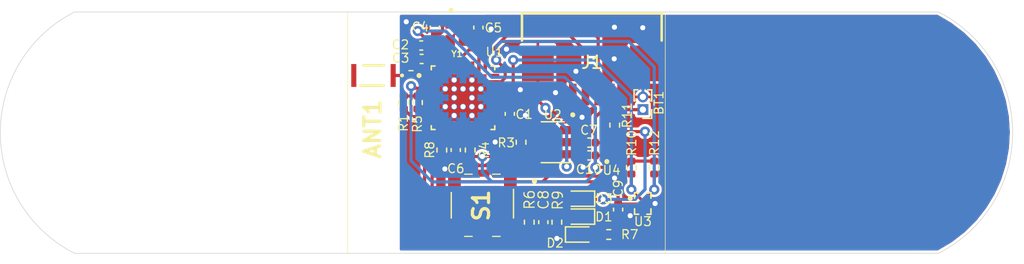
<source format=kicad_pcb>
(kicad_pcb (version 20171130) (host pcbnew "(5.1.12)-1")

  (general
    (thickness 0.8)
    (drawings 11)
    (tracks 255)
    (zones 0)
    (modules 34)
    (nets 41)
  )

  (page A4)
  (layers
    (0 F.Cu signal)
    (31 B.Cu signal)
    (32 B.Adhes user hide)
    (33 F.Adhes user hide)
    (34 B.Paste user hide)
    (35 F.Paste user hide)
    (36 B.SilkS user hide)
    (37 F.SilkS user)
    (38 B.Mask user hide)
    (39 F.Mask user hide)
    (40 Dwgs.User user)
    (41 Cmts.User user hide)
    (42 Eco1.User user hide)
    (43 Eco2.User user hide)
    (44 Edge.Cuts user)
    (45 Margin user hide)
    (46 B.CrtYd user hide)
    (47 F.CrtYd user hide)
    (48 B.Fab user hide)
    (49 F.Fab user hide)
  )

  (setup
    (last_trace_width 0.25)
    (user_trace_width 0.1)
    (user_trace_width 0.15)
    (user_trace_width 0.2)
    (trace_clearance 0.2)
    (zone_clearance 0.2)
    (zone_45_only no)
    (trace_min 0.1)
    (via_size 0.8)
    (via_drill 0.4)
    (via_min_size 0.4)
    (via_min_drill 0.3)
    (uvia_size 0.3)
    (uvia_drill 0.1)
    (uvias_allowed no)
    (uvia_min_size 0.2)
    (uvia_min_drill 0.1)
    (edge_width 0.05)
    (segment_width 0.2)
    (pcb_text_width 0.3)
    (pcb_text_size 1.5 1.5)
    (mod_edge_width 0.12)
    (mod_text_size 0.7 0.7)
    (mod_text_width 0.1)
    (pad_size 0.5 0.5)
    (pad_drill 0.4)
    (pad_to_mask_clearance 0)
    (aux_axis_origin 0 0)
    (visible_elements 7FFFFFFF)
    (pcbplotparams
      (layerselection 0x011fc_ffffffff)
      (usegerberextensions true)
      (usegerberattributes true)
      (usegerberadvancedattributes true)
      (creategerberjobfile false)
      (excludeedgelayer true)
      (linewidth 0.100000)
      (plotframeref false)
      (viasonmask false)
      (mode 1)
      (useauxorigin false)
      (hpglpennumber 1)
      (hpglpenspeed 20)
      (hpglpendiameter 15.000000)
      (psnegative false)
      (psa4output false)
      (plotreference true)
      (plotvalue true)
      (plotinvisibletext false)
      (padsonsilk false)
      (subtractmaskfromsilk false)
      (outputformat 1)
      (mirror false)
      (drillshape 0)
      (scaleselection 1)
      (outputdirectory "gerbers/"))
  )

  (net 0 "")
  (net 1 "Net-(ANT1-Pad2)")
  (net 2 "Net-(ANT1-Pad1)")
  (net 3 "Net-(U1-Pad24)")
  (net 4 "Net-(U1-Pad21)")
  (net 5 "Net-(U1-Pad19)")
  (net 6 "Net-(U1-Pad18)")
  (net 7 "Net-(U1-Pad5)")
  (net 8 "Net-(U1-Pad4)")
  (net 9 "Net-(U1-Pad28)")
  (net 10 "Net-(U1-Pad27)")
  (net 11 "Net-(U1-Pad16)")
  (net 12 "Net-(U1-Pad15)")
  (net 13 "Net-(U1-Pad13)")
  (net 14 "Net-(U1-Pad12)")
  (net 15 "Net-(U1-Pad9)")
  (net 16 "Net-(U3-PadC1)")
  (net 17 3V3)
  (net 18 GND)
  (net 19 XTAL_P)
  (net 20 XTAL_N)
  (net 21 VBAT)
  (net 22 BUTTON)
  (net 23 "Net-(D2-Pad2)")
  (net 24 "Net-(D3-Pad2)")
  (net 25 USB_VDD)
  (net 26 D+)
  (net 27 D-)
  (net 28 "Net-(R1-Pad2)")
  (net 29 LNA)
  (net 30 "Net-(R3-Pad1)")
  (net 31 GPIO8)
  (net 32 GPIO2)
  (net 33 TEMP_ALERT)
  (net 34 LATCH)
  (net 35 SDA)
  (net 36 SCL)
  (net 37 STAT_MCP)
  (net 38 "Net-(U4-PadEP)")
  (net 39 LDO_EN)
  (net 40 BUTTON_INPUT)

  (net_class Default "This is the default net class."
    (clearance 0.2)
    (trace_width 0.25)
    (via_dia 0.8)
    (via_drill 0.4)
    (uvia_dia 0.3)
    (uvia_drill 0.1)
    (add_net 3V3)
    (add_net BUTTON)
    (add_net BUTTON_INPUT)
    (add_net D+)
    (add_net D-)
    (add_net GND)
    (add_net GPIO2)
    (add_net GPIO8)
    (add_net LATCH)
    (add_net LDO_EN)
    (add_net LNA)
    (add_net "Net-(ANT1-Pad1)")
    (add_net "Net-(ANT1-Pad2)")
    (add_net "Net-(D2-Pad2)")
    (add_net "Net-(D3-Pad2)")
    (add_net "Net-(R1-Pad2)")
    (add_net "Net-(R3-Pad1)")
    (add_net "Net-(U1-Pad12)")
    (add_net "Net-(U1-Pad13)")
    (add_net "Net-(U1-Pad15)")
    (add_net "Net-(U1-Pad16)")
    (add_net "Net-(U1-Pad18)")
    (add_net "Net-(U1-Pad19)")
    (add_net "Net-(U1-Pad21)")
    (add_net "Net-(U1-Pad24)")
    (add_net "Net-(U1-Pad27)")
    (add_net "Net-(U1-Pad28)")
    (add_net "Net-(U1-Pad4)")
    (add_net "Net-(U1-Pad5)")
    (add_net "Net-(U1-Pad9)")
    (add_net "Net-(U3-PadC1)")
    (add_net "Net-(U4-PadEP)")
    (add_net SCL)
    (add_net SDA)
    (add_net STAT_MCP)
    (add_net TEMP_ALERT)
    (add_net USB_VDD)
    (add_net VBAT)
    (add_net XTAL_N)
    (add_net XTAL_P)
  )

  (module Connector_PinHeader_1.00mm:PinHeader_1x02_P1.00mm_Vertical (layer F.Cu) (tedit 59FED738) (tstamp 659A719D)
    (at 142.07 115.62 180)
    (descr "Through hole straight pin header, 1x02, 1.00mm pitch, single row")
    (tags "Through hole pin header THT 1x02 1.00mm single row")
    (path /65A0D2DE)
    (fp_text reference BT1 (at -1.26 0.53 90) (layer F.SilkS)
      (effects (font (size 0.7 0.7) (thickness 0.1)))
    )
    (fp_text value Battery_Cell (at 0 2.56) (layer F.Fab)
      (effects (font (size 1 1) (thickness 0.15)))
    )
    (fp_line (start 1.15 -1) (end -1.15 -1) (layer F.CrtYd) (width 0.05))
    (fp_line (start 1.15 2) (end 1.15 -1) (layer F.CrtYd) (width 0.05))
    (fp_line (start -1.15 2) (end 1.15 2) (layer F.CrtYd) (width 0.05))
    (fp_line (start -1.15 -1) (end -1.15 2) (layer F.CrtYd) (width 0.05))
    (fp_line (start -0.695 -0.685) (end 0 -0.685) (layer F.SilkS) (width 0.12))
    (fp_line (start -0.695 0) (end -0.695 -0.685) (layer F.SilkS) (width 0.12))
    (fp_line (start 0.608276 0.685) (end 0.695 0.685) (layer F.SilkS) (width 0.12))
    (fp_line (start -0.695 0.685) (end -0.608276 0.685) (layer F.SilkS) (width 0.12))
    (fp_line (start 0.695 0.685) (end 0.695 1.56) (layer F.SilkS) (width 0.12))
    (fp_line (start -0.695 0.685) (end -0.695 1.56) (layer F.SilkS) (width 0.12))
    (fp_line (start 0.394493 1.56) (end 0.695 1.56) (layer F.SilkS) (width 0.12))
    (fp_line (start -0.695 1.56) (end -0.394493 1.56) (layer F.SilkS) (width 0.12))
    (fp_line (start -0.635 -0.1825) (end -0.3175 -0.5) (layer F.Fab) (width 0.1))
    (fp_line (start -0.635 1.5) (end -0.635 -0.1825) (layer F.Fab) (width 0.1))
    (fp_line (start 0.635 1.5) (end -0.635 1.5) (layer F.Fab) (width 0.1))
    (fp_line (start 0.635 -0.5) (end 0.635 1.5) (layer F.Fab) (width 0.1))
    (fp_line (start -0.3175 -0.5) (end 0.635 -0.5) (layer F.Fab) (width 0.1))
    (fp_text user %R (at 0 0.5 90) (layer F.Fab)
      (effects (font (size 0.76 0.76) (thickness 0.114)))
    )
    (pad 2 thru_hole oval (at 0 1 180) (size 0.85 0.85) (drill 0.5) (layers *.Cu *.Mask)
      (net 18 GND))
    (pad 1 thru_hole rect (at 0 0 180) (size 0.85 0.85) (drill 0.5) (layers *.Cu *.Mask)
      (net 21 VBAT))
  )

  (module FlexBandage:VREG_MIC5504-3.3YMT-TZ (layer F.Cu) (tedit 659802C2) (tstamp 65986A21)
    (at 139.57638 118.72228 90)
    (path /65A3A97B)
    (attr smd)
    (fp_text reference U4 (at -1.66772 0.03362 180) (layer F.SilkS)
      (effects (font (size 0.7 0.7) (thickness 0.1)))
    )
    (fp_text value MIC5504-3.3YMT-T5 (at 9.94147 1.750345 90) (layer F.Fab)
      (effects (font (size 0.80078 0.80078) (thickness 0.15)))
    )
    (fp_poly (pts (xy 0.75 0.1) (xy 0.75 0.55) (xy 0.15 0.55) (xy 0.15 0.34)
      (xy 0.39 0.1)) (layer F.Mask) (width 0.001))
    (fp_poly (pts (xy 0.75 -0.1) (xy 0.75 -0.55) (xy 0.15 -0.55) (xy 0.15 -0.34)
      (xy 0.39 -0.1)) (layer F.Mask) (width 0.001))
    (fp_poly (pts (xy -0.75 0.1) (xy -0.75 0.55) (xy -0.15 0.55) (xy -0.15 0.34)
      (xy -0.39 0.1)) (layer F.Mask) (width 0.001))
    (fp_poly (pts (xy -0.39 -0.1) (xy -0.75 -0.1) (xy -0.75 -0.55) (xy 0.06 -0.55)) (layer F.Mask) (width 0.001))
    (fp_circle (center -0.984 -0.342) (end -0.884 -0.342) (layer F.SilkS) (width 0.2))
    (fp_line (start 0.9 0.75) (end 0.9 -0.75) (layer F.CrtYd) (width 0.05))
    (fp_line (start -0.9 0.75) (end 0.9 0.75) (layer F.CrtYd) (width 0.05))
    (fp_line (start -0.9 -0.75) (end -0.9 0.75) (layer F.CrtYd) (width 0.05))
    (fp_line (start 0.9 -0.75) (end -0.9 -0.75) (layer F.CrtYd) (width 0.05))
    (fp_line (start 0.5 0.5) (end 0.5 -0.5) (layer F.Fab) (width 0.127))
    (fp_line (start -0.5 0.5) (end 0.5 0.5) (layer F.Fab) (width 0.127))
    (fp_line (start -0.5 -0.5) (end -0.5 0.5) (layer F.Fab) (width 0.127))
    (fp_line (start 0.5 -0.5) (end -0.5 -0.5) (layer F.Fab) (width 0.127))
    (fp_poly (pts (xy 0.43 0.2) (xy 0.25 0.375) (xy 0.25 0.45) (xy 0.65 0.45)
      (xy 0.65 0.2)) (layer F.Paste) (width 0.001))
    (fp_poly (pts (xy 0.43 -0.2) (xy 0.25 -0.375) (xy 0.25 -0.45) (xy 0.65 -0.45)
      (xy 0.65 -0.2)) (layer F.Paste) (width 0.001))
    (fp_poly (pts (xy -0.43 0.2) (xy -0.25 0.375) (xy -0.25 0.45) (xy -0.65 0.45)
      (xy -0.65 0.2)) (layer F.Paste) (width 0.001))
    (fp_poly (pts (xy -0.43 -0.2) (xy -0.18 -0.45) (xy -0.65 -0.45) (xy -0.65 -0.2)) (layer F.Paste) (width 0.001))
    (pad EP smd rect (at 0 0 45) (size 0.48 0.48) (layers F.Cu F.Paste F.Mask)
      (net 38 "Net-(U4-PadEP)") (solder_mask_margin 0.102))
    (pad 4 smd custom (at 0.512 -0.329) (size 0.1 0.1) (layers F.Cu)
      (net 21 VBAT) (zone_connect 2)
      (options (clearance outline) (anchor rect))
      (primitives
        (gr_poly (pts
           (xy -0.082 0.129) (xy -0.262 -0.046) (xy -0.262 -0.121) (xy 0.138 -0.121) (xy 0.138 0.129)
) (width 0.001))
      ))
    (pad 3 smd custom (at 0.518 0.346) (size 0.1 0.1) (layers F.Cu)
      (net 39 LDO_EN) (zone_connect 2)
      (options (clearance outline) (anchor rect))
      (primitives
        (gr_poly (pts
           (xy -0.088 -0.146) (xy -0.268 0.029) (xy -0.268 0.104) (xy 0.132 0.104) (xy 0.132 -0.146)
) (width 0.001))
      ))
    (pad 2 smd custom (at -0.513 0.339) (size 0.1 0.1) (layers F.Cu)
      (net 18 GND) (zone_connect 2)
      (options (clearance outline) (anchor rect))
      (primitives
        (gr_poly (pts
           (xy 0.083 -0.139) (xy 0.263 0.036) (xy 0.263 0.111) (xy -0.137 0.111) (xy -0.137 -0.139)
) (width 0.001))
      ))
    (pad 1 smd custom (at -0.51 -0.327) (size 0.1 0.1) (layers F.Cu)
      (net 17 3V3) (zone_connect 2)
      (options (clearance outline) (anchor rect))
      (primitives
        (gr_poly (pts
           (xy 0.08 0.127) (xy 0.33 -0.123) (xy -0.14 -0.123) (xy -0.14 0.127)) (width 0.001))
      ))
    (model res/MIC5504-3.3YMT-T5/MIC5504-3.3YMT-T5.step
      (at (xyz 0 0 0))
      (scale (xyz 1 1 1))
      (rotate (xyz -90 0 0))
    )
  )

  (module FlexBandage:EVQPLDA15 (layer F.Cu) (tedit 620FEA57) (tstamp 65989116)
    (at 129.434 123.15 270)
    (descr EVQPLDA15-2)
    (tags Switch)
    (path /65C38F14)
    (attr smd)
    (fp_text reference S1 (at 0.02 0.09 90) (layer F.SilkS)
      (effects (font (size 1.27 1.27) (thickness 0.254)))
    )
    (fp_text value EVQPLDA15 (at 0 -0.75 90) (layer F.SilkS) hide
      (effects (font (size 1.27 1.27) (thickness 0.254)))
    )
    (fp_line (start -2.45 2.45) (end 2.45 2.45) (layer F.Fab) (width 0.2))
    (fp_line (start 2.45 2.45) (end 2.45 -2.45) (layer F.Fab) (width 0.2))
    (fp_line (start 2.45 -2.45) (end -2.45 -2.45) (layer F.Fab) (width 0.2))
    (fp_line (start -2.45 -2.45) (end -2.45 2.45) (layer F.Fab) (width 0.2))
    (fp_line (start -1.25 -2.45) (end 1 -2.45) (layer F.SilkS) (width 0.1))
    (fp_line (start 1 -2.45) (end 1 -2.45) (layer F.SilkS) (width 0.1))
    (fp_line (start 1 -2.45) (end -1.25 -2.45) (layer F.SilkS) (width 0.1))
    (fp_line (start -1.25 -2.45) (end -1.25 -2.45) (layer F.SilkS) (width 0.1))
    (fp_line (start -1 2.45) (end 1 2.45) (layer F.SilkS) (width 0.1))
    (fp_line (start 1 2.45) (end 1 2.45) (layer F.SilkS) (width 0.1))
    (fp_line (start 1 2.45) (end -1 2.45) (layer F.SilkS) (width 0.1))
    (fp_line (start -1 2.45) (end -1 2.45) (layer F.SilkS) (width 0.1))
    (fp_line (start -3.75 -5.2) (end 3.75 -5.2) (layer F.CrtYd) (width 0.1))
    (fp_line (start 3.75 -5.2) (end 3.75 3.7) (layer F.CrtYd) (width 0.1))
    (fp_line (start 3.75 3.7) (end -3.75 3.7) (layer F.CrtYd) (width 0.1))
    (fp_line (start -3.75 3.7) (end -3.75 -5.2) (layer F.CrtYd) (width 0.1))
    (fp_line (start -1.9 -4.2) (end -1.9 -4.2) (layer F.SilkS) (width 0.2))
    (fp_line (start -1.9 -4) (end -1.9 -4) (layer F.SilkS) (width 0.2))
    (fp_line (start -1.9 -4.2) (end -1.9 -4.2) (layer F.SilkS) (width 0.2))
    (fp_line (start 2.45 0.8) (end 2.45 1.4) (layer F.SilkS) (width 0.1))
    (fp_line (start -2.45 0.8) (end -2.45 1.4) (layer F.SilkS) (width 0.1))
    (fp_line (start -2.45 -0.8) (end -2.45 -1.4) (layer F.SilkS) (width 0.1))
    (fp_line (start 2.45 -0.8) (end 2.45 -1.4) (layer F.SilkS) (width 0.1))
    (fp_text user %R (at 0 -0.75 90) (layer F.Fab)
      (effects (font (size 1.27 1.27) (thickness 0.254)))
    )
    (fp_arc (start -1.9 -4.1) (end -1.9 -4.2) (angle -180) (layer F.SilkS) (width 0.2))
    (fp_arc (start -1.9 -4.1) (end -1.9 -4) (angle -180) (layer F.SilkS) (width 0.2))
    (fp_arc (start -1.9 -4.1) (end -1.9 -4.2) (angle -180) (layer F.SilkS) (width 0.2))
    (pad A1 smd rect (at -1.85 -2.2 270) (size 0.7 1) (layers F.Cu F.Paste F.Mask)
      (net 21 VBAT))
    (pad A2 smd rect (at -1.85 2.2 270) (size 0.7 1) (layers F.Cu F.Paste F.Mask)
      (net 21 VBAT))
    (pad B1 smd rect (at 1.85 -2.2 270) (size 0.7 1) (layers F.Cu F.Paste F.Mask)
      (net 40 BUTTON_INPUT))
    (pad B2 smd rect (at 1.85 2.2 270) (size 0.7 1) (layers F.Cu F.Paste F.Mask)
      (net 40 BUTTON_INPUT))
    (pad G1 smd rect (at -2.525 0 270) (size 0.55 1.1) (layers F.Cu F.Paste F.Mask)
      (net 18 GND))
    (pad G2 smd rect (at 2.525 0 270) (size 0.55 1.1) (layers F.Cu F.Paste F.Mask)
      (net 18 GND))
    (model res/EVQ-PLD_PLH_PLM_3PL_PT5_PT9-A15.STEP
      (at (xyz 0 0 0))
      (scale (xyz 1 1 1))
      (rotate (xyz -90 0 0))
    )
  )

  (module FlexBandage:XTAL_ECS-160-9-37-CKM-TR (layer F.Cu) (tedit 6597FE6E) (tstamp 6598762C)
    (at 127.42 109.495 270)
    (path /65982704)
    (attr smd)
    (fp_text reference Y1 (at 1.735 -0.01 180) (layer F.SilkS)
      (effects (font (size 0.480856 0.480856) (thickness 0.1)))
    )
    (fp_text value ECS-400-10-37B-CKY-TR3 (at 5.816274 1.695514 90) (layer F.Fab)
      (effects (font (size 0.480088 0.480088) (thickness 0.15)))
    )
    (fp_circle (center -1.7 0.45) (end -1.6 0.45) (layer F.Fab) (width 0.2))
    (fp_circle (center -1.7 0.45) (end -1.6 0.45) (layer F.SilkS) (width 0.2))
    (fp_line (start 1 -0.8) (end -1 -0.8) (layer F.Fab) (width 0.127))
    (fp_line (start -1 0.8) (end 1 0.8) (layer F.Fab) (width 0.127))
    (fp_line (start 1.35 1.15) (end 1.35 -1.15) (layer F.CrtYd) (width 0.05))
    (fp_line (start -1.35 1.15) (end 1.35 1.15) (layer F.CrtYd) (width 0.05))
    (fp_line (start -1.35 -1.15) (end -1.35 1.15) (layer F.CrtYd) (width 0.05))
    (fp_line (start 1.35 -1.15) (end -1.35 -1.15) (layer F.CrtYd) (width 0.05))
    (fp_line (start -1 -0.8) (end -1 0.8) (layer F.Fab) (width 0.127))
    (fp_line (start 1 0.8) (end 1 -0.8) (layer F.Fab) (width 0.127))
    (pad 4 smd rect (at -0.675 -0.525 270) (size 0.85 0.75) (layers F.Cu F.Paste F.Mask)
      (net 18 GND) (solder_mask_margin 0.102))
    (pad 3 smd rect (at 0.675 -0.525 270) (size 0.85 0.75) (layers F.Cu F.Paste F.Mask)
      (net 20 XTAL_N) (solder_mask_margin 0.102))
    (pad 2 smd rect (at 0.675 0.525 270) (size 0.85 0.75) (layers F.Cu F.Paste F.Mask)
      (net 18 GND) (solder_mask_margin 0.102))
    (pad 1 smd rect (at -0.675 0.525 270) (size 0.85 0.75) (layers F.Cu F.Paste F.Mask)
      (net 19 XTAL_P) (solder_mask_margin 0.102))
    (model res/ECS-400-10-37B-CKY-TR3/ECS-400-10-37B-CKY-TR3.step
      (at (xyz 0 0 0))
      (scale (xyz 1 1 1))
      (rotate (xyz -90 0 0))
    )
  )

  (module FlexBandage:BGA6N40P3X2_146X96X50N (layer F.Cu) (tedit 6597FB69) (tstamp 659875E8)
    (at 142.061 123.009)
    (path /65985B6D)
    (attr smd)
    (fp_text reference U3 (at 0.009 1.421 180) (layer F.SilkS)
      (effects (font (size 0.7 0.7) (thickness 0.1)))
    )
    (fp_text value TMP117 (at 12.486 2.369) (layer F.Fab)
      (effects (font (size 1 1) (thickness 0.15)))
    )
    (fp_circle (center -0.2 -0.4) (end -0.1125 -0.4) (layer F.Mask) (width 0.175))
    (fp_circle (center -0.2 0.4) (end -0.1125 0.4) (layer F.Mask) (width 0.175))
    (fp_circle (center 0.2 0.4) (end 0.2875 0.4) (layer F.Mask) (width 0.175))
    (fp_circle (center 0.2 -0.4) (end 0.2875 -0.4) (layer F.Mask) (width 0.175))
    (fp_circle (center 0.2 0) (end 0.2875 0) (layer F.Mask) (width 0.175))
    (fp_circle (center -0.2 0) (end -0.1125 0) (layer F.Mask) (width 0.175))
    (fp_line (start 1.484 1.734) (end 1.484 -1.734) (layer F.CrtYd) (width 0.05))
    (fp_line (start -1.484 1.734) (end -1.484 -1.734) (layer F.CrtYd) (width 0.05))
    (fp_line (start -1.484 -1.734) (end 1.484 -1.734) (layer F.CrtYd) (width 0.05))
    (fp_line (start -1.484 1.734) (end 1.484 1.734) (layer F.CrtYd) (width 0.05))
    (fp_line (start 0.645 -0.845) (end 0.645 -0.4225) (layer F.SilkS) (width 0.127))
    (fp_line (start 0.645 -0.845) (end 0.3225 -0.845) (layer F.SilkS) (width 0.127))
    (fp_line (start -0.645 -0.845) (end -0.645 -0.4225) (layer F.SilkS) (width 0.127))
    (fp_line (start -0.645 -0.845) (end -0.3225 -0.845) (layer F.SilkS) (width 0.127))
    (fp_line (start -0.645 0.845) (end -0.645 0.4225) (layer F.SilkS) (width 0.127))
    (fp_line (start -0.645 0.845) (end -0.3225 0.845) (layer F.SilkS) (width 0.127))
    (fp_line (start 0.645 0.845) (end 0.645 0.4225) (layer F.SilkS) (width 0.127))
    (fp_line (start 0.645 0.845) (end 0.3225 0.845) (layer F.SilkS) (width 0.127))
    (fp_line (start -0.484 0.734) (end -0.484 -0.734) (layer F.Fab) (width 0.127))
    (fp_line (start 0.484 0.734) (end 0.484 -0.734) (layer F.Fab) (width 0.127))
    (fp_line (start 0.484 -0.734) (end -0.484 -0.734) (layer F.Fab) (width 0.127))
    (fp_line (start 0.484 0.734) (end -0.484 0.734) (layer F.Fab) (width 0.127))
    (fp_circle (center -0.984 -0.4) (end -0.884 -0.4) (layer F.Fab) (width 0.2))
    (fp_circle (center -0.984 -0.4) (end -0.884 -0.4) (layer F.SilkS) (width 0.2))
    (pad C2 smd circle (at 0.2 0.4) (size 0.25 0.25) (layers F.Cu F.Paste)
      (net 33 TEMP_ALERT))
    (pad C1 smd circle (at -0.2 0.4) (size 0.25 0.25) (layers F.Cu F.Paste)
      (net 16 "Net-(U3-PadC1)"))
    (pad B2 smd circle (at 0.2 0) (size 0.25 0.25) (layers F.Cu F.Paste)
      (net 18 GND))
    (pad B1 smd circle (at -0.2 0) (size 0.25 0.25) (layers F.Cu F.Paste)
      (net 21 VBAT))
    (pad A2 smd circle (at 0.2 -0.4) (size 0.25 0.25) (layers F.Cu F.Paste)
      (net 36 SCL))
    (pad A1 smd circle (at -0.2 -0.4) (size 0.25 0.25) (layers F.Cu F.Paste)
      (net 35 SDA))
    (model res/TMP117MAIYBGR/BGA6N40P3X2_146X96X50N.step
      (at (xyz 0 0 0))
      (scale (xyz 1 1 1))
      (rotate (xyz -90 0 0))
    )
  )

  (module Package_TO_SOT_SMD:SOT-23-5 (layer F.Cu) (tedit 5A02FF57) (tstamp 65993CE8)
    (at 134.97 118.185 180)
    (descr "5-pin SOT23 package")
    (tags SOT-23-5)
    (path /65983135)
    (attr smd)
    (fp_text reference U2 (at 0 2.175) (layer F.SilkS)
      (effects (font (size 0.7 0.7) (thickness 0.1)))
    )
    (fp_text value MCP73831-2-OT (at 0 2.9) (layer F.Fab)
      (effects (font (size 1 1) (thickness 0.15)))
    )
    (fp_line (start 0.9 -1.55) (end 0.9 1.55) (layer F.Fab) (width 0.1))
    (fp_line (start 0.9 1.55) (end -0.9 1.55) (layer F.Fab) (width 0.1))
    (fp_line (start -0.9 -0.9) (end -0.9 1.55) (layer F.Fab) (width 0.1))
    (fp_line (start 0.9 -1.55) (end -0.25 -1.55) (layer F.Fab) (width 0.1))
    (fp_line (start -0.9 -0.9) (end -0.25 -1.55) (layer F.Fab) (width 0.1))
    (fp_line (start -1.9 1.8) (end -1.9 -1.8) (layer F.CrtYd) (width 0.05))
    (fp_line (start 1.9 1.8) (end -1.9 1.8) (layer F.CrtYd) (width 0.05))
    (fp_line (start 1.9 -1.8) (end 1.9 1.8) (layer F.CrtYd) (width 0.05))
    (fp_line (start -1.9 -1.8) (end 1.9 -1.8) (layer F.CrtYd) (width 0.05))
    (fp_line (start 0.9 -1.61) (end -1.55 -1.61) (layer F.SilkS) (width 0.12))
    (fp_line (start -0.9 1.61) (end 0.9 1.61) (layer F.SilkS) (width 0.12))
    (fp_text user %R (at 0 0 90) (layer F.Fab)
      (effects (font (size 0.5 0.5) (thickness 0.075)))
    )
    (pad 5 smd rect (at 1.1 -0.95 180) (size 1.06 0.65) (layers F.Cu F.Paste F.Mask)
      (net 30 "Net-(R3-Pad1)"))
    (pad 4 smd rect (at 1.1 0.95 180) (size 1.06 0.65) (layers F.Cu F.Paste F.Mask)
      (net 25 USB_VDD))
    (pad 3 smd rect (at -1.1 0.95 180) (size 1.06 0.65) (layers F.Cu F.Paste F.Mask)
      (net 21 VBAT))
    (pad 2 smd rect (at -1.1 0 180) (size 1.06 0.65) (layers F.Cu F.Paste F.Mask)
      (net 18 GND))
    (pad 1 smd rect (at -1.1 -0.95 180) (size 1.06 0.65) (layers F.Cu F.Paste F.Mask)
      (net 37 STAT_MCP))
    (model ${KISYS3DMOD}/Package_TO_SOT_SMD.3dshapes/SOT-23-5.wrl
      (at (xyz 0 0 0))
      (scale (xyz 1 1 1))
      (rotate (xyz 0 0 0))
    )
  )

  (module FlexBandage:GCT_FFC3B07-04-T (layer F.Cu) (tedit 6597FBED) (tstamp 6598734B)
    (at 138.05 111.98 180)
    (path /65981FA7)
    (attr smd)
    (fp_text reference J1 (at -0.02 0.09) (layer F.SilkS)
      (effects (font (size 1 1) (thickness 0.15)))
    )
    (fp_text value FFC3B07-04-T (at 4.41 5.165) (layer F.Fab)
      (effects (font (size 1 1) (thickness 0.15)))
    )
    (fp_circle (center 1.5 -4.05) (end 1.6 -4.05) (layer F.SilkS) (width 0.2))
    (fp_circle (center 1.5 -4.05) (end 1.6 -4.05) (layer F.Fab) (width 0.2))
    (fp_line (start 5.75 -3.55) (end -5.75 -3.55) (layer F.CrtYd) (width 0.05))
    (fp_line (start 5.75 4.2) (end 5.75 -3.55) (layer F.CrtYd) (width 0.05))
    (fp_line (start -5.75 4.2) (end 5.75 4.2) (layer F.CrtYd) (width 0.05))
    (fp_line (start -5.75 -3.55) (end -5.75 4.2) (layer F.CrtYd) (width 0.05))
    (fp_line (start 5.5 3.95) (end 5.5 1.8) (layer F.SilkS) (width 0.2))
    (fp_line (start -5.5 3.95) (end 5.5 3.95) (layer F.SilkS) (width 0.2))
    (fp_line (start -5.5 1.8) (end -5.5 3.95) (layer F.SilkS) (width 0.2))
    (fp_line (start -5.5 3.95) (end -5.5 -1.35) (layer F.Fab) (width 0.1))
    (fp_line (start 5.5 3.95) (end -5.5 3.95) (layer F.Fab) (width 0.1))
    (fp_line (start 5.5 -1.35) (end 5.5 3.95) (layer F.Fab) (width 0.1))
    (fp_line (start -5.5 -1.35) (end 5.5 -1.35) (layer F.Fab) (width 0.1))
    (pad S1 smd rect (at 4.25 0 180) (size 2.5 2.8) (layers F.Cu F.Paste F.Mask)
      (net 18 GND) (solder_mask_margin 0.102))
    (pad S2 smd rect (at -4.25 0 180) (size 2.5 2.8) (layers F.Cu F.Paste F.Mask)
      (net 18 GND) (solder_mask_margin 0.102))
    (pad 1 smd rect (at 1.5 -2.45 180) (size 0.6 1.7) (layers F.Cu F.Paste F.Mask)
      (net 25 USB_VDD) (solder_mask_margin 0.102))
    (pad 2 smd rect (at 0.5 -2.45 180) (size 0.6 1.7) (layers F.Cu F.Paste F.Mask)
      (net 27 D-) (solder_mask_margin 0.102))
    (pad 3 smd rect (at -0.5 -2.45 180) (size 0.6 1.7) (layers F.Cu F.Paste F.Mask)
      (net 26 D+) (solder_mask_margin 0.102))
    (pad 4 smd rect (at -1.5 -2.45 180) (size 0.6 1.7) (layers F.Cu F.Paste F.Mask)
      (net 18 GND) (solder_mask_margin 0.102))
    (model res/FFC3B07-04-T/FFC3B07-04-T.stp
      (offset (xyz 0 -4 0))
      (scale (xyz 1 1 1))
      (rotate (xyz -90 0 0))
    )
  )

  (module FlexBandage:ANT3216LL00R2400A (layer F.Cu) (tedit 659801F2) (tstamp 6598716A)
    (at 120.86 112.93 180)
    (descr ANT3216LL00R2400A-3)
    (tags Antenna)
    (path /65981A5F)
    (attr smd)
    (fp_text reference ANT1 (at 0.07 -4.21 90) (layer F.SilkS)
      (effects (font (size 1.27 1.27) (thickness 0.254)))
    )
    (fp_text value ANT3216LL00R2400A (at 0 -3.302) (layer F.SilkS) hide
      (effects (font (size 1.27 1.27) (thickness 0.254)))
    )
    (fp_line (start -1.6 0.8) (end 1.6 0.8) (layer F.Fab) (width 0.1))
    (fp_line (start 1.6 0.8) (end 1.6 -0.8) (layer F.Fab) (width 0.1))
    (fp_line (start 1.6 -0.8) (end -1.6 -0.8) (layer F.Fab) (width 0.1))
    (fp_line (start -1.6 -0.8) (end -1.6 0.8) (layer F.Fab) (width 0.1))
    (fp_line (start -0.8 -0.8) (end 1 -0.8) (layer F.SilkS) (width 0.2))
    (fp_line (start 1 -0.8) (end 1 -0.8) (layer F.SilkS) (width 0.2))
    (fp_line (start 1 -0.8) (end -0.8 -0.8) (layer F.SilkS) (width 0.2))
    (fp_line (start -0.8 -0.8) (end -0.8 -0.8) (layer F.SilkS) (width 0.2))
    (fp_line (start -0.8 0.8) (end 0.8 0.8) (layer F.SilkS) (width 0.2))
    (fp_line (start 0.8 0.8) (end 0.8 0.8) (layer F.SilkS) (width 0.2))
    (fp_line (start 0.8 0.8) (end -0.8 0.8) (layer F.SilkS) (width 0.2))
    (fp_line (start -0.8 0.8) (end -0.8 0.8) (layer F.SilkS) (width 0.2))
    (fp_line (start -2.75 -1.9) (end 2.75 -1.9) (layer F.CrtYd) (width 0.1))
    (fp_line (start 2.75 -1.9) (end 2.75 1.9) (layer F.CrtYd) (width 0.1))
    (fp_line (start 2.75 1.9) (end -2.75 1.9) (layer F.CrtYd) (width 0.1))
    (fp_line (start -2.75 1.9) (end -2.75 -1.9) (layer F.CrtYd) (width 0.1))
    (fp_line (start -2.3 0) (end -2.3 0) (layer F.SilkS) (width 0.2))
    (fp_line (start -2.2 0) (end -2.2 0) (layer F.SilkS) (width 0.2))
    (fp_line (start -2.3 0) (end -2.3 0) (layer F.SilkS) (width 0.2))
    (fp_arc (start -2.25 0) (end -2.3 0) (angle -180) (layer F.SilkS) (width 0.2))
    (fp_arc (start -2.25 0) (end -2.2 0) (angle -180) (layer F.SilkS) (width 0.2))
    (fp_arc (start -2.25 0) (end -2.3 0) (angle -180) (layer F.SilkS) (width 0.2))
    (pad 2 smd rect (at 1.55 0 180) (size 0.4 1.8) (layers F.Cu F.Paste F.Mask)
      (net 1 "Net-(ANT1-Pad2)"))
    (pad 1 smd rect (at -1.55 0 180) (size 0.4 1.8) (layers F.Cu F.Paste F.Mask)
      (net 2 "Net-(ANT1-Pad1)"))
    (model res/ANT3216LL00R2400A/ANT3216LL00R2400A/3D/ANT3216LL00R2400A.stp
      (at (xyz 0 0 0))
      (scale (xyz 1 1 1))
      (rotate (xyz 0 0 0))
    )
  )

  (module FlexBandage:ESP (layer F.Cu) (tedit 65985ADD) (tstamp 6598699D)
    (at 127.91 114.6847)
    (path /65993F7F)
    (attr smd)
    (fp_text reference U1 (at 2.48 -3.5947) (layer F.SilkS)
      (effects (font (size 0.7 0.7) (thickness 0.1)))
    )
    (fp_text value ESP32-C3FH4 (at 9.39 4.105) (layer F.Fab)
      (effects (font (size 1 1) (thickness 0.15)))
    )
    (fp_poly (pts (xy -0.45 0.95) (xy 0.45 0.95) (xy 0.45 1.85) (xy -0.45 1.85)) (layer F.Paste) (width 0.01))
    (fp_poly (pts (xy -1.85 0.95) (xy -0.95 0.95) (xy -0.95 1.85) (xy -1.85 1.85)) (layer F.Paste) (width 0.01))
    (fp_poly (pts (xy -1.85 -1.85) (xy -0.95 -1.85) (xy -0.95 -0.95) (xy -1.85 -0.95)) (layer F.Paste) (width 0.01))
    (fp_poly (pts (xy -1.85 -0.45) (xy -0.95 -0.45) (xy -0.95 0.45) (xy -1.85 0.45)) (layer F.Paste) (width 0.01))
    (fp_poly (pts (xy 0.95 -0.45) (xy 1.85 -0.45) (xy 1.85 0.45) (xy 0.95 0.45)) (layer F.Paste) (width 0.01))
    (fp_poly (pts (xy 0.95 0.95) (xy 1.85 0.95) (xy 1.85 1.85) (xy 0.95 1.85)) (layer F.Paste) (width 0.01))
    (fp_poly (pts (xy 0.95 -1.85) (xy 1.85 -1.85) (xy 1.85 -0.95) (xy 0.95 -0.95)) (layer F.Paste) (width 0.01))
    (fp_poly (pts (xy -0.45 -1.85) (xy 0.45 -1.85) (xy 0.45 -0.95) (xy -0.45 -0.95)) (layer F.Paste) (width 0.01))
    (fp_poly (pts (xy -0.45 -0.45) (xy 0.45 -0.45) (xy 0.45 0.45) (xy -0.45 0.45)) (layer F.Paste) (width 0.01))
    (fp_line (start 3.105 3.105) (end 3.105 -3.105) (layer F.CrtYd) (width 0.05))
    (fp_line (start -3.105 3.105) (end -3.105 -3.105) (layer F.CrtYd) (width 0.05))
    (fp_line (start -3.105 -3.105) (end 3.105 -3.105) (layer F.CrtYd) (width 0.05))
    (fp_line (start -3.105 3.105) (end 3.105 3.105) (layer F.CrtYd) (width 0.05))
    (fp_line (start -2.5 -2.5) (end -2.5 -2.205) (layer F.SilkS) (width 0.127))
    (fp_line (start -2.5 2.5) (end -2.5 2.205) (layer F.SilkS) (width 0.127))
    (fp_line (start 2.5 -2.5) (end 2.5 -2.205) (layer F.SilkS) (width 0.127))
    (fp_line (start 2.5 2.5) (end 2.5 2.205) (layer F.SilkS) (width 0.127))
    (fp_line (start -2.5 -2.5) (end -2.205 -2.5) (layer F.SilkS) (width 0.127))
    (fp_line (start -2.5 2.5) (end -2.205 2.5) (layer F.SilkS) (width 0.127))
    (fp_line (start 2.5 -2.5) (end 2.205 -2.5) (layer F.SilkS) (width 0.127))
    (fp_line (start 2.5 2.5) (end 2.205 2.5) (layer F.SilkS) (width 0.127))
    (fp_line (start -2.5 2.5) (end -2.5 -2.5) (layer F.Fab) (width 0.127))
    (fp_line (start 2.5 2.5) (end 2.5 -2.5) (layer F.Fab) (width 0.127))
    (fp_line (start 2.5 -2.5) (end -2.5 -2.5) (layer F.Fab) (width 0.127))
    (fp_line (start 2.5 2.5) (end -2.5 2.5) (layer F.Fab) (width 0.127))
    (fp_circle (center -3.46 -1.75) (end -3.36 -1.75) (layer F.Fab) (width 0.2))
    (fp_circle (center -3.46 -1.75) (end -3.36 -1.75) (layer F.SilkS) (width 0.2))
    (pad 49 thru_hole circle (at 0.7 1.4) (size 0.5 0.5) (drill 0.4) (layers *.Cu)
      (net 18 GND))
    (pad e48 thru_hole circle (at -0.7 1.4) (size 0.5 0.5) (drill 0.4) (layers *.Cu)
      (net 18 GND))
    (pad 41 thru_hole circle (at -0.7 0) (size 0.5 0.5) (drill 0.4) (layers *.Cu))
    (pad 42 thru_hole circle (at 0.7 0) (size 0.5 0.5) (drill 0.4) (layers *.Cu))
    (pad 47 thru_hole circle (at 1.4 0.7) (size 0.5 0.5) (drill 0.4) (layers *.Cu)
      (net 18 GND))
    (pad 46 thru_hole circle (at 0.7 0.7) (size 0.5 0.5) (drill 0.4) (layers *.Cu))
    (pad 45 thru_hole circle (at 0 0.7) (size 0.5 0.5) (drill 0.4) (layers *.Cu))
    (pad 44 thru_hole circle (at -0.7 0.7) (size 0.5 0.5) (drill 0.4) (layers *.Cu))
    (pad 43 thru_hole circle (at -1.4 0.7) (size 0.5 0.5) (drill 0.4) (layers *.Cu)
      (net 18 GND))
    (pad 36 thru_hole circle (at -1.4 -0.7) (size 0.5 0.5) (drill 0.4) (layers *.Cu)
      (net 18 GND))
    (pad 34 thru_hole circle (at -0.7 -1.4) (size 0.5 0.5) (drill 0.4) (layers *.Cu)
      (net 18 GND))
    (pad 37 thru_hole circle (at -0.7 -0.7) (size 0.5 0.5) (drill 0.4) (layers *.Cu))
    (pad 35 thru_hole circle (at 0.7 -1.4) (size 0.5 0.5) (drill 0.4) (layers *.Cu)
      (net 18 GND))
    (pad 40 thru_hole circle (at 1.4 -0.7) (size 0.5 0.5) (drill 0.4) (layers *.Cu)
      (net 18 GND))
    (pad 39 thru_hole circle (at 0.7 -0.7) (size 0.5 0.5) (drill 0.4) (layers *.Cu))
    (pad 38 thru_hole circle (at 0 -0.7) (size 0.5 0.5) (drill 0.4) (layers *.Cu))
    (pad 33 smd rect (at 0 0) (size 3.7 3.7) (layers F.Cu F.Mask)
      (net 18 GND) (solder_mask_margin 0.102))
    (pad 24 smd roundrect (at 2.45 -1.75) (size 0.81 0.27) (layers F.Cu F.Paste F.Mask) (roundrect_rratio 0.03)
      (net 3 "Net-(U1-Pad24)") (solder_mask_margin 0.102))
    (pad 23 smd roundrect (at 2.45 -1.25) (size 0.81 0.27) (layers F.Cu F.Paste F.Mask) (roundrect_rratio 0.03)
      (net 36 SCL) (solder_mask_margin 0.102))
    (pad 22 smd roundrect (at 2.45 -0.75) (size 0.81 0.27) (layers F.Cu F.Paste F.Mask) (roundrect_rratio 0.03)
      (net 35 SDA) (solder_mask_margin 0.102))
    (pad 21 smd roundrect (at 2.45 -0.25) (size 0.81 0.27) (layers F.Cu F.Paste F.Mask) (roundrect_rratio 0.03)
      (net 4 "Net-(U1-Pad21)") (solder_mask_margin 0.102))
    (pad 20 smd roundrect (at 2.45 0.25) (size 0.81 0.27) (layers F.Cu F.Paste F.Mask) (roundrect_rratio 0.03)
      (net 37 STAT_MCP) (solder_mask_margin 0.102))
    (pad 19 smd roundrect (at 2.45 0.75) (size 0.81 0.27) (layers F.Cu F.Paste F.Mask) (roundrect_rratio 0.03)
      (net 5 "Net-(U1-Pad19)") (solder_mask_margin 0.102))
    (pad 18 smd roundrect (at 2.45 1.25) (size 0.81 0.27) (layers F.Cu F.Paste F.Mask) (roundrect_rratio 0.03)
      (net 6 "Net-(U1-Pad18)") (solder_mask_margin 0.102))
    (pad 17 smd roundrect (at 2.45 1.75) (size 0.81 0.27) (layers F.Cu F.Paste F.Mask) (roundrect_rratio 0.03)
      (net 17 3V3) (solder_mask_margin 0.102))
    (pad 8 smd roundrect (at -2.45 1.75) (size 0.81 0.27) (layers F.Cu F.Paste F.Mask) (roundrect_rratio 0.03)
      (net 22 BUTTON) (solder_mask_margin 0.102))
    (pad 7 smd roundrect (at -2.45 1.25) (size 0.81 0.27) (layers F.Cu F.Paste F.Mask) (roundrect_rratio 0.03)
      (net 28 "Net-(R1-Pad2)") (solder_mask_margin 0.102))
    (pad 6 smd roundrect (at -2.45 0.75) (size 0.81 0.27) (layers F.Cu F.Paste F.Mask) (roundrect_rratio 0.03)
      (net 32 GPIO2) (solder_mask_margin 0.102))
    (pad 5 smd roundrect (at -2.45 0.25) (size 0.81 0.27) (layers F.Cu F.Paste F.Mask) (roundrect_rratio 0.03)
      (net 7 "Net-(U1-Pad5)") (solder_mask_margin 0.102))
    (pad 4 smd roundrect (at -2.45 -0.25) (size 0.81 0.27) (layers F.Cu F.Paste F.Mask) (roundrect_rratio 0.03)
      (net 8 "Net-(U1-Pad4)") (solder_mask_margin 0.102))
    (pad 3 smd roundrect (at -2.45 -0.75) (size 0.81 0.27) (layers F.Cu F.Paste F.Mask) (roundrect_rratio 0.03)
      (net 17 3V3) (solder_mask_margin 0.102))
    (pad 2 smd roundrect (at -2.45 -1.25) (size 0.81 0.27) (layers F.Cu F.Paste F.Mask) (roundrect_rratio 0.03)
      (net 17 3V3) (solder_mask_margin 0.102))
    (pad 1 smd roundrect (at -2.45 -1.75) (size 0.81 0.27) (layers F.Cu F.Paste F.Mask) (roundrect_rratio 0.03)
      (net 29 LNA) (solder_mask_margin 0.102))
    (pad 32 smd roundrect (at -1.75 -2.45) (size 0.27 0.81) (layers F.Cu F.Paste F.Mask) (roundrect_rratio 0.1)
      (net 17 3V3) (solder_mask_margin 0.102))
    (pad 31 smd roundrect (at -1.25 -2.45) (size 0.27 0.81) (layers F.Cu F.Paste F.Mask) (roundrect_rratio 0.1)
      (net 17 3V3) (solder_mask_margin 0.102))
    (pad 30 smd roundrect (at -0.75 -2.45) (size 0.27 0.81) (layers F.Cu F.Paste F.Mask) (roundrect_rratio 0.1)
      (net 19 XTAL_P) (solder_mask_margin 0.102))
    (pad 29 smd roundrect (at -0.25 -2.45) (size 0.27 0.81) (layers F.Cu F.Paste F.Mask) (roundrect_rratio 0.1)
      (net 20 XTAL_N) (solder_mask_margin 0.102))
    (pad 28 smd roundrect (at 0.25 -2.45) (size 0.27 0.81) (layers F.Cu F.Paste F.Mask) (roundrect_rratio 0.1)
      (net 9 "Net-(U1-Pad28)") (solder_mask_margin 0.102))
    (pad 27 smd roundrect (at 0.75 -2.45) (size 0.27 0.81) (layers F.Cu F.Paste F.Mask) (roundrect_rratio 0.1)
      (net 10 "Net-(U1-Pad27)") (solder_mask_margin 0.102))
    (pad 26 smd roundrect (at 1.25 -2.45) (size 0.27 0.81) (layers F.Cu F.Paste F.Mask) (roundrect_rratio 0.1)
      (net 26 D+) (solder_mask_margin 0.102))
    (pad 25 smd roundrect (at 1.75 -2.45) (size 0.27 0.81) (layers F.Cu F.Paste F.Mask) (roundrect_rratio 0.1)
      (net 27 D-) (solder_mask_margin 0.102))
    (pad 16 smd roundrect (at 1.75 2.45) (size 0.27 0.81) (layers F.Cu F.Paste F.Mask) (roundrect_rratio 0.1)
      (net 11 "Net-(U1-Pad16)") (solder_mask_margin 0.102))
    (pad 15 smd roundrect (at 1.25 2.45) (size 0.27 0.81) (layers F.Cu F.Paste F.Mask) (roundrect_rratio 0.1)
      (net 12 "Net-(U1-Pad15)") (solder_mask_margin 0.102))
    (pad 14 smd roundrect (at 0.75 2.45) (size 0.27 0.81) (layers F.Cu F.Paste F.Mask) (roundrect_rratio 0.1)
      (net 31 GPIO8) (solder_mask_margin 0.102))
    (pad 13 smd roundrect (at 0.25 2.45) (size 0.27 0.81) (layers F.Cu F.Paste F.Mask) (roundrect_rratio 0.1)
      (net 13 "Net-(U1-Pad13)") (solder_mask_margin 0.102))
    (pad 12 smd roundrect (at -0.25 2.45) (size 0.27 0.81) (layers F.Cu F.Paste F.Mask) (roundrect_rratio 0.1)
      (net 14 "Net-(U1-Pad12)") (solder_mask_margin 0.102))
    (pad 11 smd roundrect (at -0.75 2.45) (size 0.27 0.81) (layers F.Cu F.Paste F.Mask) (roundrect_rratio 0.1)
      (net 17 3V3) (solder_mask_margin 0.102))
    (pad 10 smd roundrect (at -1.25 2.45) (size 0.27 0.81) (layers F.Cu F.Paste F.Mask) (roundrect_rratio 0.1)
      (net 34 LATCH) (solder_mask_margin 0.102))
    (pad 9 smd roundrect (at -1.75 2.45) (size 0.27 0.81) (layers F.Cu F.Paste F.Mask) (roundrect_rratio 0.1)
      (net 15 "Net-(U1-Pad9)") (solder_mask_margin 0.102))
    (model res/ESP32-C3FH4/ESP32-C3FH4.step
      (at (xyz 0 0 0))
      (scale (xyz 1 1 1))
      (rotate (xyz -90 0 0))
    )
  )

  (module Resistor_SMD:R_0402_1005Metric (layer F.Cu) (tedit 5F68FEEE) (tstamp 65986928)
    (at 142.965 120.1797 270)
    (descr "Resistor SMD 0402 (1005 Metric), square (rectangular) end terminal, IPC_7351 nominal, (Body size source: IPC-SM-782 page 72, https://www.pcb-3d.com/wordpress/wp-content/uploads/ipc-sm-782a_amendment_1_and_2.pdf), generated with kicad-footprint-generator")
    (tags resistor)
    (path /65A026D3)
    (attr smd)
    (fp_text reference R12 (at -1.9397 -0.015 90) (layer F.SilkS)
      (effects (font (size 0.7 0.7) (thickness 0.1)))
    )
    (fp_text value 4.7K (at 0 1.17 90) (layer F.Fab)
      (effects (font (size 1 1) (thickness 0.15)))
    )
    (fp_line (start 0.93 0.47) (end -0.93 0.47) (layer F.CrtYd) (width 0.05))
    (fp_line (start 0.93 -0.47) (end 0.93 0.47) (layer F.CrtYd) (width 0.05))
    (fp_line (start -0.93 -0.47) (end 0.93 -0.47) (layer F.CrtYd) (width 0.05))
    (fp_line (start -0.93 0.47) (end -0.93 -0.47) (layer F.CrtYd) (width 0.05))
    (fp_line (start -0.153641 0.38) (end 0.153641 0.38) (layer F.SilkS) (width 0.12))
    (fp_line (start -0.153641 -0.38) (end 0.153641 -0.38) (layer F.SilkS) (width 0.12))
    (fp_line (start 0.525 0.27) (end -0.525 0.27) (layer F.Fab) (width 0.1))
    (fp_line (start 0.525 -0.27) (end 0.525 0.27) (layer F.Fab) (width 0.1))
    (fp_line (start -0.525 -0.27) (end 0.525 -0.27) (layer F.Fab) (width 0.1))
    (fp_line (start -0.525 0.27) (end -0.525 -0.27) (layer F.Fab) (width 0.1))
    (fp_text user %R (at 0 0 90) (layer F.Fab)
      (effects (font (size 0.26 0.26) (thickness 0.04)))
    )
    (pad 2 smd roundrect (at 0.51 0 270) (size 0.54 0.64) (layers F.Cu F.Paste F.Mask) (roundrect_rratio 0.25)
      (net 36 SCL))
    (pad 1 smd roundrect (at -0.51 0 270) (size 0.54 0.64) (layers F.Cu F.Paste F.Mask) (roundrect_rratio 0.25)
      (net 17 3V3))
    (model ${KISYS3DMOD}/Resistor_SMD.3dshapes/R_0402_1005Metric.wrl
      (at (xyz 0 0 0))
      (scale (xyz 1 1 1))
      (rotate (xyz 0 0 0))
    )
  )

  (module Resistor_SMD:R_0402_1005Metric (layer F.Cu) (tedit 5F68FEEE) (tstamp 65986917)
    (at 139.85438 116.84 90)
    (descr "Resistor SMD 0402 (1005 Metric), square (rectangular) end terminal, IPC_7351 nominal, (Body size source: IPC-SM-782 page 72, https://www.pcb-3d.com/wordpress/wp-content/uploads/ipc-sm-782a_amendment_1_and_2.pdf), generated with kicad-footprint-generator")
    (tags resistor)
    (path /65A559F7)
    (attr smd)
    (fp_text reference R11 (at 0.78 0.97562 90) (layer F.SilkS)
      (effects (font (size 0.7 0.7) (thickness 0.1)))
    )
    (fp_text value 1M (at 0 1.17 90) (layer F.Fab)
      (effects (font (size 1 1) (thickness 0.15)))
    )
    (fp_line (start 0.93 0.47) (end -0.93 0.47) (layer F.CrtYd) (width 0.05))
    (fp_line (start 0.93 -0.47) (end 0.93 0.47) (layer F.CrtYd) (width 0.05))
    (fp_line (start -0.93 -0.47) (end 0.93 -0.47) (layer F.CrtYd) (width 0.05))
    (fp_line (start -0.93 0.47) (end -0.93 -0.47) (layer F.CrtYd) (width 0.05))
    (fp_line (start -0.153641 0.38) (end 0.153641 0.38) (layer F.SilkS) (width 0.12))
    (fp_line (start -0.153641 -0.38) (end 0.153641 -0.38) (layer F.SilkS) (width 0.12))
    (fp_line (start 0.525 0.27) (end -0.525 0.27) (layer F.Fab) (width 0.1))
    (fp_line (start 0.525 -0.27) (end 0.525 0.27) (layer F.Fab) (width 0.1))
    (fp_line (start -0.525 -0.27) (end 0.525 -0.27) (layer F.Fab) (width 0.1))
    (fp_line (start -0.525 0.27) (end -0.525 -0.27) (layer F.Fab) (width 0.1))
    (fp_text user %R (at 0 0 90) (layer F.Fab)
      (effects (font (size 0.26 0.26) (thickness 0.04)))
    )
    (pad 2 smd roundrect (at 0.51 0 90) (size 0.54 0.64) (layers F.Cu F.Paste F.Mask) (roundrect_rratio 0.25)
      (net 18 GND))
    (pad 1 smd roundrect (at -0.51 0 90) (size 0.54 0.64) (layers F.Cu F.Paste F.Mask) (roundrect_rratio 0.25)
      (net 39 LDO_EN))
    (model ${KISYS3DMOD}/Resistor_SMD.3dshapes/R_0402_1005Metric.wrl
      (at (xyz 0 0 0))
      (scale (xyz 1 1 1))
      (rotate (xyz 0 0 0))
    )
  )

  (module Resistor_SMD:R_0402_1005Metric (layer F.Cu) (tedit 5F68FEEE) (tstamp 65986906)
    (at 141.162 120.1797 270)
    (descr "Resistor SMD 0402 (1005 Metric), square (rectangular) end terminal, IPC_7351 nominal, (Body size source: IPC-SM-782 page 72, https://www.pcb-3d.com/wordpress/wp-content/uploads/ipc-sm-782a_amendment_1_and_2.pdf), generated with kicad-footprint-generator")
    (tags resistor)
    (path /65A0128C)
    (attr smd)
    (fp_text reference R10 (at -1.9297 -0.028 90) (layer F.SilkS)
      (effects (font (size 0.7 0.7) (thickness 0.1)))
    )
    (fp_text value 4.7K (at 0 1.17 90) (layer F.Fab)
      (effects (font (size 1 1) (thickness 0.15)))
    )
    (fp_line (start 0.93 0.47) (end -0.93 0.47) (layer F.CrtYd) (width 0.05))
    (fp_line (start 0.93 -0.47) (end 0.93 0.47) (layer F.CrtYd) (width 0.05))
    (fp_line (start -0.93 -0.47) (end 0.93 -0.47) (layer F.CrtYd) (width 0.05))
    (fp_line (start -0.93 0.47) (end -0.93 -0.47) (layer F.CrtYd) (width 0.05))
    (fp_line (start -0.153641 0.38) (end 0.153641 0.38) (layer F.SilkS) (width 0.12))
    (fp_line (start -0.153641 -0.38) (end 0.153641 -0.38) (layer F.SilkS) (width 0.12))
    (fp_line (start 0.525 0.27) (end -0.525 0.27) (layer F.Fab) (width 0.1))
    (fp_line (start 0.525 -0.27) (end 0.525 0.27) (layer F.Fab) (width 0.1))
    (fp_line (start -0.525 -0.27) (end 0.525 -0.27) (layer F.Fab) (width 0.1))
    (fp_line (start -0.525 0.27) (end -0.525 -0.27) (layer F.Fab) (width 0.1))
    (fp_text user %R (at 0 0 90) (layer F.Fab)
      (effects (font (size 0.26 0.26) (thickness 0.04)))
    )
    (pad 2 smd roundrect (at 0.51 0 270) (size 0.54 0.64) (layers F.Cu F.Paste F.Mask) (roundrect_rratio 0.25)
      (net 35 SDA))
    (pad 1 smd roundrect (at -0.51 0 270) (size 0.54 0.64) (layers F.Cu F.Paste F.Mask) (roundrect_rratio 0.25)
      (net 17 3V3))
    (model ${KISYS3DMOD}/Resistor_SMD.3dshapes/R_0402_1005Metric.wrl
      (at (xyz 0 0 0))
      (scale (xyz 1 1 1))
      (rotate (xyz 0 0 0))
    )
  )

  (module Resistor_SMD:R_0402_1005Metric (layer F.Cu) (tedit 5F68FEEE) (tstamp 659868F5)
    (at 135.2969 124.48 270)
    (descr "Resistor SMD 0402 (1005 Metric), square (rectangular) end terminal, IPC_7351 nominal, (Body size source: IPC-SM-782 page 72, https://www.pcb-3d.com/wordpress/wp-content/uploads/ipc-sm-782a_amendment_1_and_2.pdf), generated with kicad-footprint-generator")
    (tags resistor)
    (path /65A55107)
    (attr smd)
    (fp_text reference R9 (at -1.73 -0.0671 90) (layer F.SilkS)
      (effects (font (size 0.8 0.8) (thickness 0.1)))
    )
    (fp_text value 10K (at 0 1.17 90) (layer F.Fab)
      (effects (font (size 1 1) (thickness 0.15)))
    )
    (fp_line (start 0.93 0.47) (end -0.93 0.47) (layer F.CrtYd) (width 0.05))
    (fp_line (start 0.93 -0.47) (end 0.93 0.47) (layer F.CrtYd) (width 0.05))
    (fp_line (start -0.93 -0.47) (end 0.93 -0.47) (layer F.CrtYd) (width 0.05))
    (fp_line (start -0.93 0.47) (end -0.93 -0.47) (layer F.CrtYd) (width 0.05))
    (fp_line (start -0.153641 0.38) (end 0.153641 0.38) (layer F.SilkS) (width 0.12))
    (fp_line (start -0.153641 -0.38) (end 0.153641 -0.38) (layer F.SilkS) (width 0.12))
    (fp_line (start 0.525 0.27) (end -0.525 0.27) (layer F.Fab) (width 0.1))
    (fp_line (start 0.525 -0.27) (end 0.525 0.27) (layer F.Fab) (width 0.1))
    (fp_line (start -0.525 -0.27) (end 0.525 -0.27) (layer F.Fab) (width 0.1))
    (fp_line (start -0.525 0.27) (end -0.525 -0.27) (layer F.Fab) (width 0.1))
    (fp_text user %R (at 0 0 90) (layer F.Fab)
      (effects (font (size 0.26 0.26) (thickness 0.04)))
    )
    (pad 2 smd roundrect (at 0.51 0 270) (size 0.54 0.64) (layers F.Cu F.Paste F.Mask) (roundrect_rratio 0.25)
      (net 18 GND))
    (pad 1 smd roundrect (at -0.51 0 270) (size 0.54 0.64) (layers F.Cu F.Paste F.Mask) (roundrect_rratio 0.25)
      (net 22 BUTTON))
    (model ${KISYS3DMOD}/Resistor_SMD.3dshapes/R_0402_1005Metric.wrl
      (at (xyz 0 0 0))
      (scale (xyz 1 1 1))
      (rotate (xyz 0 0 0))
    )
  )

  (module Resistor_SMD:R_0402_1005Metric (layer F.Cu) (tedit 5F68FEEE) (tstamp 659868E4)
    (at 126.24 118.8 90)
    (descr "Resistor SMD 0402 (1005 Metric), square (rectangular) end terminal, IPC_7351 nominal, (Body size source: IPC-SM-782 page 72, https://www.pcb-3d.com/wordpress/wp-content/uploads/ipc-sm-782a_amendment_1_and_2.pdf), generated with kicad-footprint-generator")
    (tags resistor)
    (path /65ABF4F5)
    (attr smd)
    (fp_text reference R8 (at 0.01 -0.95 90) (layer F.SilkS)
      (effects (font (size 0.7 0.7) (thickness 0.1)))
    )
    (fp_text value 1K (at 0 1.17 90) (layer F.Fab)
      (effects (font (size 1 1) (thickness 0.15)))
    )
    (fp_line (start 0.93 0.47) (end -0.93 0.47) (layer F.CrtYd) (width 0.05))
    (fp_line (start 0.93 -0.47) (end 0.93 0.47) (layer F.CrtYd) (width 0.05))
    (fp_line (start -0.93 -0.47) (end 0.93 -0.47) (layer F.CrtYd) (width 0.05))
    (fp_line (start -0.93 0.47) (end -0.93 -0.47) (layer F.CrtYd) (width 0.05))
    (fp_line (start -0.153641 0.38) (end 0.153641 0.38) (layer F.SilkS) (width 0.12))
    (fp_line (start -0.153641 -0.38) (end 0.153641 -0.38) (layer F.SilkS) (width 0.12))
    (fp_line (start 0.525 0.27) (end -0.525 0.27) (layer F.Fab) (width 0.1))
    (fp_line (start 0.525 -0.27) (end 0.525 0.27) (layer F.Fab) (width 0.1))
    (fp_line (start -0.525 -0.27) (end 0.525 -0.27) (layer F.Fab) (width 0.1))
    (fp_line (start -0.525 0.27) (end -0.525 -0.27) (layer F.Fab) (width 0.1))
    (fp_text user %R (at 0 0 90) (layer F.Fab)
      (effects (font (size 0.26 0.26) (thickness 0.04)))
    )
    (pad 2 smd roundrect (at 0.51 0 90) (size 0.54 0.64) (layers F.Cu F.Paste F.Mask) (roundrect_rratio 0.25)
      (net 34 LATCH))
    (pad 1 smd roundrect (at -0.51 0 90) (size 0.54 0.64) (layers F.Cu F.Paste F.Mask) (roundrect_rratio 0.25)
      (net 24 "Net-(D3-Pad2)"))
    (model ${KISYS3DMOD}/Resistor_SMD.3dshapes/R_0402_1005Metric.wrl
      (at (xyz 0 0 0))
      (scale (xyz 1 1 1))
      (rotate (xyz 0 0 0))
    )
  )

  (module Resistor_SMD:R_0402_1005Metric (layer F.Cu) (tedit 5F68FEEE) (tstamp 659868D3)
    (at 139.384 125.45)
    (descr "Resistor SMD 0402 (1005 Metric), square (rectangular) end terminal, IPC_7351 nominal, (Body size source: IPC-SM-782 page 72, https://www.pcb-3d.com/wordpress/wp-content/uploads/ipc-sm-782a_amendment_1_and_2.pdf), generated with kicad-footprint-generator")
    (tags resistor)
    (path /65A55413)
    (attr smd)
    (fp_text reference R7 (at 1.646 0) (layer F.SilkS)
      (effects (font (size 0.7 0.7) (thickness 0.1)))
    )
    (fp_text value 1K (at 0 1.17) (layer F.Fab)
      (effects (font (size 1 1) (thickness 0.15)))
    )
    (fp_line (start 0.93 0.47) (end -0.93 0.47) (layer F.CrtYd) (width 0.05))
    (fp_line (start 0.93 -0.47) (end 0.93 0.47) (layer F.CrtYd) (width 0.05))
    (fp_line (start -0.93 -0.47) (end 0.93 -0.47) (layer F.CrtYd) (width 0.05))
    (fp_line (start -0.93 0.47) (end -0.93 -0.47) (layer F.CrtYd) (width 0.05))
    (fp_line (start -0.153641 0.38) (end 0.153641 0.38) (layer F.SilkS) (width 0.12))
    (fp_line (start -0.153641 -0.38) (end 0.153641 -0.38) (layer F.SilkS) (width 0.12))
    (fp_line (start 0.525 0.27) (end -0.525 0.27) (layer F.Fab) (width 0.1))
    (fp_line (start 0.525 -0.27) (end 0.525 0.27) (layer F.Fab) (width 0.1))
    (fp_line (start -0.525 -0.27) (end 0.525 -0.27) (layer F.Fab) (width 0.1))
    (fp_line (start -0.525 0.27) (end -0.525 -0.27) (layer F.Fab) (width 0.1))
    (fp_text user %R (at 0 0) (layer F.Fab)
      (effects (font (size 0.26 0.26) (thickness 0.04)))
    )
    (pad 2 smd roundrect (at 0.51 0) (size 0.54 0.64) (layers F.Cu F.Paste F.Mask) (roundrect_rratio 0.25)
      (net 33 TEMP_ALERT))
    (pad 1 smd roundrect (at -0.51 0) (size 0.54 0.64) (layers F.Cu F.Paste F.Mask) (roundrect_rratio 0.25)
      (net 23 "Net-(D2-Pad2)"))
    (model ${KISYS3DMOD}/Resistor_SMD.3dshapes/R_0402_1005Metric.wrl
      (at (xyz 0 0 0))
      (scale (xyz 1 1 1))
      (rotate (xyz 0 0 0))
    )
  )

  (module Resistor_SMD:R_0402_1005Metric (layer F.Cu) (tedit 5F68FEEE) (tstamp 659868C2)
    (at 133.124 124.48 270)
    (descr "Resistor SMD 0402 (1005 Metric), square (rectangular) end terminal, IPC_7351 nominal, (Body size source: IPC-SM-782 page 72, https://www.pcb-3d.com/wordpress/wp-content/uploads/ipc-sm-782a_amendment_1_and_2.pdf), generated with kicad-footprint-generator")
    (tags resistor)
    (path /65A54CDA)
    (attr smd)
    (fp_text reference R6 (at -1.77 -0.02 90) (layer F.SilkS)
      (effects (font (size 0.8 0.8) (thickness 0.1)))
    )
    (fp_text value 1K (at 0 1.17 180) (layer F.Fab)
      (effects (font (size 1 1) (thickness 0.15)))
    )
    (fp_line (start 0.93 0.47) (end -0.93 0.47) (layer F.CrtYd) (width 0.05))
    (fp_line (start 0.93 -0.47) (end 0.93 0.47) (layer F.CrtYd) (width 0.05))
    (fp_line (start -0.93 -0.47) (end 0.93 -0.47) (layer F.CrtYd) (width 0.05))
    (fp_line (start -0.93 0.47) (end -0.93 -0.47) (layer F.CrtYd) (width 0.05))
    (fp_line (start -0.153641 0.38) (end 0.153641 0.38) (layer F.SilkS) (width 0.12))
    (fp_line (start -0.153641 -0.38) (end 0.153641 -0.38) (layer F.SilkS) (width 0.12))
    (fp_line (start 0.525 0.27) (end -0.525 0.27) (layer F.Fab) (width 0.1))
    (fp_line (start 0.525 -0.27) (end 0.525 0.27) (layer F.Fab) (width 0.1))
    (fp_line (start -0.525 -0.27) (end 0.525 -0.27) (layer F.Fab) (width 0.1))
    (fp_line (start -0.525 0.27) (end -0.525 -0.27) (layer F.Fab) (width 0.1))
    (fp_text user %R (at 0 0 270) (layer F.Fab)
      (effects (font (size 0.26 0.26) (thickness 0.04)))
    )
    (pad 2 smd roundrect (at 0.51 0 270) (size 0.54 0.64) (layers F.Cu F.Paste F.Mask) (roundrect_rratio 0.25)
      (net 40 BUTTON_INPUT))
    (pad 1 smd roundrect (at -0.51 0 270) (size 0.54 0.64) (layers F.Cu F.Paste F.Mask) (roundrect_rratio 0.25)
      (net 22 BUTTON))
    (model ${KISYS3DMOD}/Resistor_SMD.3dshapes/R_0402_1005Metric.wrl
      (at (xyz 0 0 0))
      (scale (xyz 1 1 1))
      (rotate (xyz 0 0 0))
    )
  )

  (module Resistor_SMD:R_0402_1005Metric (layer F.Cu) (tedit 5F68FEEE) (tstamp 659868B1)
    (at 124.32 115.0597 270)
    (descr "Resistor SMD 0402 (1005 Metric), square (rectangular) end terminal, IPC_7351 nominal, (Body size source: IPC-SM-782 page 72, https://www.pcb-3d.com/wordpress/wp-content/uploads/ipc-sm-782a_amendment_1_and_2.pdf), generated with kicad-footprint-generator")
    (tags resistor)
    (path /65B31DE5)
    (attr smd)
    (fp_text reference R5 (at 1.6903 0.01 90) (layer F.SilkS)
      (effects (font (size 0.7 0.7) (thickness 0.1)))
    )
    (fp_text value 10K (at 0 1.17 90) (layer F.Fab)
      (effects (font (size 1 1) (thickness 0.15)))
    )
    (fp_line (start 0.93 0.47) (end -0.93 0.47) (layer F.CrtYd) (width 0.05))
    (fp_line (start 0.93 -0.47) (end 0.93 0.47) (layer F.CrtYd) (width 0.05))
    (fp_line (start -0.93 -0.47) (end 0.93 -0.47) (layer F.CrtYd) (width 0.05))
    (fp_line (start -0.93 0.47) (end -0.93 -0.47) (layer F.CrtYd) (width 0.05))
    (fp_line (start -0.153641 0.38) (end 0.153641 0.38) (layer F.SilkS) (width 0.12))
    (fp_line (start -0.153641 -0.38) (end 0.153641 -0.38) (layer F.SilkS) (width 0.12))
    (fp_line (start 0.525 0.27) (end -0.525 0.27) (layer F.Fab) (width 0.1))
    (fp_line (start 0.525 -0.27) (end 0.525 0.27) (layer F.Fab) (width 0.1))
    (fp_line (start -0.525 -0.27) (end 0.525 -0.27) (layer F.Fab) (width 0.1))
    (fp_line (start -0.525 0.27) (end -0.525 -0.27) (layer F.Fab) (width 0.1))
    (fp_text user %R (at 0 0 90) (layer F.Fab)
      (effects (font (size 0.26 0.26) (thickness 0.04)))
    )
    (pad 2 smd roundrect (at 0.51 0 270) (size 0.54 0.64) (layers F.Cu F.Paste F.Mask) (roundrect_rratio 0.25)
      (net 32 GPIO2))
    (pad 1 smd roundrect (at -0.51 0 270) (size 0.54 0.64) (layers F.Cu F.Paste F.Mask) (roundrect_rratio 0.25)
      (net 17 3V3))
    (model ${KISYS3DMOD}/Resistor_SMD.3dshapes/R_0402_1005Metric.wrl
      (at (xyz 0 0 0))
      (scale (xyz 1 1 1))
      (rotate (xyz 0 0 0))
    )
  )

  (module Resistor_SMD:R_0402_1005Metric (layer F.Cu) (tedit 5F68FEEE) (tstamp 659868A0)
    (at 128.475 118.8 90)
    (descr "Resistor SMD 0402 (1005 Metric), square (rectangular) end terminal, IPC_7351 nominal, (Body size source: IPC-SM-782 page 72, https://www.pcb-3d.com/wordpress/wp-content/uploads/ipc-sm-782a_amendment_1_and_2.pdf), generated with kicad-footprint-generator")
    (tags resistor)
    (path /65B31DEB)
    (attr smd)
    (fp_text reference R4 (at 0 1.115 90) (layer F.SilkS)
      (effects (font (size 0.7 0.7) (thickness 0.1)))
    )
    (fp_text value 10K (at 0 1.17 90) (layer F.Fab)
      (effects (font (size 1 1) (thickness 0.15)))
    )
    (fp_line (start 0.93 0.47) (end -0.93 0.47) (layer F.CrtYd) (width 0.05))
    (fp_line (start 0.93 -0.47) (end 0.93 0.47) (layer F.CrtYd) (width 0.05))
    (fp_line (start -0.93 -0.47) (end 0.93 -0.47) (layer F.CrtYd) (width 0.05))
    (fp_line (start -0.93 0.47) (end -0.93 -0.47) (layer F.CrtYd) (width 0.05))
    (fp_line (start -0.153641 0.38) (end 0.153641 0.38) (layer F.SilkS) (width 0.12))
    (fp_line (start -0.153641 -0.38) (end 0.153641 -0.38) (layer F.SilkS) (width 0.12))
    (fp_line (start 0.525 0.27) (end -0.525 0.27) (layer F.Fab) (width 0.1))
    (fp_line (start 0.525 -0.27) (end 0.525 0.27) (layer F.Fab) (width 0.1))
    (fp_line (start -0.525 -0.27) (end 0.525 -0.27) (layer F.Fab) (width 0.1))
    (fp_line (start -0.525 0.27) (end -0.525 -0.27) (layer F.Fab) (width 0.1))
    (fp_text user %R (at 0 0 90) (layer F.Fab)
      (effects (font (size 0.26 0.26) (thickness 0.04)))
    )
    (pad 2 smd roundrect (at 0.51 0 90) (size 0.54 0.64) (layers F.Cu F.Paste F.Mask) (roundrect_rratio 0.25)
      (net 31 GPIO8))
    (pad 1 smd roundrect (at -0.51 0 90) (size 0.54 0.64) (layers F.Cu F.Paste F.Mask) (roundrect_rratio 0.25)
      (net 17 3V3))
    (model ${KISYS3DMOD}/Resistor_SMD.3dshapes/R_0402_1005Metric.wrl
      (at (xyz 0 0 0))
      (scale (xyz 1 1 1))
      (rotate (xyz 0 0 0))
    )
  )

  (module Resistor_SMD:R_0402_1005Metric (layer F.Cu) (tedit 5F68FEEE) (tstamp 65993D20)
    (at 132.48 118.185 90)
    (descr "Resistor SMD 0402 (1005 Metric), square (rectangular) end terminal, IPC_7351 nominal, (Body size source: IPC-SM-782 page 72, https://www.pcb-3d.com/wordpress/wp-content/uploads/ipc-sm-782a_amendment_1_and_2.pdf), generated with kicad-footprint-generator")
    (tags resistor)
    (path /65A15DB7)
    (attr smd)
    (fp_text reference R3 (at -0.045 -1.17 180) (layer F.SilkS)
      (effects (font (size 0.7 0.7) (thickness 0.1)))
    )
    (fp_text value 47.5K (at 0 1.17 90) (layer F.Fab)
      (effects (font (size 1 1) (thickness 0.15)))
    )
    (fp_line (start 0.93 0.47) (end -0.93 0.47) (layer F.CrtYd) (width 0.05))
    (fp_line (start 0.93 -0.47) (end 0.93 0.47) (layer F.CrtYd) (width 0.05))
    (fp_line (start -0.93 -0.47) (end 0.93 -0.47) (layer F.CrtYd) (width 0.05))
    (fp_line (start -0.93 0.47) (end -0.93 -0.47) (layer F.CrtYd) (width 0.05))
    (fp_line (start -0.153641 0.38) (end 0.153641 0.38) (layer F.SilkS) (width 0.12))
    (fp_line (start -0.153641 -0.38) (end 0.153641 -0.38) (layer F.SilkS) (width 0.12))
    (fp_line (start 0.525 0.27) (end -0.525 0.27) (layer F.Fab) (width 0.1))
    (fp_line (start 0.525 -0.27) (end 0.525 0.27) (layer F.Fab) (width 0.1))
    (fp_line (start -0.525 -0.27) (end 0.525 -0.27) (layer F.Fab) (width 0.1))
    (fp_line (start -0.525 0.27) (end -0.525 -0.27) (layer F.Fab) (width 0.1))
    (fp_text user %R (at 0 0 90) (layer F.Fab)
      (effects (font (size 0.26 0.26) (thickness 0.04)))
    )
    (pad 2 smd roundrect (at 0.51 0 90) (size 0.54 0.64) (layers F.Cu F.Paste F.Mask) (roundrect_rratio 0.25)
      (net 18 GND))
    (pad 1 smd roundrect (at -0.51 0 90) (size 0.54 0.64) (layers F.Cu F.Paste F.Mask) (roundrect_rratio 0.25)
      (net 30 "Net-(R3-Pad1)"))
    (model ${KISYS3DMOD}/Resistor_SMD.3dshapes/R_0402_1005Metric.wrl
      (at (xyz 0 0 0))
      (scale (xyz 1 1 1))
      (rotate (xyz 0 0 0))
    )
  )

  (module Resistor_SMD:R_0402_1005Metric (layer F.Cu) (tedit 5F68FEEE) (tstamp 6598687E)
    (at 123.81 112.93)
    (descr "Resistor SMD 0402 (1005 Metric), square (rectangular) end terminal, IPC_7351 nominal, (Body size source: IPC-SM-782 page 72, https://www.pcb-3d.com/wordpress/wp-content/uploads/ipc-sm-782a_amendment_1_and_2.pdf), generated with kicad-footprint-generator")
    (tags resistor)
    (path /659CAE52)
    (attr smd)
    (fp_text reference R2 (at 0 -1.17) (layer F.SilkS) hide
      (effects (font (size 1 1) (thickness 0.15)))
    )
    (fp_text value R0 (at 0 1.17) (layer F.Fab)
      (effects (font (size 1 1) (thickness 0.15)))
    )
    (fp_line (start 0.93 0.47) (end -0.93 0.47) (layer F.CrtYd) (width 0.05))
    (fp_line (start 0.93 -0.47) (end 0.93 0.47) (layer F.CrtYd) (width 0.05))
    (fp_line (start -0.93 -0.47) (end 0.93 -0.47) (layer F.CrtYd) (width 0.05))
    (fp_line (start -0.93 0.47) (end -0.93 -0.47) (layer F.CrtYd) (width 0.05))
    (fp_line (start -0.153641 0.38) (end 0.153641 0.38) (layer F.SilkS) (width 0.12))
    (fp_line (start -0.153641 -0.38) (end 0.153641 -0.38) (layer F.SilkS) (width 0.12))
    (fp_line (start 0.525 0.27) (end -0.525 0.27) (layer F.Fab) (width 0.1))
    (fp_line (start 0.525 -0.27) (end 0.525 0.27) (layer F.Fab) (width 0.1))
    (fp_line (start -0.525 -0.27) (end 0.525 -0.27) (layer F.Fab) (width 0.1))
    (fp_line (start -0.525 0.27) (end -0.525 -0.27) (layer F.Fab) (width 0.1))
    (fp_text user %R (at 0 0) (layer F.Fab)
      (effects (font (size 0.26 0.26) (thickness 0.04)))
    )
    (pad 2 smd roundrect (at 0.51 0) (size 0.54 0.64) (layers F.Cu F.Paste F.Mask) (roundrect_rratio 0.25)
      (net 29 LNA))
    (pad 1 smd roundrect (at -0.51 0) (size 0.54 0.64) (layers F.Cu F.Paste F.Mask) (roundrect_rratio 0.25)
      (net 2 "Net-(ANT1-Pad1)"))
    (model ${KISYS3DMOD}/Resistor_SMD.3dshapes/R_0402_1005Metric.wrl
      (at (xyz 0 0 0))
      (scale (xyz 1 1 1))
      (rotate (xyz 0 0 0))
    )
  )

  (module Resistor_SMD:R_0402_1005Metric (layer F.Cu) (tedit 5F68FEEE) (tstamp 6598686D)
    (at 123.25 115.0597 270)
    (descr "Resistor SMD 0402 (1005 Metric), square (rectangular) end terminal, IPC_7351 nominal, (Body size source: IPC-SM-782 page 72, https://www.pcb-3d.com/wordpress/wp-content/uploads/ipc-sm-782a_amendment_1_and_2.pdf), generated with kicad-footprint-generator")
    (tags resistor)
    (path /65B81DE9)
    (attr smd)
    (fp_text reference R1 (at 1.6203 0.04 90) (layer F.SilkS)
      (effects (font (size 0.7 0.7) (thickness 0.1)))
    )
    (fp_text value 10K (at 0 1.17 90) (layer F.Fab)
      (effects (font (size 1 1) (thickness 0.15)))
    )
    (fp_line (start 0.93 0.47) (end -0.93 0.47) (layer F.CrtYd) (width 0.05))
    (fp_line (start 0.93 -0.47) (end 0.93 0.47) (layer F.CrtYd) (width 0.05))
    (fp_line (start -0.93 -0.47) (end 0.93 -0.47) (layer F.CrtYd) (width 0.05))
    (fp_line (start -0.93 0.47) (end -0.93 -0.47) (layer F.CrtYd) (width 0.05))
    (fp_line (start -0.153641 0.38) (end 0.153641 0.38) (layer F.SilkS) (width 0.12))
    (fp_line (start -0.153641 -0.38) (end 0.153641 -0.38) (layer F.SilkS) (width 0.12))
    (fp_line (start 0.525 0.27) (end -0.525 0.27) (layer F.Fab) (width 0.1))
    (fp_line (start 0.525 -0.27) (end 0.525 0.27) (layer F.Fab) (width 0.1))
    (fp_line (start -0.525 -0.27) (end 0.525 -0.27) (layer F.Fab) (width 0.1))
    (fp_line (start -0.525 0.27) (end -0.525 -0.27) (layer F.Fab) (width 0.1))
    (fp_text user %R (at 0 0 270) (layer F.Fab)
      (effects (font (size 0.26 0.26) (thickness 0.04)))
    )
    (pad 2 smd roundrect (at 0.51 0 270) (size 0.54 0.64) (layers F.Cu F.Paste F.Mask) (roundrect_rratio 0.25)
      (net 28 "Net-(R1-Pad2)"))
    (pad 1 smd roundrect (at -0.51 0 270) (size 0.54 0.64) (layers F.Cu F.Paste F.Mask) (roundrect_rratio 0.25)
      (net 17 3V3))
    (model ${KISYS3DMOD}/Resistor_SMD.3dshapes/R_0402_1005Metric.wrl
      (at (xyz 0 0 0))
      (scale (xyz 1 1 1))
      (rotate (xyz 0 0 0))
    )
  )

  (module Diode_SMD:D_SOD-523 (layer F.Cu) (tedit 586419F0) (tstamp 6599B312)
    (at 137.124 122.63 180)
    (descr "http://www.diodes.com/datasheets/ap02001.pdf p.144")
    (tags "Diode SOD523")
    (path /65ABF4FB)
    (attr smd)
    (fp_text reference D3 (at -1.886 0) (layer F.SilkS)
      (effects (font (size 0.7 0.7) (thickness 0.1)))
    )
    (fp_text value 4148 (at 0 1.4) (layer F.Fab)
      (effects (font (size 1 1) (thickness 0.15)))
    )
    (fp_line (start 0.7 0.6) (end -1.15 0.6) (layer F.SilkS) (width 0.12))
    (fp_line (start 0.7 -0.6) (end -1.15 -0.6) (layer F.SilkS) (width 0.12))
    (fp_line (start 0.65 0.45) (end -0.65 0.45) (layer F.Fab) (width 0.1))
    (fp_line (start -0.65 0.45) (end -0.65 -0.45) (layer F.Fab) (width 0.1))
    (fp_line (start -0.65 -0.45) (end 0.65 -0.45) (layer F.Fab) (width 0.1))
    (fp_line (start 0.65 -0.45) (end 0.65 0.45) (layer F.Fab) (width 0.1))
    (fp_line (start -0.2 0.2) (end -0.2 -0.2) (layer F.Fab) (width 0.1))
    (fp_line (start -0.2 0) (end -0.35 0) (layer F.Fab) (width 0.1))
    (fp_line (start -0.2 0) (end 0.1 0.2) (layer F.Fab) (width 0.1))
    (fp_line (start 0.1 0.2) (end 0.1 -0.2) (layer F.Fab) (width 0.1))
    (fp_line (start 0.1 -0.2) (end -0.2 0) (layer F.Fab) (width 0.1))
    (fp_line (start 0.1 0) (end 0.25 0) (layer F.Fab) (width 0.1))
    (fp_line (start 1.25 0.7) (end -1.25 0.7) (layer F.CrtYd) (width 0.05))
    (fp_line (start -1.25 0.7) (end -1.25 -0.7) (layer F.CrtYd) (width 0.05))
    (fp_line (start -1.25 -0.7) (end 1.25 -0.7) (layer F.CrtYd) (width 0.05))
    (fp_line (start 1.25 -0.7) (end 1.25 0.7) (layer F.CrtYd) (width 0.05))
    (fp_line (start -1.15 -0.6) (end -1.15 0.6) (layer F.SilkS) (width 0.12))
    (fp_text user %R (at 0 -1.3) (layer F.Fab)
      (effects (font (size 1 1) (thickness 0.15)))
    )
    (pad 1 smd rect (at -0.7 0) (size 0.6 0.7) (layers F.Cu F.Paste F.Mask)
      (net 39 LDO_EN))
    (pad 2 smd rect (at 0.7 0) (size 0.6 0.7) (layers F.Cu F.Paste F.Mask)
      (net 24 "Net-(D3-Pad2)"))
    (model ${KISYS3DMOD}/Diode_SMD.3dshapes/D_SOD-523.wrl
      (at (xyz 0 0 0))
      (scale (xyz 1 1 1))
      (rotate (xyz 0 0 0))
    )
  )

  (module Diode_SMD:D_SOD-523 (layer F.Cu) (tedit 586419F0) (tstamp 659908F7)
    (at 137.124 125.45)
    (descr "http://www.diodes.com/datasheets/ap02001.pdf p.144")
    (tags "Diode SOD523")
    (path /65A57C05)
    (attr smd)
    (fp_text reference D2 (at -1.964 0.67) (layer F.SilkS)
      (effects (font (size 0.7 0.7) (thickness 0.1)))
    )
    (fp_text value 4148 (at 0 1.4) (layer F.Fab)
      (effects (font (size 1 1) (thickness 0.15)))
    )
    (fp_line (start 0.7 0.6) (end -1.15 0.6) (layer F.SilkS) (width 0.12))
    (fp_line (start 0.7 -0.6) (end -1.15 -0.6) (layer F.SilkS) (width 0.12))
    (fp_line (start 0.65 0.45) (end -0.65 0.45) (layer F.Fab) (width 0.1))
    (fp_line (start -0.65 0.45) (end -0.65 -0.45) (layer F.Fab) (width 0.1))
    (fp_line (start -0.65 -0.45) (end 0.65 -0.45) (layer F.Fab) (width 0.1))
    (fp_line (start 0.65 -0.45) (end 0.65 0.45) (layer F.Fab) (width 0.1))
    (fp_line (start -0.2 0.2) (end -0.2 -0.2) (layer F.Fab) (width 0.1))
    (fp_line (start -0.2 0) (end -0.35 0) (layer F.Fab) (width 0.1))
    (fp_line (start -0.2 0) (end 0.1 0.2) (layer F.Fab) (width 0.1))
    (fp_line (start 0.1 0.2) (end 0.1 -0.2) (layer F.Fab) (width 0.1))
    (fp_line (start 0.1 -0.2) (end -0.2 0) (layer F.Fab) (width 0.1))
    (fp_line (start 0.1 0) (end 0.25 0) (layer F.Fab) (width 0.1))
    (fp_line (start 1.25 0.7) (end -1.25 0.7) (layer F.CrtYd) (width 0.05))
    (fp_line (start -1.25 0.7) (end -1.25 -0.7) (layer F.CrtYd) (width 0.05))
    (fp_line (start -1.25 -0.7) (end 1.25 -0.7) (layer F.CrtYd) (width 0.05))
    (fp_line (start 1.25 -0.7) (end 1.25 0.7) (layer F.CrtYd) (width 0.05))
    (fp_line (start -1.15 -0.6) (end -1.15 0.6) (layer F.SilkS) (width 0.12))
    (fp_text user %R (at 0 -1.3) (layer F.Fab)
      (effects (font (size 1 1) (thickness 0.15)))
    )
    (pad 1 smd rect (at -0.7 0 180) (size 0.6 0.7) (layers F.Cu F.Paste F.Mask)
      (net 39 LDO_EN))
    (pad 2 smd rect (at 0.7 0 180) (size 0.6 0.7) (layers F.Cu F.Paste F.Mask)
      (net 23 "Net-(D2-Pad2)"))
    (model ${KISYS3DMOD}/Diode_SMD.3dshapes/D_SOD-523.wrl
      (at (xyz 0 0 0))
      (scale (xyz 1 1 1))
      (rotate (xyz 0 0 0))
    )
  )

  (module Diode_SMD:D_SOD-523 (layer F.Cu) (tedit 586419F0) (tstamp 6599093C)
    (at 137.124 124.04 180)
    (descr "http://www.diodes.com/datasheets/ap02001.pdf p.144")
    (tags "Diode SOD523")
    (path /65A57007)
    (attr smd)
    (fp_text reference D1 (at -1.876 -0.02) (layer F.SilkS)
      (effects (font (size 0.7 0.7) (thickness 0.1)))
    )
    (fp_text value 4148 (at 0 1.4) (layer F.Fab)
      (effects (font (size 1 1) (thickness 0.15)))
    )
    (fp_line (start 0.7 0.6) (end -1.15 0.6) (layer F.SilkS) (width 0.12))
    (fp_line (start 0.7 -0.6) (end -1.15 -0.6) (layer F.SilkS) (width 0.12))
    (fp_line (start 0.65 0.45) (end -0.65 0.45) (layer F.Fab) (width 0.1))
    (fp_line (start -0.65 0.45) (end -0.65 -0.45) (layer F.Fab) (width 0.1))
    (fp_line (start -0.65 -0.45) (end 0.65 -0.45) (layer F.Fab) (width 0.1))
    (fp_line (start 0.65 -0.45) (end 0.65 0.45) (layer F.Fab) (width 0.1))
    (fp_line (start -0.2 0.2) (end -0.2 -0.2) (layer F.Fab) (width 0.1))
    (fp_line (start -0.2 0) (end -0.35 0) (layer F.Fab) (width 0.1))
    (fp_line (start -0.2 0) (end 0.1 0.2) (layer F.Fab) (width 0.1))
    (fp_line (start 0.1 0.2) (end 0.1 -0.2) (layer F.Fab) (width 0.1))
    (fp_line (start 0.1 -0.2) (end -0.2 0) (layer F.Fab) (width 0.1))
    (fp_line (start 0.1 0) (end 0.25 0) (layer F.Fab) (width 0.1))
    (fp_line (start 1.25 0.7) (end -1.25 0.7) (layer F.CrtYd) (width 0.05))
    (fp_line (start -1.25 0.7) (end -1.25 -0.7) (layer F.CrtYd) (width 0.05))
    (fp_line (start -1.25 -0.7) (end 1.25 -0.7) (layer F.CrtYd) (width 0.05))
    (fp_line (start 1.25 -0.7) (end 1.25 0.7) (layer F.CrtYd) (width 0.05))
    (fp_line (start -1.15 -0.6) (end -1.15 0.6) (layer F.SilkS) (width 0.12))
    (fp_text user %R (at 0 -1.3) (layer F.Fab)
      (effects (font (size 1 1) (thickness 0.15)))
    )
    (pad 1 smd rect (at -0.7 0) (size 0.6 0.7) (layers F.Cu F.Paste F.Mask)
      (net 39 LDO_EN))
    (pad 2 smd rect (at 0.7 0) (size 0.6 0.7) (layers F.Cu F.Paste F.Mask)
      (net 22 BUTTON))
    (model ${KISYS3DMOD}/Diode_SMD.3dshapes/D_SOD-523.wrl
      (at (xyz 0 0 0))
      (scale (xyz 1 1 1))
      (rotate (xyz 0 0 0))
    )
  )

  (module Capacitor_SMD:C_0402_1005Metric (layer F.Cu) (tedit 5F68FEEE) (tstamp 659867E8)
    (at 137.84664 119.22266 180)
    (descr "Capacitor SMD 0402 (1005 Metric), square (rectangular) end terminal, IPC_7351 nominal, (Body size source: IPC-SM-782 page 76, https://www.pcb-3d.com/wordpress/wp-content/uploads/ipc-sm-782a_amendment_1_and_2.pdf), generated with kicad-footprint-generator")
    (tags capacitor)
    (path /65A493C1)
    (attr smd)
    (fp_text reference C10 (at 0.03664 -1.09734) (layer F.SilkS)
      (effects (font (size 0.7 0.7) (thickness 0.1)))
    )
    (fp_text value 100nF (at 0 1.16) (layer F.Fab)
      (effects (font (size 1 1) (thickness 0.15)))
    )
    (fp_line (start 0.91 0.46) (end -0.91 0.46) (layer F.CrtYd) (width 0.05))
    (fp_line (start 0.91 -0.46) (end 0.91 0.46) (layer F.CrtYd) (width 0.05))
    (fp_line (start -0.91 -0.46) (end 0.91 -0.46) (layer F.CrtYd) (width 0.05))
    (fp_line (start -0.91 0.46) (end -0.91 -0.46) (layer F.CrtYd) (width 0.05))
    (fp_line (start -0.107836 0.36) (end 0.107836 0.36) (layer F.SilkS) (width 0.12))
    (fp_line (start -0.107836 -0.36) (end 0.107836 -0.36) (layer F.SilkS) (width 0.12))
    (fp_line (start 0.5 0.25) (end -0.5 0.25) (layer F.Fab) (width 0.1))
    (fp_line (start 0.5 -0.25) (end 0.5 0.25) (layer F.Fab) (width 0.1))
    (fp_line (start -0.5 -0.25) (end 0.5 -0.25) (layer F.Fab) (width 0.1))
    (fp_line (start -0.5 0.25) (end -0.5 -0.25) (layer F.Fab) (width 0.1))
    (fp_text user %R (at 0 0) (layer F.Fab)
      (effects (font (size 0.25 0.25) (thickness 0.04)))
    )
    (pad 2 smd roundrect (at 0.48 0 180) (size 0.56 0.62) (layers F.Cu F.Paste F.Mask) (roundrect_rratio 0.25)
      (net 18 GND))
    (pad 1 smd roundrect (at -0.48 0 180) (size 0.56 0.62) (layers F.Cu F.Paste F.Mask) (roundrect_rratio 0.25)
      (net 17 3V3))
    (model ${KISYS3DMOD}/Capacitor_SMD.3dshapes/C_0402_1005Metric.wrl
      (at (xyz 0 0 0))
      (scale (xyz 1 1 1))
      (rotate (xyz 0 0 0))
    )
  )

  (module Capacitor_SMD:C_0402_1005Metric (layer F.Cu) (tedit 5F68FEEE) (tstamp 659867D7)
    (at 140.12 123.489 90)
    (descr "Capacitor SMD 0402 (1005 Metric), square (rectangular) end terminal, IPC_7351 nominal, (Body size source: IPC-SM-782 page 76, https://www.pcb-3d.com/wordpress/wp-content/uploads/ipc-sm-782a_amendment_1_and_2.pdf), generated with kicad-footprint-generator")
    (tags capacitor)
    (path /659F80A9)
    (attr smd)
    (fp_text reference C9 (at 1.669 0.01 90) (layer F.SilkS)
      (effects (font (size 0.7 0.7) (thickness 0.1)))
    )
    (fp_text value 100nF (at 0 1.16 90) (layer F.Fab)
      (effects (font (size 1 1) (thickness 0.15)))
    )
    (fp_line (start 0.91 0.46) (end -0.91 0.46) (layer F.CrtYd) (width 0.05))
    (fp_line (start 0.91 -0.46) (end 0.91 0.46) (layer F.CrtYd) (width 0.05))
    (fp_line (start -0.91 -0.46) (end 0.91 -0.46) (layer F.CrtYd) (width 0.05))
    (fp_line (start -0.91 0.46) (end -0.91 -0.46) (layer F.CrtYd) (width 0.05))
    (fp_line (start -0.107836 0.36) (end 0.107836 0.36) (layer F.SilkS) (width 0.12))
    (fp_line (start -0.107836 -0.36) (end 0.107836 -0.36) (layer F.SilkS) (width 0.12))
    (fp_line (start 0.5 0.25) (end -0.5 0.25) (layer F.Fab) (width 0.1))
    (fp_line (start 0.5 -0.25) (end 0.5 0.25) (layer F.Fab) (width 0.1))
    (fp_line (start -0.5 -0.25) (end 0.5 -0.25) (layer F.Fab) (width 0.1))
    (fp_line (start -0.5 0.25) (end -0.5 -0.25) (layer F.Fab) (width 0.1))
    (fp_text user %R (at 0 0 90) (layer F.Fab)
      (effects (font (size 0.25 0.25) (thickness 0.04)))
    )
    (pad 2 smd roundrect (at 0.48 0 90) (size 0.56 0.62) (layers F.Cu F.Paste F.Mask) (roundrect_rratio 0.25)
      (net 21 VBAT))
    (pad 1 smd roundrect (at -0.48 0 90) (size 0.56 0.62) (layers F.Cu F.Paste F.Mask) (roundrect_rratio 0.25)
      (net 18 GND))
    (model ${KISYS3DMOD}/Capacitor_SMD.3dshapes/C_0402_1005Metric.wrl
      (at (xyz 0 0 0))
      (scale (xyz 1 1 1))
      (rotate (xyz 0 0 0))
    )
  )

  (module Capacitor_SMD:C_0402_1005Metric (layer F.Cu) (tedit 5F68FEEE) (tstamp 6599097A)
    (at 134.23264 124.48 90)
    (descr "Capacitor SMD 0402 (1005 Metric), square (rectangular) end terminal, IPC_7351 nominal, (Body size source: IPC-SM-782 page 76, https://www.pcb-3d.com/wordpress/wp-content/uploads/ipc-sm-782a_amendment_1_and_2.pdf), generated with kicad-footprint-generator")
    (tags capacitor)
    (path /65A56613)
    (attr smd)
    (fp_text reference C8 (at 1.76 0.01136 90) (layer F.SilkS)
      (effects (font (size 0.8 0.8) (thickness 0.1)))
    )
    (fp_text value 1uF (at 0 1.16 90) (layer F.Fab)
      (effects (font (size 1 1) (thickness 0.15)))
    )
    (fp_line (start 0.91 0.46) (end -0.91 0.46) (layer F.CrtYd) (width 0.05))
    (fp_line (start 0.91 -0.46) (end 0.91 0.46) (layer F.CrtYd) (width 0.05))
    (fp_line (start -0.91 -0.46) (end 0.91 -0.46) (layer F.CrtYd) (width 0.05))
    (fp_line (start -0.91 0.46) (end -0.91 -0.46) (layer F.CrtYd) (width 0.05))
    (fp_line (start -0.107836 0.36) (end 0.107836 0.36) (layer F.SilkS) (width 0.12))
    (fp_line (start -0.107836 -0.36) (end 0.107836 -0.36) (layer F.SilkS) (width 0.12))
    (fp_line (start 0.5 0.25) (end -0.5 0.25) (layer F.Fab) (width 0.1))
    (fp_line (start 0.5 -0.25) (end 0.5 0.25) (layer F.Fab) (width 0.1))
    (fp_line (start -0.5 -0.25) (end 0.5 -0.25) (layer F.Fab) (width 0.1))
    (fp_line (start -0.5 0.25) (end -0.5 -0.25) (layer F.Fab) (width 0.1))
    (fp_text user %R (at 0 0 90) (layer F.Fab)
      (effects (font (size 0.25 0.25) (thickness 0.04)))
    )
    (pad 2 smd roundrect (at 0.48 0 90) (size 0.56 0.62) (layers F.Cu F.Paste F.Mask) (roundrect_rratio 0.25)
      (net 22 BUTTON))
    (pad 1 smd roundrect (at -0.48 0 90) (size 0.56 0.62) (layers F.Cu F.Paste F.Mask) (roundrect_rratio 0.25)
      (net 18 GND))
    (model ${KISYS3DMOD}/Capacitor_SMD.3dshapes/C_0402_1005Metric.wrl
      (at (xyz 0 0 0))
      (scale (xyz 1 1 1))
      (rotate (xyz 0 0 0))
    )
  )

  (module Capacitor_SMD:C_0402_1005Metric (layer F.Cu) (tedit 5F68FEEE) (tstamp 659867B5)
    (at 137.84664 118.21682)
    (descr "Capacitor SMD 0402 (1005 Metric), square (rectangular) end terminal, IPC_7351 nominal, (Body size source: IPC-SM-782 page 76, https://www.pcb-3d.com/wordpress/wp-content/uploads/ipc-sm-782a_amendment_1_and_2.pdf), generated with kicad-footprint-generator")
    (tags capacitor)
    (path /65A4873B)
    (attr smd)
    (fp_text reference C7 (at -0.02664 -0.98682) (layer F.SilkS)
      (effects (font (size 0.7 0.7) (thickness 0.1)))
    )
    (fp_text value 100nF (at 0 1.16) (layer F.Fab)
      (effects (font (size 1 1) (thickness 0.15)))
    )
    (fp_line (start 0.91 0.46) (end -0.91 0.46) (layer F.CrtYd) (width 0.05))
    (fp_line (start 0.91 -0.46) (end 0.91 0.46) (layer F.CrtYd) (width 0.05))
    (fp_line (start -0.91 -0.46) (end 0.91 -0.46) (layer F.CrtYd) (width 0.05))
    (fp_line (start -0.91 0.46) (end -0.91 -0.46) (layer F.CrtYd) (width 0.05))
    (fp_line (start -0.107836 0.36) (end 0.107836 0.36) (layer F.SilkS) (width 0.12))
    (fp_line (start -0.107836 -0.36) (end 0.107836 -0.36) (layer F.SilkS) (width 0.12))
    (fp_line (start 0.5 0.25) (end -0.5 0.25) (layer F.Fab) (width 0.1))
    (fp_line (start 0.5 -0.25) (end 0.5 0.25) (layer F.Fab) (width 0.1))
    (fp_line (start -0.5 -0.25) (end 0.5 -0.25) (layer F.Fab) (width 0.1))
    (fp_line (start -0.5 0.25) (end -0.5 -0.25) (layer F.Fab) (width 0.1))
    (fp_text user %R (at 0 0) (layer F.Fab)
      (effects (font (size 0.25 0.25) (thickness 0.04)))
    )
    (pad 2 smd roundrect (at 0.48 0) (size 0.56 0.62) (layers F.Cu F.Paste F.Mask) (roundrect_rratio 0.25)
      (net 21 VBAT))
    (pad 1 smd roundrect (at -0.48 0) (size 0.56 0.62) (layers F.Cu F.Paste F.Mask) (roundrect_rratio 0.25)
      (net 18 GND))
    (model ${KISYS3DMOD}/Capacitor_SMD.3dshapes/C_0402_1005Metric.wrl
      (at (xyz 0 0 0))
      (scale (xyz 1 1 1))
      (rotate (xyz 0 0 0))
    )
  )

  (module Capacitor_SMD:C_0402_1005Metric (layer F.Cu) (tedit 5F68FEEE) (tstamp 6599AE0C)
    (at 127.335 118.8 90)
    (descr "Capacitor SMD 0402 (1005 Metric), square (rectangular) end terminal, IPC_7351 nominal, (Body size source: IPC-SM-782 page 76, https://www.pcb-3d.com/wordpress/wp-content/uploads/ipc-sm-782a_amendment_1_and_2.pdf), generated with kicad-footprint-generator")
    (tags capacitor)
    (path /659D8CF6)
    (attr smd)
    (fp_text reference C6 (at -1.46 0.005 180) (layer F.SilkS)
      (effects (font (size 0.7 0.7) (thickness 0.1)))
    )
    (fp_text value 100nF (at 0 1.16 90) (layer F.Fab)
      (effects (font (size 1 1) (thickness 0.15)))
    )
    (fp_line (start 0.91 0.46) (end -0.91 0.46) (layer F.CrtYd) (width 0.05))
    (fp_line (start 0.91 -0.46) (end 0.91 0.46) (layer F.CrtYd) (width 0.05))
    (fp_line (start -0.91 -0.46) (end 0.91 -0.46) (layer F.CrtYd) (width 0.05))
    (fp_line (start -0.91 0.46) (end -0.91 -0.46) (layer F.CrtYd) (width 0.05))
    (fp_line (start -0.107836 0.36) (end 0.107836 0.36) (layer F.SilkS) (width 0.12))
    (fp_line (start -0.107836 -0.36) (end 0.107836 -0.36) (layer F.SilkS) (width 0.12))
    (fp_line (start 0.5 0.25) (end -0.5 0.25) (layer F.Fab) (width 0.1))
    (fp_line (start 0.5 -0.25) (end 0.5 0.25) (layer F.Fab) (width 0.1))
    (fp_line (start -0.5 -0.25) (end 0.5 -0.25) (layer F.Fab) (width 0.1))
    (fp_line (start -0.5 0.25) (end -0.5 -0.25) (layer F.Fab) (width 0.1))
    (fp_text user %R (at 0 0 90) (layer F.Fab)
      (effects (font (size 0.25 0.25) (thickness 0.04)))
    )
    (pad 2 smd roundrect (at 0.48 0 90) (size 0.56 0.62) (layers F.Cu F.Paste F.Mask) (roundrect_rratio 0.25)
      (net 17 3V3))
    (pad 1 smd roundrect (at -0.48 0 90) (size 0.56 0.62) (layers F.Cu F.Paste F.Mask) (roundrect_rratio 0.25)
      (net 18 GND))
    (model ${KISYS3DMOD}/Capacitor_SMD.3dshapes/C_0402_1005Metric.wrl
      (at (xyz 0 0 0))
      (scale (xyz 1 1 1))
      (rotate (xyz 0 0 0))
    )
  )

  (module Capacitor_SMD:C_0402_1005Metric (layer F.Cu) (tedit 5F68FEEE) (tstamp 65987EAE)
    (at 129.11904 109.155 270)
    (descr "Capacitor SMD 0402 (1005 Metric), square (rectangular) end terminal, IPC_7351 nominal, (Body size source: IPC-SM-782 page 76, https://www.pcb-3d.com/wordpress/wp-content/uploads/ipc-sm-782a_amendment_1_and_2.pdf), generated with kicad-footprint-generator")
    (tags capacitor)
    (path /659C13FB)
    (attr smd)
    (fp_text reference C5 (at 0.025 -1.18096 180) (layer F.SilkS)
      (effects (font (size 0.7 0.7) (thickness 0.1)))
    )
    (fp_text value 6pF (at 0 1.16 90) (layer F.Fab)
      (effects (font (size 1 1) (thickness 0.15)))
    )
    (fp_line (start 0.91 0.46) (end -0.91 0.46) (layer F.CrtYd) (width 0.05))
    (fp_line (start 0.91 -0.46) (end 0.91 0.46) (layer F.CrtYd) (width 0.05))
    (fp_line (start -0.91 -0.46) (end 0.91 -0.46) (layer F.CrtYd) (width 0.05))
    (fp_line (start -0.91 0.46) (end -0.91 -0.46) (layer F.CrtYd) (width 0.05))
    (fp_line (start -0.107836 0.36) (end 0.107836 0.36) (layer F.SilkS) (width 0.12))
    (fp_line (start -0.107836 -0.36) (end 0.107836 -0.36) (layer F.SilkS) (width 0.12))
    (fp_line (start 0.5 0.25) (end -0.5 0.25) (layer F.Fab) (width 0.1))
    (fp_line (start 0.5 -0.25) (end 0.5 0.25) (layer F.Fab) (width 0.1))
    (fp_line (start -0.5 -0.25) (end 0.5 -0.25) (layer F.Fab) (width 0.1))
    (fp_line (start -0.5 0.25) (end -0.5 -0.25) (layer F.Fab) (width 0.1))
    (fp_text user %R (at 0 0 90) (layer F.Fab)
      (effects (font (size 0.25 0.25) (thickness 0.04)))
    )
    (pad 2 smd roundrect (at 0.48 0 270) (size 0.56 0.62) (layers F.Cu F.Paste F.Mask) (roundrect_rratio 0.25)
      (net 20 XTAL_N))
    (pad 1 smd roundrect (at -0.48 0 270) (size 0.56 0.62) (layers F.Cu F.Paste F.Mask) (roundrect_rratio 0.25)
      (net 18 GND))
    (model ${KISYS3DMOD}/Capacitor_SMD.3dshapes/C_0402_1005Metric.wrl
      (at (xyz 0 0 0))
      (scale (xyz 1 1 1))
      (rotate (xyz 0 0 0))
    )
  )

  (module Capacitor_SMD:C_0402_1005Metric (layer F.Cu) (tedit 5F68FEEE) (tstamp 65986782)
    (at 125.69512 109.155 270)
    (descr "Capacitor SMD 0402 (1005 Metric), square (rectangular) end terminal, IPC_7351 nominal, (Body size source: IPC-SM-782 page 76, https://www.pcb-3d.com/wordpress/wp-content/uploads/ipc-sm-782a_amendment_1_and_2.pdf), generated with kicad-footprint-generator")
    (tags capacitor)
    (path /659C0FEE)
    (attr smd)
    (fp_text reference C4 (at -0.055 1.14512 180) (layer F.SilkS)
      (effects (font (size 0.7 0.7) (thickness 0.1)))
    )
    (fp_text value 6pF (at 0 1.16 90) (layer F.Fab)
      (effects (font (size 1 1) (thickness 0.15)))
    )
    (fp_line (start 0.91 0.46) (end -0.91 0.46) (layer F.CrtYd) (width 0.05))
    (fp_line (start 0.91 -0.46) (end 0.91 0.46) (layer F.CrtYd) (width 0.05))
    (fp_line (start -0.91 -0.46) (end 0.91 -0.46) (layer F.CrtYd) (width 0.05))
    (fp_line (start -0.91 0.46) (end -0.91 -0.46) (layer F.CrtYd) (width 0.05))
    (fp_line (start -0.107836 0.36) (end 0.107836 0.36) (layer F.SilkS) (width 0.12))
    (fp_line (start -0.107836 -0.36) (end 0.107836 -0.36) (layer F.SilkS) (width 0.12))
    (fp_line (start 0.5 0.25) (end -0.5 0.25) (layer F.Fab) (width 0.1))
    (fp_line (start 0.5 -0.25) (end 0.5 0.25) (layer F.Fab) (width 0.1))
    (fp_line (start -0.5 -0.25) (end 0.5 -0.25) (layer F.Fab) (width 0.1))
    (fp_line (start -0.5 0.25) (end -0.5 -0.25) (layer F.Fab) (width 0.1))
    (fp_text user %R (at 0 0 90) (layer F.Fab)
      (effects (font (size 0.25 0.25) (thickness 0.04)))
    )
    (pad 2 smd roundrect (at 0.48 0 270) (size 0.56 0.62) (layers F.Cu F.Paste F.Mask) (roundrect_rratio 0.25)
      (net 19 XTAL_P))
    (pad 1 smd roundrect (at -0.48 0 270) (size 0.56 0.62) (layers F.Cu F.Paste F.Mask) (roundrect_rratio 0.25)
      (net 18 GND))
    (model ${KISYS3DMOD}/Capacitor_SMD.3dshapes/C_0402_1005Metric.wrl
      (at (xyz 0 0 0))
      (scale (xyz 1 1 1))
      (rotate (xyz 0 0 0))
    )
  )

  (module Capacitor_SMD:C_0402_1005Metric (layer F.Cu) (tedit 5F68FEEE) (tstamp 65986771)
    (at 124.65 111.63001 180)
    (descr "Capacitor SMD 0402 (1005 Metric), square (rectangular) end terminal, IPC_7351 nominal, (Body size source: IPC-SM-782 page 76, https://www.pcb-3d.com/wordpress/wp-content/uploads/ipc-sm-782a_amendment_1_and_2.pdf), generated with kicad-footprint-generator")
    (tags capacitor)
    (path /659D8791)
    (attr smd)
    (fp_text reference C3 (at 1.65 0.07001) (layer F.SilkS)
      (effects (font (size 0.7 0.7) (thickness 0.1)))
    )
    (fp_text value 100nF (at 0 1.16) (layer F.Fab)
      (effects (font (size 1 1) (thickness 0.15)))
    )
    (fp_line (start 0.91 0.46) (end -0.91 0.46) (layer F.CrtYd) (width 0.05))
    (fp_line (start 0.91 -0.46) (end 0.91 0.46) (layer F.CrtYd) (width 0.05))
    (fp_line (start -0.91 -0.46) (end 0.91 -0.46) (layer F.CrtYd) (width 0.05))
    (fp_line (start -0.91 0.46) (end -0.91 -0.46) (layer F.CrtYd) (width 0.05))
    (fp_line (start -0.107836 0.36) (end 0.107836 0.36) (layer F.SilkS) (width 0.12))
    (fp_line (start -0.107836 -0.36) (end 0.107836 -0.36) (layer F.SilkS) (width 0.12))
    (fp_line (start 0.5 0.25) (end -0.5 0.25) (layer F.Fab) (width 0.1))
    (fp_line (start 0.5 -0.25) (end 0.5 0.25) (layer F.Fab) (width 0.1))
    (fp_line (start -0.5 -0.25) (end 0.5 -0.25) (layer F.Fab) (width 0.1))
    (fp_line (start -0.5 0.25) (end -0.5 -0.25) (layer F.Fab) (width 0.1))
    (fp_text user %R (at 0 0) (layer F.Fab)
      (effects (font (size 0.25 0.25) (thickness 0.04)))
    )
    (pad 2 smd roundrect (at 0.48 0 180) (size 0.56 0.62) (layers F.Cu F.Paste F.Mask) (roundrect_rratio 0.25)
      (net 18 GND))
    (pad 1 smd roundrect (at -0.48 0 180) (size 0.56 0.62) (layers F.Cu F.Paste F.Mask) (roundrect_rratio 0.25)
      (net 17 3V3))
    (model ${KISYS3DMOD}/Capacitor_SMD.3dshapes/C_0402_1005Metric.wrl
      (at (xyz 0 0 0))
      (scale (xyz 1 1 1))
      (rotate (xyz 0 0 0))
    )
  )

  (module Capacitor_SMD:C_0402_1005Metric (layer F.Cu) (tedit 5F68FEEE) (tstamp 65999EBA)
    (at 124.62 110.57 180)
    (descr "Capacitor SMD 0402 (1005 Metric), square (rectangular) end terminal, IPC_7351 nominal, (Body size source: IPC-SM-782 page 76, https://www.pcb-3d.com/wordpress/wp-content/uploads/ipc-sm-782a_amendment_1_and_2.pdf), generated with kicad-footprint-generator")
    (tags capacitor)
    (path /659D68D0)
    (attr smd)
    (fp_text reference C2 (at 1.64 0.06) (layer F.SilkS)
      (effects (font (size 0.7 0.7) (thickness 0.1)))
    )
    (fp_text value 100nF (at 0 1.16) (layer F.Fab)
      (effects (font (size 1 1) (thickness 0.15)))
    )
    (fp_line (start 0.91 0.46) (end -0.91 0.46) (layer F.CrtYd) (width 0.05))
    (fp_line (start 0.91 -0.46) (end 0.91 0.46) (layer F.CrtYd) (width 0.05))
    (fp_line (start -0.91 -0.46) (end 0.91 -0.46) (layer F.CrtYd) (width 0.05))
    (fp_line (start -0.91 0.46) (end -0.91 -0.46) (layer F.CrtYd) (width 0.05))
    (fp_line (start -0.107836 0.36) (end 0.107836 0.36) (layer F.SilkS) (width 0.12))
    (fp_line (start -0.107836 -0.36) (end 0.107836 -0.36) (layer F.SilkS) (width 0.12))
    (fp_line (start 0.5 0.25) (end -0.5 0.25) (layer F.Fab) (width 0.1))
    (fp_line (start 0.5 -0.25) (end 0.5 0.25) (layer F.Fab) (width 0.1))
    (fp_line (start -0.5 -0.25) (end 0.5 -0.25) (layer F.Fab) (width 0.1))
    (fp_line (start -0.5 0.25) (end -0.5 -0.25) (layer F.Fab) (width 0.1))
    (fp_text user %R (at 0 0) (layer F.Fab)
      (effects (font (size 0.25 0.25) (thickness 0.04)))
    )
    (pad 2 smd roundrect (at 0.48 0 180) (size 0.56 0.62) (layers F.Cu F.Paste F.Mask) (roundrect_rratio 0.25)
      (net 18 GND))
    (pad 1 smd roundrect (at -0.48 0 180) (size 0.56 0.62) (layers F.Cu F.Paste F.Mask) (roundrect_rratio 0.25)
      (net 17 3V3))
    (model ${KISYS3DMOD}/Capacitor_SMD.3dshapes/C_0402_1005Metric.wrl
      (at (xyz 0 0 0))
      (scale (xyz 1 1 1))
      (rotate (xyz 0 0 0))
    )
  )

  (module Capacitor_SMD:C_0402_1005Metric (layer F.Cu) (tedit 5F68FEEE) (tstamp 6598674F)
    (at 131.593 115.9547 270)
    (descr "Capacitor SMD 0402 (1005 Metric), square (rectangular) end terminal, IPC_7351 nominal, (Body size source: IPC-SM-782 page 76, https://www.pcb-3d.com/wordpress/wp-content/uploads/ipc-sm-782a_amendment_1_and_2.pdf), generated with kicad-footprint-generator")
    (tags capacitor)
    (path /659D91F5)
    (attr smd)
    (fp_text reference C1 (at 0.0353 -1.127 180) (layer F.SilkS)
      (effects (font (size 0.7 0.7) (thickness 0.1)))
    )
    (fp_text value 10uF (at 0 1.16 90) (layer F.Fab)
      (effects (font (size 1 1) (thickness 0.15)))
    )
    (fp_line (start 0.91 0.46) (end -0.91 0.46) (layer F.CrtYd) (width 0.05))
    (fp_line (start 0.91 -0.46) (end 0.91 0.46) (layer F.CrtYd) (width 0.05))
    (fp_line (start -0.91 -0.46) (end 0.91 -0.46) (layer F.CrtYd) (width 0.05))
    (fp_line (start -0.91 0.46) (end -0.91 -0.46) (layer F.CrtYd) (width 0.05))
    (fp_line (start -0.107836 0.36) (end 0.107836 0.36) (layer F.SilkS) (width 0.12))
    (fp_line (start -0.107836 -0.36) (end 0.107836 -0.36) (layer F.SilkS) (width 0.12))
    (fp_line (start 0.5 0.25) (end -0.5 0.25) (layer F.Fab) (width 0.1))
    (fp_line (start 0.5 -0.25) (end 0.5 0.25) (layer F.Fab) (width 0.1))
    (fp_line (start -0.5 -0.25) (end 0.5 -0.25) (layer F.Fab) (width 0.1))
    (fp_line (start -0.5 0.25) (end -0.5 -0.25) (layer F.Fab) (width 0.1))
    (fp_text user %R (at 0 0 90) (layer F.Fab)
      (effects (font (size 0.25 0.25) (thickness 0.04)))
    )
    (pad 2 smd roundrect (at 0.48 0 270) (size 0.56 0.62) (layers F.Cu F.Paste F.Mask) (roundrect_rratio 0.25)
      (net 17 3V3))
    (pad 1 smd roundrect (at -0.48 0 270) (size 0.56 0.62) (layers F.Cu F.Paste F.Mask) (roundrect_rratio 0.25)
      (net 18 GND))
    (model ${KISYS3DMOD}/Capacitor_SMD.3dshapes/C_0402_1005Metric.wrl
      (at (xyz 0 0 0))
      (scale (xyz 1 1 1))
      (rotate (xyz 0 0 0))
    )
  )

  (gr_text STIFFENER (at 131.95 117.4 45) (layer Dwgs.User)
    (effects (font (size 3 3) (thickness 0.5)))
  )
  (gr_line (start 118.83 126.93) (end 118.83 107.93) (layer Dwgs.User) (width 0.15) (tstamp 65986BDE))
  (gr_line (start 143.84 126.93) (end 118.83 126.93) (layer Dwgs.User) (width 0.15))
  (gr_line (start 143.84 107.93) (end 143.84 126.93) (layer Dwgs.User) (width 0.15))
  (gr_line (start 118.83 107.93) (end 143.84 107.93) (layer Dwgs.User) (width 0.15))
  (gr_line (start 143.832563 126.93) (end 143.832563 107.93) (layer F.SilkS) (width 0.05))
  (gr_line (start 118.832563 126.93) (end 118.832563 107.93) (layer F.SilkS) (width 0.05))
  (gr_arc (start 160.542563 117.431277) (end 165.332553 126.931267) (angle -126.5) (layer Edge.Cuts) (width 0.05) (tstamp 6598BAFA))
  (gr_arc (start 102.12 117.43001) (end 97.33001 107.93002) (angle -126.5) (layer Edge.Cuts) (width 0.05))
  (gr_line (start 97.332563 126.931287) (end 165.332563 126.931287) (layer Edge.Cuts) (width 0.05))
  (gr_line (start 165.33 107.93) (end 97.33001 107.93002) (layer Edge.Cuts) (width 0.05))

  (segment (start 123.3 112.93) (end 122.41 112.93) (width 0.25) (layer F.Cu) (net 2))
  (segment (start 126.66 112.2347) (end 126.66 111.64001) (width 0.25) (layer F.Cu) (net 17))
  (segment (start 126.66 111.64001) (end 126.65 111.63001) (width 0.25) (layer F.Cu) (net 17))
  (segment (start 126.16 112.2347) (end 126.16 111.66002) (width 0.25) (layer F.Cu) (net 17))
  (segment (start 125.12 111.62001) (end 125.13 111.63001) (width 0.25) (layer F.Cu) (net 17))
  (segment (start 125.12 110.59) (end 125.12 111.62001) (width 0.25) (layer F.Cu) (net 17))
  (segment (start 127.16 118.145) (end 127.335 118.32) (width 0.25) (layer F.Cu) (net 17))
  (segment (start 127.16 117.1347) (end 127.16 118.145) (width 0.25) (layer F.Cu) (net 17))
  (segment (start 127.485 118.32) (end 127.335 118.32) (width 0.25) (layer F.Cu) (net 17))
  (segment (start 128.475 119.31) (end 127.485 118.32) (width 0.25) (layer F.Cu) (net 17))
  (segment (start 139.23976 119.22266) (end 139.24938 119.23228) (width 0.25) (layer F.Cu) (net 17))
  (segment (start 138.32664 119.22266) (end 139.23976 119.22266) (width 0.25) (layer F.Cu) (net 17))
  (segment (start 131.448 116.4347) (end 131.593 116.5797) (width 0.25) (layer F.Cu) (net 17))
  (segment (start 130.36 116.4347) (end 131.448 116.4347) (width 0.25) (layer F.Cu) (net 17))
  (segment (start 138.32664 119.22266) (end 138.32664 120.16336) (width 0.25) (layer F.Cu) (net 17))
  (via (at 138.32664 120.16336) (size 0.8) (drill 0.4) (layers F.Cu B.Cu) (net 17))
  (segment (start 128.475 119.31) (end 129.43 119.31) (width 0.25) (layer F.Cu) (net 17))
  (segment (start 129.43 119.31) (end 129.69 119.31) (width 0.25) (layer F.Cu) (net 17) (tstamp 65995ACF))
  (via (at 129.43 119.31) (size 0.8) (drill 0.4) (layers F.Cu B.Cu) (net 17))
  (segment (start 129.43 119.31) (end 130.47 119.31) (width 0.25) (layer F.Cu) (net 17))
  (segment (start 131.593 118.187) (end 131.593 116.4347) (width 0.25) (layer F.Cu) (net 17))
  (segment (start 130.47 119.31) (end 131.593 118.187) (width 0.25) (layer F.Cu) (net 17))
  (via (at 123.82 113.77) (size 0.8) (drill 0.4) (layers F.Cu B.Cu) (net 17) (tstamp 6599657E))
  (segment (start 125.46 113.4347) (end 125.46 113.9347) (width 0.25) (layer F.Cu) (net 17))
  (segment (start 123.9847 113.9347) (end 123.82 113.77) (width 0.25) (layer F.Cu) (net 17))
  (segment (start 125.46 113.9347) (end 123.9847 113.9347) (width 0.25) (layer F.Cu) (net 17))
  (segment (start 124.32 114.5497) (end 123.25 114.5497) (width 0.25) (layer F.Cu) (net 17))
  (segment (start 125.46 113.9347) (end 124.6053 113.9347) (width 0.25) (layer F.Cu) (net 17))
  (segment (start 124.32 114.22) (end 124.32 114.5497) (width 0.25) (layer F.Cu) (net 17))
  (segment (start 124.6053 113.9347) (end 124.32 114.22) (width 0.25) (layer F.Cu) (net 17))
  (segment (start 125.12 110.59) (end 125.12 110.2) (width 0.25) (layer F.Cu) (net 17))
  (segment (start 125.12 110.2) (end 124.355 109.435) (width 0.25) (layer F.Cu) (net 17))
  (segment (start 124.355 109.435) (end 124.35 109.43) (width 0.25) (layer F.Cu) (net 17) (tstamp 659989D2))
  (segment (start 129.43 120.55) (end 129.43 119.31) (width 0.25) (layer B.Cu) (net 17))
  (segment (start 130.19 121.31) (end 129.43 120.55) (width 0.25) (layer B.Cu) (net 17))
  (segment (start 130.19 121.31) (end 125.48 121.31) (width 0.25) (layer B.Cu) (net 17))
  (segment (start 123.82 119.65) (end 123.82 113.77) (width 0.25) (layer B.Cu) (net 17))
  (segment (start 125.48 121.31) (end 123.82 119.65) (width 0.25) (layer B.Cu) (net 17))
  (segment (start 138.32664 120.16336) (end 138.32664 120.58336) (width 0.25) (layer B.Cu) (net 17))
  (segment (start 138.32664 120.58336) (end 137.6 121.31) (width 0.25) (layer B.Cu) (net 17))
  (segment (start 130.19 121.31) (end 137.6 121.31) (width 0.25) (layer B.Cu) (net 17))
  (segment (start 124.35 109.43) (end 124.35 109.43) (width 0.25) (layer F.Cu) (net 17) (tstamp 6599F1B4))
  (via (at 124.35 109.43) (size 0.8) (drill 0.4) (layers F.Cu B.Cu) (net 17))
  (segment (start 140.66834 120.16336) (end 138.32664 120.16336) (width 0.25) (layer F.Cu) (net 17))
  (segment (start 141.162 119.6697) (end 140.66834 120.16336) (width 0.25) (layer F.Cu) (net 17))
  (segment (start 142.965 119.6697) (end 141.162 119.6697) (width 0.25) (layer F.Cu) (net 17))
  (segment (start 126.54 109.43) (end 124.35 109.43) (width 0.25) (layer B.Cu) (net 17))
  (segment (start 130.18 113.07) (end 126.54 109.43) (width 0.25) (layer B.Cu) (net 17))
  (segment (start 135.93 113.07) (end 130.18 113.07) (width 0.25) (layer B.Cu) (net 17))
  (segment (start 138.32664 115.46664) (end 135.93 113.07) (width 0.25) (layer B.Cu) (net 17))
  (segment (start 138.32664 120.16336) (end 138.32664 115.46664) (width 0.25) (layer B.Cu) (net 17))
  (segment (start 126.66 112.2347) (end 126.66 111.62641) (width 0.25) (layer F.Cu) (net 17))
  (segment (start 125.900011 111.370011) (end 125.1 110.57) (width 0.25) (layer F.Cu) (net 17))
  (segment (start 126.403601 111.370011) (end 125.900011 111.370011) (width 0.25) (layer F.Cu) (net 17))
  (segment (start 126.66 111.62641) (end 126.403601 111.370011) (width 0.25) (layer F.Cu) (net 17))
  (segment (start 126.16 111.63) (end 125.900011 111.370011) (width 0.25) (layer F.Cu) (net 17))
  (segment (start 126.16 112.2347) (end 126.16 111.63) (width 0.25) (layer F.Cu) (net 17))
  (segment (start 139.91538 119.23528) (end 139.91538 119.182326) (width 0.25) (layer F.Cu) (net 18))
  (segment (start 137.33482 118.185) (end 137.36664 118.21682) (width 0.25) (layer F.Cu) (net 18))
  (segment (start 136.07 118.185) (end 137.33482 118.185) (width 0.25) (layer F.Cu) (net 18))
  (segment (start 137.36664 119.22266) (end 137.36664 118.21682) (width 0.25) (layer F.Cu) (net 18))
  (segment (start 128.09 108.675) (end 127.945 108.82) (width 0.25) (layer F.Cu) (net 18))
  (segment (start 129.11904 108.675) (end 128.09 108.675) (width 0.25) (layer F.Cu) (net 18))
  (segment (start 127.945 108.82) (end 127.945 108.945) (width 0.1) (layer F.Cu) (net 18))
  (segment (start 126.895 109.995) (end 126.895 110.17) (width 0.1) (layer F.Cu) (net 18))
  (segment (start 127.945 108.82) (end 127.945 109.015) (width 0.15) (layer F.Cu) (net 18))
  (segment (start 127.945 108.975) (end 127.945 108.82) (width 0.15) (layer F.Cu) (net 18))
  (segment (start 126.895 110.025) (end 127.945 108.975) (width 0.15) (layer F.Cu) (net 18))
  (segment (start 126.895 110.17) (end 126.895 110.025) (width 0.15) (layer F.Cu) (net 18))
  (segment (start 137.36664 119.22266) (end 137.36664 120.15336) (width 0.25) (layer F.Cu) (net 18))
  (via (at 137.36664 120.15336) (size 0.8) (drill 0.4) (layers F.Cu B.Cu) (net 18))
  (segment (start 140.12 123.969) (end 141.071 123.969) (width 0.25) (layer F.Cu) (net 18))
  (segment (start 141.071 123.969) (end 141.071 123.969) (width 0.25) (layer F.Cu) (net 18) (tstamp 6599C986))
  (via (at 141.071 123.969) (size 0.8) (drill 0.4) (layers F.Cu B.Cu) (net 18))
  (segment (start 142.261 123.009) (end 143.031 123.009) (width 0.15) (layer F.Cu) (net 18))
  (via (at 143.031 123.009) (size 0.8) (drill 0.4) (layers F.Cu B.Cu) (net 18))
  (segment (start 131.593 115.4747) (end 132.0847 115.4747) (width 0.25) (layer F.Cu) (net 18))
  (segment (start 132.0847 115.4747) (end 132.505 115.895) (width 0.25) (layer F.Cu) (net 18))
  (via (at 132.82 116.07) (size 0.8) (drill 0.4) (layers F.Cu B.Cu) (net 18))
  (segment (start 126.48 120.29) (end 126.48 120.29) (width 0.25) (layer F.Cu) (net 18) (tstamp 6599CD16))
  (via (at 126.48 120.29) (size 0.8) (drill 0.4) (layers F.Cu B.Cu) (net 18))
  (segment (start 127.335 119.435) (end 126.48 120.29) (width 0.25) (layer F.Cu) (net 18))
  (segment (start 127.335 119.28) (end 127.335 119.435) (width 0.25) (layer F.Cu) (net 18))
  (segment (start 134.23264 124.96) (end 134.264 124.96) (width 0.25) (layer F.Cu) (net 18))
  (segment (start 134.26264 124.99) (end 134.23264 124.96) (width 0.25) (layer F.Cu) (net 18))
  (segment (start 135.2969 124.99) (end 134.26264 124.99) (width 0.25) (layer F.Cu) (net 18))
  (segment (start 135.2969 124.99) (end 135.2969 125.7571) (width 0.25) (layer F.Cu) (net 18))
  (segment (start 135.2969 125.7571) (end 135.2969 125.7571) (width 0.25) (layer F.Cu) (net 18) (tstamp 6599CDFC))
  (via (at 135.2969 125.7571) (size 0.8) (drill 0.4) (layers F.Cu B.Cu) (net 18))
  (segment (start 129.11904 108.675) (end 129.355 108.675) (width 0.25) (layer F.Cu) (net 18))
  (segment (start 129.11904 108.675) (end 129.995 108.675) (width 0.25) (layer F.Cu) (net 18))
  (segment (start 129.995 108.675) (end 130.12 108.8) (width 0.25) (layer F.Cu) (net 18))
  (segment (start 130.12 108.8) (end 130.12 109.27) (width 0.25) (layer F.Cu) (net 18))
  (segment (start 130.12 109.27) (end 130.12 109.27) (width 0.25) (layer F.Cu) (net 18) (tstamp 6599CEE5))
  (via (at 130.12 109.27) (size 0.8) (drill 0.4) (layers F.Cu B.Cu) (net 18))
  (segment (start 124.14 110.57) (end 123.22 110.57) (width 0.25) (layer F.Cu) (net 18))
  (via (at 123.44 108.7) (size 0.8) (drill 0.4) (layers F.Cu B.Cu) (net 18))
  (segment (start 125.69512 108.675) (end 123.435 108.675) (width 0.25) (layer F.Cu) (net 18))
  (segment (start 123.22 108.89) (end 123.22 110.57) (width 0.25) (layer F.Cu) (net 18))
  (segment (start 123.435 108.675) (end 123.22 108.89) (width 0.25) (layer F.Cu) (net 18))
  (segment (start 124.17 110.6) (end 124.14 110.57) (width 0.25) (layer F.Cu) (net 18))
  (segment (start 124.17 111.63001) (end 124.17 110.6) (width 0.25) (layer F.Cu) (net 18))
  (segment (start 134.77 111.98) (end 136.64 111.98) (width 0.25) (layer F.Cu) (net 18))
  (segment (start 132.48 115.92) (end 132.505 115.895) (width 0.25) (layer F.Cu) (net 18))
  (segment (start 132.48 117.675) (end 132.48 115.92) (width 0.25) (layer F.Cu) (net 18))
  (via (at 139.81 111.62) (size 0.8) (drill 0.4) (layers F.Cu B.Cu) (net 18))
  (via (at 142.06 109.17) (size 0.8) (drill 0.4) (layers F.Cu B.Cu) (net 18))
  (via (at 130.44 118.17) (size 0.8) (drill 0.4) (layers F.Cu B.Cu) (net 18))
  (via (at 137.28 116.22) (size 0.8) (drill 0.4) (layers F.Cu B.Cu) (net 18))
  (via (at 139.84 121.01) (size 0.8) (drill 0.4) (layers F.Cu B.Cu) (net 18))
  (via (at 139.83 109.13) (size 0.8) (drill 0.4) (layers F.Cu B.Cu) (net 18))
  (via (at 136.8 112.6) (size 0.8) (drill 0.4) (layers F.Cu B.Cu) (net 18))
  (via (at 131.33 110.86) (size 0.8) (drill 0.4) (layers F.Cu B.Cu) (net 18))
  (via (at 135.19 114.28) (size 0.8) (drill 0.4) (layers F.Cu B.Cu) (net 18))
  (via (at 132.42 114.05) (size 0.8) (drill 0.4) (layers F.Cu B.Cu) (net 18))
  (segment (start 125.72501 109.87897) (end 125.69512 109.84908) (width 0.25) (layer F.Cu) (net 19))
  (segment (start 125.72501 110.385012) (end 125.72501 109.87897) (width 0.25) (layer F.Cu) (net 19))
  (segment (start 126.259999 110.920001) (end 125.72501 110.385012) (width 0.25) (layer F.Cu) (net 19))
  (segment (start 127.16 111.49) (end 126.590001 110.920001) (width 0.25) (layer F.Cu) (net 19))
  (segment (start 126.590001 110.920001) (end 126.259999 110.920001) (width 0.25) (layer F.Cu) (net 19))
  (segment (start 127.16 112.2347) (end 127.16 111.49) (width 0.25) (layer F.Cu) (net 19))
  (segment (start 126.517746 108.82) (end 126.895 108.82) (width 0.25) (layer F.Cu) (net 19))
  (segment (start 126.295 109.042746) (end 126.517746 108.82) (width 0.25) (layer F.Cu) (net 19))
  (segment (start 126.295 109.459999) (end 126.295 109.042746) (width 0.25) (layer F.Cu) (net 19))
  (segment (start 126.119999 109.635) (end 126.295 109.459999) (width 0.25) (layer F.Cu) (net 19))
  (segment (start 125.69512 109.635) (end 126.119999 109.635) (width 0.25) (layer F.Cu) (net 19))
  (segment (start 128.48 109.635) (end 127.945 110.17) (width 0.25) (layer F.Cu) (net 20))
  (segment (start 129.11904 109.635) (end 128.48 109.635) (width 0.25) (layer F.Cu) (net 20))
  (segment (start 127.66 111.63) (end 127.66 112.2347) (width 0.25) (layer F.Cu) (net 20))
  (segment (start 128.69 110.91) (end 128.38 110.91) (width 0.25) (layer F.Cu) (net 20))
  (segment (start 128.38 110.91) (end 127.66 111.63) (width 0.25) (layer F.Cu) (net 20))
  (segment (start 129.11904 110.48096) (end 128.69 110.91) (width 0.25) (layer F.Cu) (net 20))
  (segment (start 129.11904 109.635) (end 129.11904 110.48096) (width 0.25) (layer F.Cu) (net 20))
  (segment (start 139.24084 118.21682) (end 139.24738 118.21028) (width 0.25) (layer F.Cu) (net 21))
  (segment (start 138.32664 118.21682) (end 139.24084 118.21682) (width 0.25) (layer F.Cu) (net 21))
  (segment (start 138.32664 117.59664) (end 138.32664 118.21682) (width 0.25) (layer F.Cu) (net 21))
  (segment (start 136.58 117.235) (end 137.965 117.235) (width 0.25) (layer F.Cu) (net 21))
  (segment (start 141.861 123.009) (end 140.12 123.009) (width 0.15) (layer F.Cu) (net 21))
  (segment (start 134.97 120.51) (end 134.18 121.3) (width 0.25) (layer F.Cu) (net 21))
  (segment (start 135.215 117.235) (end 134.97 117.48) (width 0.25) (layer F.Cu) (net 21))
  (segment (start 136.07 117.235) (end 135.215 117.235) (width 0.25) (layer F.Cu) (net 21))
  (segment (start 134.97 117.48) (end 134.97 120.51) (width 0.25) (layer F.Cu) (net 21))
  (segment (start 138.32664 117.59664) (end 137.965 117.235) (width 0.25) (layer F.Cu) (net 21))
  (segment (start 139.01 121.3) (end 140.12 122.41) (width 0.25) (layer F.Cu) (net 21))
  (segment (start 140.12 122.41) (end 140.12 123.009) (width 0.25) (layer F.Cu) (net 21))
  (segment (start 134.18 121.3) (end 139.01 121.3) (width 0.25) (layer F.Cu) (net 21))
  (segment (start 127.234 121.3) (end 131.634 121.3) (width 0.25) (layer F.Cu) (net 21))
  (segment (start 131.634 121.3) (end 134.18 121.3) (width 0.25) (layer F.Cu) (net 21))
  (segment (start 142.07 115.62) (end 138.93 115.62) (width 0.25) (layer F.Cu) (net 21))
  (segment (start 138.32664 116.22336) (end 138.32664 118.21682) (width 0.25) (layer F.Cu) (net 21))
  (segment (start 138.93 115.62) (end 138.32664 116.22336) (width 0.25) (layer F.Cu) (net 21))
  (segment (start 135.2969 123.97) (end 133.124 123.97) (width 0.25) (layer F.Cu) (net 22))
  (segment (start 136.424 123.97) (end 136.324 123.97) (width 0.25) (layer F.Cu) (net 22))
  (segment (start 136.324 123.97) (end 135.2969 123.97) (width 0.25) (layer F.Cu) (net 22))
  (segment (start 126.88959 123.97) (end 127.018 123.97) (width 0.25) (layer F.Cu) (net 22))
  (segment (start 127.018 123.97) (end 133.124 123.97) (width 0.25) (layer F.Cu) (net 22))
  (segment (start 124.881944 121.962354) (end 126.88959 123.97) (width 0.25) (layer F.Cu) (net 22))
  (segment (start 124.881944 116.61472) (end 124.881944 121.962354) (width 0.25) (layer F.Cu) (net 22))
  (segment (start 125.061964 116.4347) (end 124.881944 116.61472) (width 0.25) (layer F.Cu) (net 22))
  (segment (start 125.46 116.4347) (end 125.061964 116.4347) (width 0.25) (layer F.Cu) (net 22))
  (segment (start 138.874 125.45) (end 137.824 125.45) (width 0.25) (layer F.Cu) (net 23))
  (segment (start 136.424 122.65) (end 126.694 122.65) (width 0.25) (layer F.Cu) (net 24))
  (segment (start 126.24 119.31) (end 125.8 119.31) (width 0.25) (layer F.Cu) (net 24))
  (segment (start 125.8 119.31) (end 125.476 119.634) (width 0.25) (layer F.Cu) (net 24))
  (segment (start 125.476 119.634) (end 125.476 121.92) (width 0.25) (layer F.Cu) (net 24))
  (segment (start 126.206 122.65) (end 126.694 122.65) (width 0.25) (layer F.Cu) (net 24))
  (segment (start 125.476 121.92) (end 126.206 122.65) (width 0.25) (layer F.Cu) (net 24))
  (segment (start 136.55 114.43) (end 136.55 115.2) (width 0.25) (layer F.Cu) (net 25))
  (segment (start 134.515 117.235) (end 133.87 117.235) (width 0.25) (layer F.Cu) (net 25))
  (segment (start 136.55 115.2) (end 134.515 117.235) (width 0.25) (layer F.Cu) (net 25))
  (segment (start 129.16 111.28) (end 131.42 109.02) (width 0.25) (layer F.Cu) (net 26))
  (segment (start 129.16 112.2347) (end 129.16 111.28) (width 0.25) (layer F.Cu) (net 26))
  (segment (start 137.58641 109.02) (end 137.39 109.02) (width 0.25) (layer F.Cu) (net 26))
  (segment (start 138.55 109.98359) (end 137.58641 109.02) (width 0.25) (layer F.Cu) (net 26))
  (segment (start 138.55 114.43) (end 138.55 109.98359) (width 0.25) (layer F.Cu) (net 26))
  (segment (start 131.42 109.02) (end 137.39 109.02) (width 0.25) (layer F.Cu) (net 26))
  (segment (start 129.66 111.49) (end 129.66 111.7) (width 0.25) (layer F.Cu) (net 27))
  (segment (start 131.33 109.82) (end 129.66 111.49) (width 0.25) (layer F.Cu) (net 27))
  (segment (start 129.66 111.7) (end 129.66 112.2347) (width 0.25) (layer F.Cu) (net 27))
  (segment (start 137.55 111.01) (end 136.36 109.82) (width 0.25) (layer F.Cu) (net 27))
  (segment (start 137.55 114.43) (end 137.55 111.01) (width 0.25) (layer F.Cu) (net 27))
  (segment (start 136.36 109.82) (end 131.33 109.82) (width 0.25) (layer F.Cu) (net 27))
  (segment (start 123.84501 116.16471) (end 123.25 115.5697) (width 0.25) (layer F.Cu) (net 28))
  (segment (start 124.695544 116.16471) (end 123.84501 116.16471) (width 0.25) (layer F.Cu) (net 28))
  (segment (start 124.925554 115.9347) (end 124.695544 116.16471) (width 0.25) (layer F.Cu) (net 28))
  (segment (start 125.46 115.9347) (end 124.925554 115.9347) (width 0.25) (layer F.Cu) (net 28))
  (segment (start 124.2147 112.9347) (end 124.21 112.93) (width 0.25) (layer F.Cu) (net 29))
  (segment (start 124.3247 112.9347) (end 124.32 112.93) (width 0.25) (layer F.Cu) (net 29))
  (segment (start 125.46 112.9347) (end 124.3247 112.9347) (width 0.25) (layer F.Cu) (net 29))
  (segment (start 133.43 118.695) (end 133.87 119.135) (width 0.25) (layer F.Cu) (net 30))
  (segment (start 132.48 118.695) (end 133.43 118.695) (width 0.25) (layer F.Cu) (net 30))
  (segment (start 128.66 118.29) (end 128.66 117.1347) (width 0.25) (layer F.Cu) (net 31))
  (segment (start 124.455 115.4347) (end 124.32 115.5697) (width 0.25) (layer F.Cu) (net 32))
  (segment (start 125.46 115.4347) (end 124.455 115.4347) (width 0.25) (layer F.Cu) (net 32))
  (segment (start 142.261 123.409) (end 142.261 124.129) (width 0.15) (layer F.Cu) (net 33))
  (segment (start 142.261 124.869) (end 142.261 124.129) (width 0.25) (layer F.Cu) (net 33))
  (segment (start 141.68 125.45) (end 142.261 124.869) (width 0.25) (layer F.Cu) (net 33))
  (segment (start 139.894 125.45) (end 141.68 125.45) (width 0.25) (layer F.Cu) (net 33))
  (segment (start 126.66 117.87) (end 126.24 118.29) (width 0.25) (layer F.Cu) (net 34))
  (segment (start 126.66 117.1347) (end 126.66 117.87) (width 0.25) (layer F.Cu) (net 34))
  (segment (start 130.36 113.9347) (end 131.4153 113.9347) (width 0.25) (layer F.Cu) (net 35))
  (via (at 131.86 111.71) (size 0.8) (drill 0.4) (layers F.Cu B.Cu) (net 35))
  (segment (start 141.861 122.609) (end 141.162 121.91) (width 0.15) (layer F.Cu) (net 35))
  (segment (start 141.162 121.91) (end 141.162 121.91) (width 0.15) (layer F.Cu) (net 35) (tstamp 6599C381))
  (via (at 141.162 121.91) (size 0.8) (drill 0.4) (layers F.Cu B.Cu) (net 35))
  (segment (start 141.162 121.91) (end 141.162 120.6897) (width 0.25) (layer F.Cu) (net 35))
  (segment (start 131.86 113.49) (end 131.4153 113.9347) (width 0.25) (layer F.Cu) (net 35))
  (segment (start 131.86 111.71) (end 131.86 113.49) (width 0.25) (layer F.Cu) (net 35))
  (segment (start 141.162 114.565002) (end 141.162 115.008) (width 0.25) (layer B.Cu) (net 35))
  (segment (start 138.306998 111.71) (end 141.162 114.565002) (width 0.25) (layer B.Cu) (net 35))
  (segment (start 141.162 115.008) (end 141.162 121.91) (width 0.25) (layer B.Cu) (net 35))
  (segment (start 131.86 111.71) (end 138.306998 111.71) (width 0.25) (layer B.Cu) (net 35))
  (via (at 130.52 111.71) (size 0.8) (drill 0.4) (layers F.Cu B.Cu) (net 36))
  (segment (start 142.261 122.609) (end 142.965 121.905) (width 0.15) (layer F.Cu) (net 36))
  (segment (start 142.965 121.905) (end 143.09 121.78) (width 0.15) (layer F.Cu) (net 36) (tstamp 6599C383))
  (via (at 142.965 121.91) (size 0.8) (drill 0.4) (layers F.Cu B.Cu) (net 36))
  (segment (start 142.965 121.91) (end 142.965 120.6897) (width 0.25) (layer F.Cu) (net 36))
  (segment (start 130.9053 113.4347) (end 130.36 113.4347) (width 0.25) (layer F.Cu) (net 36))
  (segment (start 131.23 113.11) (end 130.9053 113.4347) (width 0.25) (layer F.Cu) (net 36))
  (segment (start 131.23 112.42) (end 131.23 113.11) (width 0.25) (layer F.Cu) (net 36))
  (segment (start 130.52 111.71) (end 131.23 112.42) (width 0.25) (layer F.Cu) (net 36))
  (segment (start 130.52 111.71) (end 130.51 111.71) (width 0.25) (layer B.Cu) (net 36))
  (segment (start 130.52 110.66) (end 130.52 111.71) (width 0.25) (layer B.Cu) (net 36))
  (segment (start 130.93 110.25) (end 130.52 110.66) (width 0.25) (layer B.Cu) (net 36))
  (segment (start 140.96 110.25) (end 130.93 110.25) (width 0.25) (layer B.Cu) (net 36))
  (segment (start 142.965 112.255) (end 140.96 110.25) (width 0.25) (layer B.Cu) (net 36))
  (segment (start 142.965 121.91) (end 142.965 112.255) (width 0.25) (layer B.Cu) (net 36))
  (segment (start 131.230384 114.86969) (end 133.78969 114.86969) (width 0.25) (layer F.Cu) (net 37))
  (segment (start 131.165374 114.9347) (end 131.230384 114.86969) (width 0.25) (layer F.Cu) (net 37))
  (segment (start 130.36 114.9347) (end 131.165374 114.9347) (width 0.25) (layer F.Cu) (net 37))
  (segment (start 133.78969 114.86969) (end 134.4 115.48) (width 0.25) (layer F.Cu) (net 37))
  (segment (start 136.07 119.135) (end 136.07 119.18) (width 0.25) (layer F.Cu) (net 37))
  (segment (start 136.07 119.135) (end 136.07 120.1) (width 0.25) (layer F.Cu) (net 37))
  (segment (start 134.4 115.48) (end 134.4 115.48) (width 0.25) (layer F.Cu) (net 37) (tstamp 65999A0B))
  (via (at 134.4 115.48) (size 0.8) (drill 0.4) (layers F.Cu B.Cu) (net 37))
  (via (at 136.07 120.1) (size 0.8) (drill 0.4) (layers F.Cu B.Cu) (net 37))
  (segment (start 136.07 117.15) (end 136.07 120.1) (width 0.25) (layer B.Cu) (net 37))
  (segment (start 134.4 115.48) (end 136.07 117.15) (width 0.25) (layer B.Cu) (net 37))
  (segment (start 139.92238 117.418) (end 139.85438 117.35) (width 0.25) (layer F.Cu) (net 39))
  (segment (start 139.92238 118.20428) (end 139.92238 117.418) (width 0.25) (layer F.Cu) (net 39))
  (segment (start 137.824 123.97) (end 137.824 122.65) (width 0.25) (layer F.Cu) (net 39))
  (segment (start 137.824 124.05) (end 136.424 125.45) (width 0.25) (layer F.Cu) (net 39))
  (segment (start 137.824 123.97) (end 137.824 124.05) (width 0.25) (layer F.Cu) (net 39))
  (segment (start 139.85438 117.35) (end 142.238 117.35) (width 0.25) (layer F.Cu) (net 39))
  (segment (start 142.238 117.35) (end 142.238 117.35) (width 0.25) (layer F.Cu) (net 39) (tstamp 6599FB5D))
  (via (at 142.238 117.35) (size 0.8) (drill 0.4) (layers F.Cu B.Cu) (net 39))
  (segment (start 142.238 121.907002) (end 141.463002 122.682) (width 0.25) (layer B.Cu) (net 39))
  (segment (start 142.238 117.35) (end 142.238 121.907002) (width 0.25) (layer B.Cu) (net 39))
  (via (at 138.938 122.682) (size 0.8) (drill 0.4) (layers F.Cu B.Cu) (net 39))
  (segment (start 137.876 122.682) (end 137.824 122.63) (width 0.25) (layer F.Cu) (net 39))
  (segment (start 138.938 122.682) (end 137.876 122.682) (width 0.25) (layer F.Cu) (net 39))
  (segment (start 141.463002 122.682) (end 138.938 122.682) (width 0.25) (layer B.Cu) (net 39))
  (segment (start 131.644 124.99) (end 131.634 125) (width 0.25) (layer F.Cu) (net 40))
  (segment (start 133.124 124.99) (end 131.644 124.99) (width 0.25) (layer F.Cu) (net 40))
  (segment (start 131.634 125) (end 127.234 125) (width 0.25) (layer F.Cu) (net 40))

  (zone (net 18) (net_name GND) (layer F.Cu) (tstamp 65986D02) (hatch edge 0.508)
    (connect_pads (clearance 0.2))
    (min_thickness 0.2)
    (fill yes (arc_segments 32) (thermal_gap 0.2) (thermal_bridge_width 0.21))
    (polygon
      (pts
        (xy 172.09 126.64) (xy 122.96 126.94) (xy 122.96 107.9) (xy 172.09 107.6)
      )
    )
    (filled_polygon
      (pts
        (xy 166.271371 108.855022) (xy 167.273847 109.617109) (xy 168.175987 110.4957) (xy 168.964315 111.477666) (xy 169.627107 112.548403)
        (xy 170.154464 113.691925) (xy 170.538531 114.891193) (xy 170.773581 116.12833) (xy 170.85611 117.384886) (xy 170.784887 118.642143)
        (xy 170.560975 119.881342) (xy 170.187714 121.084008) (xy 169.67066 122.232239) (xy 169.017532 123.308887) (xy 168.238065 124.297909)
        (xy 167.343862 125.184581) (xy 166.348287 125.955652) (xy 165.296686 126.58148) (xy 161.234142 126.606287) (xy 123.06 126.606287)
        (xy 123.06 125.95) (xy 128.582548 125.95) (xy 128.58834 126.00881) (xy 128.605495 126.065361) (xy 128.633352 126.117478)
        (xy 128.670841 126.163159) (xy 128.716522 126.200648) (xy 128.768639 126.228505) (xy 128.82519 126.24566) (xy 128.884 126.251452)
        (xy 129.354 126.25) (xy 129.429 126.175) (xy 129.429 125.68) (xy 129.439 125.68) (xy 129.439 126.175)
        (xy 129.514 126.25) (xy 129.984 126.251452) (xy 130.04281 126.24566) (xy 130.099361 126.228505) (xy 130.151478 126.200648)
        (xy 130.197159 126.163159) (xy 130.234648 126.117478) (xy 130.262505 126.065361) (xy 130.27966 126.00881) (xy 130.285452 125.95)
        (xy 130.284 125.755) (xy 130.209 125.68) (xy 129.439 125.68) (xy 129.429 125.68) (xy 128.659 125.68)
        (xy 128.584 125.755) (xy 128.582548 125.95) (xy 123.06 125.95) (xy 123.06 116.140659) (xy 123.065 116.141151)
        (xy 123.220411 116.141151) (xy 123.529731 116.450472) (xy 123.543036 116.466684) (xy 123.60775 116.519794) (xy 123.681583 116.559258)
        (xy 123.737393 116.576188) (xy 123.761695 116.58356) (xy 123.770108 116.584389) (xy 123.824136 116.58971) (xy 123.824142 116.58971)
        (xy 123.845009 116.591765) (xy 123.865876 116.58971) (xy 124.457351 116.58971) (xy 124.456944 116.593847) (xy 124.456944 116.593853)
        (xy 124.454889 116.61472) (xy 124.456944 116.635587) (xy 124.456945 121.941477) (xy 124.454889 121.962354) (xy 124.463094 122.045668)
        (xy 124.485445 122.119346) (xy 124.487397 122.125781) (xy 124.526861 122.199614) (xy 124.537005 122.211974) (xy 124.565401 122.246574)
        (xy 124.579971 122.264328) (xy 124.596183 122.277633) (xy 126.574311 124.255762) (xy 126.587616 124.271974) (xy 126.65233 124.325084)
        (xy 126.702107 124.35169) (xy 126.67519 124.354341) (xy 126.61864 124.371496) (xy 126.566523 124.399353) (xy 126.520842 124.436842)
        (xy 126.483353 124.482523) (xy 126.455496 124.53464) (xy 126.438341 124.59119) (xy 126.432549 124.65) (xy 126.432549 125.35)
        (xy 126.438341 125.40881) (xy 126.455496 125.46536) (xy 126.483353 125.517477) (xy 126.520842 125.563158) (xy 126.566523 125.600647)
        (xy 126.61864 125.628504) (xy 126.67519 125.645659) (xy 126.734 125.651451) (xy 127.734 125.651451) (xy 127.79281 125.645659)
        (xy 127.84936 125.628504) (xy 127.901477 125.600647) (xy 127.947158 125.563158) (xy 127.984647 125.517477) (xy 128.012504 125.46536)
        (xy 128.024748 125.425) (xy 128.582734 125.425) (xy 128.584 125.595) (xy 128.659 125.67) (xy 129.429 125.67)
        (xy 129.429 125.65) (xy 129.439 125.65) (xy 129.439 125.67) (xy 130.209 125.67) (xy 130.284 125.595)
        (xy 130.285266 125.425) (xy 130.843252 125.425) (xy 130.855496 125.46536) (xy 130.883353 125.517477) (xy 130.920842 125.563158)
        (xy 130.966523 125.600647) (xy 131.01864 125.628504) (xy 131.07519 125.645659) (xy 131.134 125.651451) (xy 132.134 125.651451)
        (xy 132.19281 125.645659) (xy 132.24936 125.628504) (xy 132.301477 125.600647) (xy 132.347158 125.563158) (xy 132.384647 125.517477)
        (xy 132.412504 125.46536) (xy 132.427781 125.415) (xy 132.615104 125.415) (xy 132.630383 125.433617) (xy 132.696521 125.487896)
        (xy 132.771977 125.528228) (xy 132.853853 125.553065) (xy 132.939 125.561451) (xy 133.309 125.561451) (xy 133.394147 125.553065)
        (xy 133.476023 125.528228) (xy 133.551479 125.487896) (xy 133.617617 125.433617) (xy 133.659007 125.383184) (xy 133.671992 125.407478)
        (xy 133.709481 125.453159) (xy 133.755162 125.490648) (xy 133.807279 125.518505) (xy 133.86383 125.53566) (xy 133.92264 125.541452)
        (xy 134.15264 125.54) (xy 134.22764 125.465) (xy 134.22764 124.965) (xy 134.20764 124.965) (xy 134.20764 124.955)
        (xy 134.22764 124.955) (xy 134.22764 124.935) (xy 134.23764 124.935) (xy 134.23764 124.955) (xy 134.25764 124.955)
        (xy 134.25764 124.965) (xy 134.23764 124.965) (xy 134.23764 125.465) (xy 134.31264 125.54) (xy 134.54264 125.541452)
        (xy 134.60145 125.53566) (xy 134.658001 125.518505) (xy 134.710118 125.490648) (xy 134.750737 125.457313) (xy 134.763741 125.473159)
        (xy 134.809422 125.510648) (xy 134.861539 125.538505) (xy 134.91809 125.55566) (xy 134.9769 125.561452) (xy 135.2169 125.56)
        (xy 135.2919 125.485) (xy 135.2919 124.995) (xy 135.2719 124.995) (xy 135.2719 124.985) (xy 135.2919 124.985)
        (xy 135.2919 124.965) (xy 135.3019 124.965) (xy 135.3019 124.985) (xy 135.3219 124.985) (xy 135.3219 124.995)
        (xy 135.3019 124.995) (xy 135.3019 125.485) (xy 135.3769 125.56) (xy 135.6169 125.561452) (xy 135.67571 125.55566)
        (xy 135.732261 125.538505) (xy 135.784378 125.510648) (xy 135.822549 125.479322) (xy 135.822549 125.8) (xy 135.828341 125.85881)
        (xy 135.845496 125.91536) (xy 135.873353 125.967477) (xy 135.910842 126.013158) (xy 135.956523 126.050647) (xy 136.00864 126.078504)
        (xy 136.06519 126.095659) (xy 136.124 126.101451) (xy 136.724 126.101451) (xy 136.78281 126.095659) (xy 136.83936 126.078504)
        (xy 136.891477 126.050647) (xy 136.937158 126.013158) (xy 136.974647 125.967477) (xy 137.002504 125.91536) (xy 137.019659 125.85881)
        (xy 137.025451 125.8) (xy 137.025451 125.449589) (xy 137.222549 125.252491) (xy 137.222549 125.8) (xy 137.228341 125.85881)
        (xy 137.245496 125.91536) (xy 137.273353 125.967477) (xy 137.310842 126.013158) (xy 137.356523 126.050647) (xy 137.40864 126.078504)
        (xy 137.46519 126.095659) (xy 137.524 126.101451) (xy 138.124 126.101451) (xy 138.18281 126.095659) (xy 138.23936 126.078504)
        (xy 138.291477 126.050647) (xy 138.337158 126.013158) (xy 138.374647 125.967477) (xy 138.402504 125.91536) (xy 138.403769 125.911189)
        (xy 138.430383 125.943617) (xy 138.496521 125.997896) (xy 138.571977 126.038228) (xy 138.653853 126.063065) (xy 138.739 126.071451)
        (xy 139.009 126.071451) (xy 139.094147 126.063065) (xy 139.176023 126.038228) (xy 139.251479 125.997896) (xy 139.317617 125.943617)
        (xy 139.371896 125.877479) (xy 139.384 125.854834) (xy 139.396104 125.877479) (xy 139.450383 125.943617) (xy 139.516521 125.997896)
        (xy 139.591977 126.038228) (xy 139.673853 126.063065) (xy 139.759 126.071451) (xy 140.029 126.071451) (xy 140.114147 126.063065)
        (xy 140.196023 126.038228) (xy 140.271479 125.997896) (xy 140.337617 125.943617) (xy 140.391896 125.877479) (xy 140.393221 125.875)
        (xy 141.659133 125.875) (xy 141.68 125.877055) (xy 141.700867 125.875) (xy 141.700874 125.875) (xy 141.763314 125.86885)
        (xy 141.843427 125.844548) (xy 141.91726 125.805084) (xy 141.981974 125.751974) (xy 141.995283 125.735757) (xy 142.546763 125.184278)
        (xy 142.562974 125.170974) (xy 142.616084 125.10626) (xy 142.655548 125.032427) (xy 142.67985 124.952314) (xy 142.686 124.889874)
        (xy 142.686 124.889868) (xy 142.688055 124.869001) (xy 142.686 124.848134) (xy 142.686 124.108126) (xy 142.67985 124.045686)
        (xy 142.655548 123.965573) (xy 142.636 123.929001) (xy 142.636 123.612752) (xy 142.63763 123.610313) (xy 142.669667 123.532968)
        (xy 142.686 123.450859) (xy 142.686 123.367141) (xy 142.669667 123.285032) (xy 142.63763 123.207687) (xy 142.637261 123.207135)
        (xy 142.650894 123.183238) (xy 142.677395 123.103825) (xy 142.687893 123.020769) (xy 142.681987 122.93726) (xy 142.659902 122.856508)
        (xy 142.637168 122.811004) (xy 142.63763 122.810313) (xy 142.669667 122.732968) (xy 142.67024 122.73009) (xy 142.807871 122.592459)
        (xy 142.896056 122.61) (xy 143.033944 122.61) (xy 143.169182 122.583099) (xy 143.296574 122.530332) (xy 143.411224 122.453726)
        (xy 143.508726 122.356224) (xy 143.585332 122.241574) (xy 143.638099 122.114182) (xy 143.665 121.978944) (xy 143.665 121.841056)
        (xy 143.638099 121.705818) (xy 143.585332 121.578426) (xy 143.508726 121.463776) (xy 143.411224 121.366274) (xy 143.39 121.352093)
        (xy 143.39 121.188921) (xy 143.392479 121.187596) (xy 143.458617 121.133317) (xy 143.512896 121.067179) (xy 143.553228 120.991723)
        (xy 143.578065 120.909847) (xy 143.586451 120.8247) (xy 143.586451 120.5547) (xy 143.578065 120.469553) (xy 143.553228 120.387677)
        (xy 143.512896 120.312221) (xy 143.458617 120.246083) (xy 143.392479 120.191804) (xy 143.369834 120.1797) (xy 143.392479 120.167596)
        (xy 143.458617 120.113317) (xy 143.512896 120.047179) (xy 143.553228 119.971723) (xy 143.578065 119.889847) (xy 143.586451 119.8047)
        (xy 143.586451 119.5347) (xy 143.578065 119.449553) (xy 143.553228 119.367677) (xy 143.512896 119.292221) (xy 143.458617 119.226083)
        (xy 143.392479 119.171804) (xy 143.317023 119.131472) (xy 143.235147 119.106635) (xy 143.15 119.098249) (xy 142.78 119.098249)
        (xy 142.694853 119.106635) (xy 142.612977 119.131472) (xy 142.537521 119.171804) (xy 142.471383 119.226083) (xy 142.456104 119.2447)
        (xy 141.670896 119.2447) (xy 141.655617 119.226083) (xy 141.589479 119.171804) (xy 141.514023 119.131472) (xy 141.432147 119.106635)
        (xy 141.347 119.098249) (xy 140.977 119.098249) (xy 140.891853 119.106635) (xy 140.809977 119.131472) (xy 140.734521 119.171804)
        (xy 140.668383 119.226083) (xy 140.614104 119.292221) (xy 140.573772 119.367677) (xy 140.548935 119.449553) (xy 140.540549 119.5347)
        (xy 140.540549 119.690111) (xy 140.4923 119.73836) (xy 138.884547 119.73836) (xy 138.870366 119.717136) (xy 138.814515 119.661285)
        (xy 138.825697 119.64766) (xy 139.020492 119.64766) (xy 139.022283 119.648395) (xy 139.022376 119.648423) (xy 139.07868 119.659665)
        (xy 139.078778 119.659675) (xy 139.10938 119.661232) (xy 139.32938 119.661232) (xy 139.359982 119.659675) (xy 139.36008 119.659665)
        (xy 139.416384 119.648423) (xy 139.416477 119.648395) (xy 139.470476 119.626236) (xy 139.470563 119.62619) (xy 139.520214 119.593281)
        (xy 139.52029 119.593219) (xy 139.542893 119.572793) (xy 139.792893 119.322793) (xy 139.813319 119.30019) (xy 139.813381 119.300114)
        (xy 139.84629 119.250463) (xy 139.846336 119.250376) (xy 139.868495 119.196377) (xy 139.868523 119.196284) (xy 139.868628 119.195759)
        (xy 140.128949 118.935438) (xy 140.166438 118.889757) (xy 140.194295 118.83764) (xy 140.21145 118.78109) (xy 140.217242 118.72228)
        (xy 140.21145 118.66347) (xy 140.194295 118.60692) (xy 140.180618 118.581333) (xy 140.195476 118.575236) (xy 140.195563 118.57519)
        (xy 140.245214 118.542281) (xy 140.24529 118.542219) (xy 140.288319 118.49919) (xy 140.288381 118.499114) (xy 140.32129 118.449463)
        (xy 140.321336 118.449376) (xy 140.343495 118.395377) (xy 140.343523 118.395284) (xy 140.354765 118.33898) (xy 140.354775 118.338882)
        (xy 140.356332 118.30828) (xy 140.356332 118.05828) (xy 140.354775 118.027678) (xy 140.354765 118.02758) (xy 140.34738 117.990593)
        (xy 140.34738 117.794123) (xy 140.347997 117.793617) (xy 140.363276 117.775) (xy 141.680093 117.775) (xy 141.694274 117.796224)
        (xy 141.791776 117.893726) (xy 141.906426 117.970332) (xy 142.033818 118.023099) (xy 142.169056 118.05) (xy 142.306944 118.05)
        (xy 142.442182 118.023099) (xy 142.569574 117.970332) (xy 142.684224 117.893726) (xy 142.781726 117.796224) (xy 142.858332 117.681574)
        (xy 142.911099 117.554182) (xy 142.938 117.418944) (xy 142.938 117.281056) (xy 142.911099 117.145818) (xy 142.858332 117.018426)
        (xy 142.781726 116.903776) (xy 142.684224 116.806274) (xy 142.569574 116.729668) (xy 142.442182 116.676901) (xy 142.306944 116.65)
        (xy 142.169056 116.65) (xy 142.033818 116.676901) (xy 141.906426 116.729668) (xy 141.791776 116.806274) (xy 141.694274 116.903776)
        (xy 141.680093 116.925) (xy 140.363276 116.925) (xy 140.347997 116.906383) (xy 140.304449 116.870643) (xy 140.341858 116.850648)
        (xy 140.387539 116.813159) (xy 140.425028 116.767478) (xy 140.452885 116.715361) (xy 140.47004 116.65881) (xy 140.475832 116.6)
        (xy 140.47438 116.41) (xy 140.39938 116.335) (xy 139.85938 116.335) (xy 139.85938 116.355) (xy 139.84938 116.355)
        (xy 139.84938 116.335) (xy 139.30938 116.335) (xy 139.23438 116.41) (xy 139.232928 116.6) (xy 139.23872 116.65881)
        (xy 139.255875 116.715361) (xy 139.283732 116.767478) (xy 139.321221 116.813159) (xy 139.366902 116.850648) (xy 139.404311 116.870643)
        (xy 139.360763 116.906383) (xy 139.306484 116.972521) (xy 139.266152 117.047977) (xy 139.241315 117.129853) (xy 139.232929 117.215)
        (xy 139.232929 117.485) (xy 139.241315 117.570147) (xy 139.266152 117.652023) (xy 139.306484 117.727479) (xy 139.355602 117.787328)
        (xy 139.289042 117.787328) (xy 139.24738 117.783225) (xy 139.205718 117.787328) (xy 138.98538 117.787328) (xy 138.954778 117.788885)
        (xy 138.95468 117.788895) (xy 138.940031 117.79182) (xy 138.825697 117.79182) (xy 138.778793 117.734667) (xy 138.75164 117.712383)
        (xy 138.75164 117.617506) (xy 138.753695 117.596639) (xy 138.75164 117.575772) (xy 138.75164 116.3994) (xy 139.106041 116.045)
        (xy 139.234405 116.045) (xy 139.232928 116.06) (xy 139.23438 116.25) (xy 139.30938 116.325) (xy 139.84938 116.325)
        (xy 139.84938 116.305) (xy 139.85938 116.305) (xy 139.85938 116.325) (xy 140.39938 116.325) (xy 140.47438 116.25)
        (xy 140.475832 116.06) (xy 140.474355 116.045) (xy 141.343549 116.045) (xy 141.349341 116.10381) (xy 141.366496 116.16036)
        (xy 141.394353 116.212477) (xy 141.431842 116.258158) (xy 141.477523 116.295647) (xy 141.52964 116.323504) (xy 141.58619 116.340659)
        (xy 141.645 116.346451) (xy 142.495 116.346451) (xy 142.55381 116.340659) (xy 142.61036 116.323504) (xy 142.662477 116.295647)
        (xy 142.708158 116.258158) (xy 142.745647 116.212477) (xy 142.773504 116.16036) (xy 142.790659 116.10381) (xy 142.796451 116.045)
        (xy 142.796451 115.195) (xy 142.790659 115.13619) (xy 142.773504 115.07964) (xy 142.745647 115.027523) (xy 142.708158 114.981842)
        (xy 142.698697 114.974078) (xy 142.730482 114.91898) (xy 142.776119 114.784382) (xy 142.785275 114.738351) (xy 142.719981 114.625)
        (xy 142.075 114.625) (xy 142.075 114.645) (xy 142.065 114.645) (xy 142.065 114.625) (xy 141.420019 114.625)
        (xy 141.354725 114.738351) (xy 141.363881 114.784382) (xy 141.409518 114.91898) (xy 141.441303 114.974078) (xy 141.431842 114.981842)
        (xy 141.394353 115.027523) (xy 141.366496 115.07964) (xy 141.349341 115.13619) (xy 141.343549 115.195) (xy 140.151292 115.195)
        (xy 140.15 114.51) (xy 140.141649 114.501649) (xy 141.354725 114.501649) (xy 141.420019 114.615) (xy 142.065 114.615)
        (xy 142.065 113.970017) (xy 142.075 113.970017) (xy 142.075 114.615) (xy 142.719981 114.615) (xy 142.785275 114.501649)
        (xy 142.776119 114.455618) (xy 142.730482 114.32102) (xy 142.659463 114.197911) (xy 142.565791 114.091023) (xy 142.453066 114.004463)
        (xy 142.32562 113.941558) (xy 142.188351 113.904725) (xy 142.075 113.970017) (xy 142.065 113.970017) (xy 141.951649 113.904725)
        (xy 141.81438 113.941558) (xy 141.686934 114.004463) (xy 141.574209 114.091023) (xy 141.480537 114.197911) (xy 141.409518 114.32102)
        (xy 141.363881 114.455618) (xy 141.354725 114.501649) (xy 140.141649 114.501649) (xy 140.075 114.435) (xy 139.555 114.435)
        (xy 139.555 114.455) (xy 139.545 114.455) (xy 139.545 114.435) (xy 139.525 114.435) (xy 139.525 114.425)
        (xy 139.545 114.425) (xy 139.545 113.355) (xy 139.555 113.355) (xy 139.555 114.425) (xy 140.075 114.425)
        (xy 140.15 114.35) (xy 140.151452 113.58) (xy 140.14566 113.52119) (xy 140.128505 113.464639) (xy 140.100648 113.412522)
        (xy 140.073959 113.38) (xy 140.748548 113.38) (xy 140.75434 113.43881) (xy 140.771495 113.495361) (xy 140.799352 113.547478)
        (xy 140.836841 113.593159) (xy 140.882522 113.630648) (xy 140.934639 113.658505) (xy 140.99119 113.67566) (xy 141.05 113.681452)
        (xy 142.22 113.68) (xy 142.295 113.605) (xy 142.295 111.985) (xy 142.305 111.985) (xy 142.305 113.605)
        (xy 142.38 113.68) (xy 143.55 113.681452) (xy 143.60881 113.67566) (xy 143.665361 113.658505) (xy 143.717478 113.630648)
        (xy 143.763159 113.593159) (xy 143.800648 113.547478) (xy 143.828505 113.495361) (xy 143.84566 113.43881) (xy 143.851452 113.38)
        (xy 143.85 112.06) (xy 143.775 111.985) (xy 142.305 111.985) (xy 142.295 111.985) (xy 140.825 111.985)
        (xy 140.75 112.06) (xy 140.748548 113.38) (xy 140.073959 113.38) (xy 140.063159 113.366841) (xy 140.017478 113.329352)
        (xy 139.965361 113.301495) (xy 139.90881 113.28434) (xy 139.85 113.278548) (xy 139.63 113.28) (xy 139.555 113.355)
        (xy 139.545 113.355) (xy 139.47 113.28) (xy 139.25 113.278548) (xy 139.19119 113.28434) (xy 139.134639 113.301495)
        (xy 139.082522 113.329352) (xy 139.049999 113.356043) (xy 139.017477 113.329353) (xy 138.975 113.306649) (xy 138.975 110.58)
        (xy 140.748548 110.58) (xy 140.75 111.9) (xy 140.825 111.975) (xy 142.295 111.975) (xy 142.295 110.355)
        (xy 142.305 110.355) (xy 142.305 111.975) (xy 143.775 111.975) (xy 143.85 111.9) (xy 143.851452 110.58)
        (xy 143.84566 110.52119) (xy 143.828505 110.464639) (xy 143.800648 110.412522) (xy 143.763159 110.366841) (xy 143.717478 110.329352)
        (xy 143.665361 110.301495) (xy 143.60881 110.28434) (xy 143.55 110.278548) (xy 142.38 110.28) (xy 142.305 110.355)
        (xy 142.295 110.355) (xy 142.22 110.28) (xy 141.05 110.278548) (xy 140.99119 110.28434) (xy 140.934639 110.301495)
        (xy 140.882522 110.329352) (xy 140.836841 110.366841) (xy 140.799352 110.412522) (xy 140.771495 110.464639) (xy 140.75434 110.52119)
        (xy 140.748548 110.58) (xy 138.975 110.58) (xy 138.975 110.004456) (xy 138.977055 109.983589) (xy 138.975 109.962722)
        (xy 138.975 109.962716) (xy 138.96885 109.900276) (xy 138.968168 109.898026) (xy 138.956055 109.858096) (xy 138.944548 109.820163)
        (xy 138.905084 109.74633) (xy 138.851974 109.681616) (xy 138.835762 109.668311) (xy 137.901693 108.734243) (xy 137.888384 108.718026)
        (xy 137.82367 108.664916) (xy 137.749837 108.625452) (xy 137.669724 108.60115) (xy 137.607284 108.595) (xy 137.607277 108.595)
        (xy 137.58641 108.592945) (xy 137.565543 108.595) (xy 131.440867 108.595) (xy 131.42 108.592945) (xy 131.399133 108.595)
        (xy 131.399126 108.595) (xy 131.336686 108.60115) (xy 131.256573 108.625452) (xy 131.18274 108.664916) (xy 131.118026 108.718026)
        (xy 131.104716 108.734244) (xy 129.54404 110.29492) (xy 129.54404 110.134057) (xy 129.601193 110.087153) (xy 129.656093 110.020257)
        (xy 129.696888 109.943936) (xy 129.722009 109.861123) (xy 129.730491 109.775) (xy 129.730491 109.495) (xy 129.722009 109.408877)
        (xy 129.696888 109.326064) (xy 129.656093 109.249743) (xy 129.610493 109.194179) (xy 129.642199 109.168159) (xy 129.679688 109.122478)
        (xy 129.707545 109.070361) (xy 129.7247 109.01381) (xy 129.730492 108.955) (xy 129.72904 108.755) (xy 129.65404 108.68)
        (xy 129.12404 108.68) (xy 129.12404 108.7) (xy 129.11404 108.7) (xy 129.11404 108.68) (xy 129.09404 108.68)
        (xy 129.09404 108.67) (xy 129.11404 108.67) (xy 129.11404 108.65) (xy 129.12404 108.65) (xy 129.12404 108.67)
        (xy 129.65404 108.67) (xy 129.72904 108.595) (xy 129.730492 108.395) (xy 129.7247 108.33619) (xy 129.707545 108.279639)
        (xy 129.694381 108.25501) (xy 165.242177 108.254999)
      )
    )
    (filled_polygon
      (pts
        (xy 139.508549 123.149) (xy 139.517031 123.235123) (xy 139.542152 123.317936) (xy 139.582947 123.394257) (xy 139.628547 123.449821)
        (xy 139.596841 123.475841) (xy 139.559352 123.521522) (xy 139.531495 123.573639) (xy 139.51434 123.63019) (xy 139.508548 123.689)
        (xy 139.51 123.889) (xy 139.585 123.964) (xy 140.115 123.964) (xy 140.115 123.944) (xy 140.125 123.944)
        (xy 140.125 123.964) (xy 140.655 123.964) (xy 140.73 123.889) (xy 140.731452 123.689) (xy 140.72566 123.63019)
        (xy 140.708505 123.573639) (xy 140.680648 123.521522) (xy 140.643159 123.475841) (xy 140.611453 123.449821) (xy 140.657053 123.394257)
        (xy 140.662536 123.384) (xy 141.436 123.384) (xy 141.436 123.450859) (xy 141.452333 123.532968) (xy 141.48437 123.610313)
        (xy 141.530881 123.679921) (xy 141.590079 123.739119) (xy 141.659687 123.78563) (xy 141.737032 123.817667) (xy 141.819141 123.834)
        (xy 141.886001 123.834) (xy 141.886001 123.929001) (xy 141.866453 123.965573) (xy 141.842151 124.045686) (xy 141.836001 124.108126)
        (xy 141.836 124.692959) (xy 141.50396 125.025) (xy 140.393221 125.025) (xy 140.391896 125.022521) (xy 140.337617 124.956383)
        (xy 140.271479 124.902104) (xy 140.196023 124.861772) (xy 140.114147 124.836935) (xy 140.029 124.828549) (xy 139.759 124.828549)
        (xy 139.673853 124.836935) (xy 139.591977 124.861772) (xy 139.516521 124.902104) (xy 139.450383 124.956383) (xy 139.396104 125.022521)
        (xy 139.384 125.045166) (xy 139.371896 125.022521) (xy 139.317617 124.956383) (xy 139.251479 124.902104) (xy 139.176023 124.861772)
        (xy 139.094147 124.836935) (xy 139.009 124.828549) (xy 138.739 124.828549) (xy 138.653853 124.836935) (xy 138.571977 124.861772)
        (xy 138.496521 124.902104) (xy 138.430383 124.956383) (xy 138.403769 124.988811) (xy 138.402504 124.98464) (xy 138.374647 124.932523)
        (xy 138.337158 124.886842) (xy 138.291477 124.849353) (xy 138.23936 124.821496) (xy 138.18281 124.804341) (xy 138.124 124.798549)
        (xy 137.676492 124.798549) (xy 137.78359 124.691451) (xy 138.124 124.691451) (xy 138.18281 124.685659) (xy 138.23936 124.668504)
        (xy 138.291477 124.640647) (xy 138.337158 124.603158) (xy 138.374647 124.557477) (xy 138.402504 124.50536) (xy 138.419659 124.44881)
        (xy 138.425451 124.39) (xy 138.425451 124.249) (xy 139.508548 124.249) (xy 139.51434 124.30781) (xy 139.531495 124.364361)
        (xy 139.559352 124.416478) (xy 139.596841 124.462159) (xy 139.642522 124.499648) (xy 139.694639 124.527505) (xy 139.75119 124.54466)
        (xy 139.81 124.550452) (xy 140.04 124.549) (xy 140.115 124.474) (xy 140.115 123.974) (xy 140.125 123.974)
        (xy 140.125 124.474) (xy 140.2 124.549) (xy 140.43 124.550452) (xy 140.48881 124.54466) (xy 140.545361 124.527505)
        (xy 140.597478 124.499648) (xy 140.643159 124.462159) (xy 140.680648 124.416478) (xy 140.708505 124.364361) (xy 140.72566 124.30781)
        (xy 140.731452 124.249) (xy 140.73 124.049) (xy 140.655 123.974) (xy 140.125 123.974) (xy 140.115 123.974)
        (xy 139.585 123.974) (xy 139.51 124.049) (xy 139.508548 124.249) (xy 138.425451 124.249) (xy 138.425451 123.69)
        (xy 138.419659 123.63119) (xy 138.402504 123.57464) (xy 138.374647 123.522523) (xy 138.337158 123.476842) (xy 138.291477 123.439353)
        (xy 138.249 123.416649) (xy 138.249 123.253351) (xy 138.291477 123.230647) (xy 138.337158 123.193158) (xy 138.374647 123.147477)
        (xy 138.389087 123.120461) (xy 138.394274 123.128224) (xy 138.491776 123.225726) (xy 138.606426 123.302332) (xy 138.733818 123.355099)
        (xy 138.869056 123.382) (xy 139.006944 123.382) (xy 139.142182 123.355099) (xy 139.269574 123.302332) (xy 139.384224 123.225726)
        (xy 139.481726 123.128224) (xy 139.508549 123.08808)
      )
    )
    (filled_polygon
      (pts
        (xy 131.858549 118.56) (xy 131.858549 118.83) (xy 131.866935 118.915147) (xy 131.891772 118.997023) (xy 131.932104 119.072479)
        (xy 131.986383 119.138617) (xy 132.052521 119.192896) (xy 132.127977 119.233228) (xy 132.209853 119.258065) (xy 132.295 119.266451)
        (xy 132.665 119.266451) (xy 132.750147 119.258065) (xy 132.832023 119.233228) (xy 132.907479 119.192896) (xy 132.973617 119.138617)
        (xy 132.988896 119.12) (xy 133.038549 119.12) (xy 133.038549 119.46) (xy 133.044341 119.51881) (xy 133.061496 119.57536)
        (xy 133.089353 119.627477) (xy 133.126842 119.673158) (xy 133.172523 119.710647) (xy 133.22464 119.738504) (xy 133.28119 119.755659)
        (xy 133.34 119.761451) (xy 134.4 119.761451) (xy 134.45881 119.755659) (xy 134.51536 119.738504) (xy 134.545001 119.722661)
        (xy 134.545001 120.333958) (xy 134.00396 120.875) (xy 132.424748 120.875) (xy 132.412504 120.83464) (xy 132.384647 120.782523)
        (xy 132.347158 120.736842) (xy 132.301477 120.699353) (xy 132.24936 120.671496) (xy 132.19281 120.654341) (xy 132.134 120.648549)
        (xy 131.134 120.648549) (xy 131.07519 120.654341) (xy 131.01864 120.671496) (xy 130.966523 120.699353) (xy 130.920842 120.736842)
        (xy 130.883353 120.782523) (xy 130.855496 120.83464) (xy 130.843252 120.875) (xy 130.285266 120.875) (xy 130.284 120.705)
        (xy 130.209 120.63) (xy 129.439 120.63) (xy 129.439 120.65) (xy 129.429 120.65) (xy 129.429 120.63)
        (xy 128.659 120.63) (xy 128.584 120.705) (xy 128.582734 120.875) (xy 128.024748 120.875) (xy 128.012504 120.83464)
        (xy 127.984647 120.782523) (xy 127.947158 120.736842) (xy 127.901477 120.699353) (xy 127.84936 120.671496) (xy 127.79281 120.654341)
        (xy 127.734 120.648549) (xy 126.734 120.648549) (xy 126.67519 120.654341) (xy 126.61864 120.671496) (xy 126.566523 120.699353)
        (xy 126.520842 120.736842) (xy 126.483353 120.782523) (xy 126.455496 120.83464) (xy 126.438341 120.89119) (xy 126.432549 120.95)
        (xy 126.432549 121.65) (xy 126.438341 121.70881) (xy 126.455496 121.76536) (xy 126.483353 121.817477) (xy 126.520842 121.863158)
        (xy 126.566523 121.900647) (xy 126.61864 121.928504) (xy 126.67519 121.945659) (xy 126.734 121.951451) (xy 127.734 121.951451)
        (xy 127.79281 121.945659) (xy 127.84936 121.928504) (xy 127.901477 121.900647) (xy 127.947158 121.863158) (xy 127.984647 121.817477)
        (xy 128.012504 121.76536) (xy 128.024748 121.725) (xy 130.843252 121.725) (xy 130.855496 121.76536) (xy 130.883353 121.817477)
        (xy 130.920842 121.863158) (xy 130.966523 121.900647) (xy 131.01864 121.928504) (xy 131.07519 121.945659) (xy 131.134 121.951451)
        (xy 132.134 121.951451) (xy 132.19281 121.945659) (xy 132.24936 121.928504) (xy 132.301477 121.900647) (xy 132.347158 121.863158)
        (xy 132.384647 121.817477) (xy 132.412504 121.76536) (xy 132.424748 121.725) (xy 134.159133 121.725) (xy 134.18 121.727055)
        (xy 134.200867 121.725) (xy 138.83396 121.725) (xy 139.111821 122.002862) (xy 139.006944 121.982) (xy 138.869056 121.982)
        (xy 138.733818 122.008901) (xy 138.606426 122.061668) (xy 138.491776 122.138274) (xy 138.417146 122.212904) (xy 138.402504 122.16464)
        (xy 138.374647 122.112523) (xy 138.337158 122.066842) (xy 138.291477 122.029353) (xy 138.23936 122.001496) (xy 138.18281 121.984341)
        (xy 138.124 121.978549) (xy 137.524 121.978549) (xy 137.46519 121.984341) (xy 137.40864 122.001496) (xy 137.356523 122.029353)
        (xy 137.310842 122.066842) (xy 137.273353 122.112523) (xy 137.245496 122.16464) (xy 137.228341 122.22119) (xy 137.222549 122.28)
        (xy 137.222549 122.98) (xy 137.228341 123.03881) (xy 137.245496 123.09536) (xy 137.273353 123.147477) (xy 137.310842 123.193158)
        (xy 137.356523 123.230647) (xy 137.399001 123.253352) (xy 137.399 123.416648) (xy 137.356523 123.439353) (xy 137.310842 123.476842)
        (xy 137.273353 123.522523) (xy 137.245496 123.57464) (xy 137.228341 123.63119) (xy 137.222549 123.69) (xy 137.222549 124.05041)
        (xy 137.025451 124.247508) (xy 137.025451 123.69) (xy 137.019659 123.63119) (xy 137.002504 123.57464) (xy 136.974647 123.522523)
        (xy 136.937158 123.476842) (xy 136.891477 123.439353) (xy 136.83936 123.411496) (xy 136.78281 123.394341) (xy 136.724 123.388549)
        (xy 136.124 123.388549) (xy 136.06519 123.394341) (xy 136.00864 123.411496) (xy 135.956523 123.439353) (xy 135.910842 123.476842)
        (xy 135.873353 123.522523) (xy 135.861339 123.545) (xy 135.805796 123.545) (xy 135.790517 123.526383) (xy 135.724379 123.472104)
        (xy 135.648923 123.431772) (xy 135.567047 123.406935) (xy 135.4819 123.398549) (xy 135.1119 123.398549) (xy 135.026753 123.406935)
        (xy 134.944877 123.431772) (xy 134.869421 123.472104) (xy 134.803283 123.526383) (xy 134.788004 123.545) (xy 134.711324 123.545)
        (xy 134.647897 123.492947) (xy 134.571576 123.452152) (xy 134.488763 123.427031) (xy 134.40264 123.418549) (xy 134.06264 123.418549)
        (xy 133.976517 123.427031) (xy 133.893704 123.452152) (xy 133.817383 123.492947) (xy 133.753956 123.545) (xy 133.632896 123.545)
        (xy 133.617617 123.526383) (xy 133.551479 123.472104) (xy 133.476023 123.431772) (xy 133.394147 123.406935) (xy 133.309 123.398549)
        (xy 132.939 123.398549) (xy 132.853853 123.406935) (xy 132.771977 123.431772) (xy 132.696521 123.472104) (xy 132.630383 123.526383)
        (xy 132.615104 123.545) (xy 127.065631 123.545) (xy 126.595631 123.075) (xy 135.83932 123.075) (xy 135.845496 123.09536)
        (xy 135.873353 123.147477) (xy 135.910842 123.193158) (xy 135.956523 123.230647) (xy 136.00864 123.258504) (xy 136.06519 123.275659)
        (xy 136.124 123.281451) (xy 136.724 123.281451) (xy 136.78281 123.275659) (xy 136.83936 123.258504) (xy 136.891477 123.230647)
        (xy 136.937158 123.193158) (xy 136.974647 123.147477) (xy 137.002504 123.09536) (xy 137.019659 123.03881) (xy 137.025451 122.98)
        (xy 137.025451 122.28) (xy 137.019659 122.22119) (xy 137.002504 122.16464) (xy 136.974647 122.112523) (xy 136.937158 122.066842)
        (xy 136.891477 122.029353) (xy 136.83936 122.001496) (xy 136.78281 121.984341) (xy 136.724 121.978549) (xy 136.124 121.978549)
        (xy 136.06519 121.984341) (xy 136.00864 122.001496) (xy 135.956523 122.029353) (xy 135.910842 122.066842) (xy 135.873353 122.112523)
        (xy 135.845496 122.16464) (xy 135.828341 122.22119) (xy 135.827966 122.225) (xy 126.382041 122.225) (xy 125.901 121.74396)
        (xy 125.901 120.35) (xy 128.582548 120.35) (xy 128.584 120.545) (xy 128.659 120.62) (xy 129.429 120.62)
        (xy 129.429 120.125) (xy 129.439 120.125) (xy 129.439 120.62) (xy 130.209 120.62) (xy 130.284 120.545)
        (xy 130.285452 120.35) (xy 130.27966 120.29119) (xy 130.262505 120.234639) (xy 130.234648 120.182522) (xy 130.197159 120.136841)
        (xy 130.151478 120.099352) (xy 130.099361 120.071495) (xy 130.04281 120.05434) (xy 129.984 120.048548) (xy 129.514 120.05)
        (xy 129.439 120.125) (xy 129.429 120.125) (xy 129.354 120.05) (xy 128.884 120.048548) (xy 128.82519 120.05434)
        (xy 128.768639 120.071495) (xy 128.716522 120.099352) (xy 128.670841 120.136841) (xy 128.633352 120.182522) (xy 128.605495 120.234639)
        (xy 128.58834 120.29119) (xy 128.582548 120.35) (xy 125.901 120.35) (xy 125.901 119.852179) (xy 125.969853 119.873065)
        (xy 126.055 119.881451) (xy 126.425 119.881451) (xy 126.510147 119.873065) (xy 126.592023 119.848228) (xy 126.667479 119.807896)
        (xy 126.733617 119.753617) (xy 126.766747 119.713249) (xy 126.774352 119.727478) (xy 126.811841 119.773159) (xy 126.857522 119.810648)
        (xy 126.909639 119.838505) (xy 126.96619 119.85566) (xy 127.025 119.861452) (xy 127.255 119.86) (xy 127.33 119.785)
        (xy 127.33 119.285) (xy 127.31 119.285) (xy 127.31 119.275) (xy 127.33 119.275) (xy 127.33 119.255)
        (xy 127.34 119.255) (xy 127.34 119.275) (xy 127.36 119.275) (xy 127.36 119.285) (xy 127.34 119.285)
        (xy 127.34 119.785) (xy 127.415 119.86) (xy 127.645 119.861452) (xy 127.70381 119.85566) (xy 127.760361 119.838505)
        (xy 127.812478 119.810648) (xy 127.858159 119.773159) (xy 127.895648 119.727478) (xy 127.922066 119.678053) (xy 127.927104 119.687479)
        (xy 127.981383 119.753617) (xy 128.047521 119.807896) (xy 128.122977 119.848228) (xy 128.204853 119.873065) (xy 128.29 119.881451)
        (xy 128.66 119.881451) (xy 128.745147 119.873065) (xy 128.827023 119.848228) (xy 128.902479 119.807896) (xy 128.921959 119.791909)
        (xy 128.983776 119.853726) (xy 129.098426 119.930332) (xy 129.225818 119.983099) (xy 129.361056 120.01) (xy 129.498944 120.01)
        (xy 129.634182 119.983099) (xy 129.761574 119.930332) (xy 129.876224 119.853726) (xy 129.973726 119.756224) (xy 129.987907 119.735)
        (xy 130.449133 119.735) (xy 130.47 119.737055) (xy 130.490867 119.735) (xy 130.490874 119.735) (xy 130.553314 119.72885)
        (xy 130.633427 119.704548) (xy 130.70726 119.665084) (xy 130.771974 119.611974) (xy 130.785283 119.595757) (xy 131.862647 118.518394)
      )
    )
    (filled_polygon
      (pts
        (xy 137.37164 118.21182) (xy 137.39164 118.21182) (xy 137.39164 118.22182) (xy 137.37164 118.22182) (xy 137.37164 119.21766)
        (xy 137.39164 119.21766) (xy 137.39164 119.22766) (xy 137.37164 119.22766) (xy 137.37164 119.75766) (xy 137.44664 119.83266)
        (xy 137.64664 119.834112) (xy 137.70545 119.82832) (xy 137.709431 119.827112) (xy 137.706308 119.831786) (xy 137.653541 119.959178)
        (xy 137.62664 120.094416) (xy 137.62664 120.232304) (xy 137.653541 120.367542) (xy 137.706308 120.494934) (xy 137.782914 120.609584)
        (xy 137.880416 120.707086) (xy 137.995066 120.783692) (xy 138.122458 120.836459) (xy 138.257696 120.86336) (xy 138.395584 120.86336)
        (xy 138.530822 120.836459) (xy 138.658214 120.783692) (xy 138.772864 120.707086) (xy 138.870366 120.609584) (xy 138.884547 120.58836)
        (xy 140.540549 120.58836) (xy 140.540549 120.8247) (xy 140.548935 120.909847) (xy 140.573772 120.991723) (xy 140.614104 121.067179)
        (xy 140.668383 121.133317) (xy 140.734521 121.187596) (xy 140.737001 121.188921) (xy 140.737 121.352092) (xy 140.715776 121.366274)
        (xy 140.618274 121.463776) (xy 140.541668 121.578426) (xy 140.488901 121.705818) (xy 140.462 121.841056) (xy 140.462 121.978944)
        (xy 140.488901 122.114182) (xy 140.541668 122.241574) (xy 140.618274 122.356224) (xy 140.715776 122.453726) (xy 140.830426 122.530332)
        (xy 140.957818 122.583099) (xy 141.093056 122.61) (xy 141.230944 122.61) (xy 141.314958 122.593288) (xy 141.35567 122.634)
        (xy 140.662536 122.634) (xy 140.657053 122.623743) (xy 140.602153 122.556847) (xy 140.545 122.509943) (xy 140.545 122.430866)
        (xy 140.547055 122.409999) (xy 140.545 122.389132) (xy 140.545 122.389126) (xy 140.53885 122.326686) (xy 140.514548 122.246573)
        (xy 140.475084 122.17274) (xy 140.436545 122.125781) (xy 140.43528 122.124239) (xy 140.435279 122.124238) (xy 140.421974 122.108026)
        (xy 140.405763 122.094722) (xy 139.325283 121.014243) (xy 139.311974 120.998026) (xy 139.24726 120.944916) (xy 139.173427 120.905452)
        (xy 139.093314 120.88115) (xy 139.030874 120.875) (xy 139.030867 120.875) (xy 139.01 120.872945) (xy 138.989133 120.875)
        (xy 135.206041 120.875) (xy 135.255762 120.825279) (xy 135.271974 120.811974) (xy 135.325084 120.74726) (xy 135.350801 120.699145)
        (xy 135.364548 120.673428) (xy 135.38885 120.593314) (xy 135.393488 120.546224) (xy 135.395 120.530874) (xy 135.395 120.530867)
        (xy 135.397055 120.51) (xy 135.395 120.489133) (xy 135.395 120.294625) (xy 135.396901 120.304182) (xy 135.449668 120.431574)
        (xy 135.526274 120.546224) (xy 135.623776 120.643726) (xy 135.738426 120.720332) (xy 135.865818 120.773099) (xy 136.001056 120.8)
        (xy 136.138944 120.8) (xy 136.274182 120.773099) (xy 136.401574 120.720332) (xy 136.516224 120.643726) (xy 136.613726 120.546224)
        (xy 136.690332 120.431574) (xy 136.743099 120.304182) (xy 136.77 120.168944) (xy 136.77 120.031056) (xy 136.743099 119.895818)
        (xy 136.690332 119.768426) (xy 136.677927 119.74986) (xy 136.71536 119.738504) (xy 136.767477 119.710647) (xy 136.813158 119.673158)
        (xy 136.818253 119.66695) (xy 136.835992 119.700138) (xy 136.873481 119.745819) (xy 136.919162 119.783308) (xy 136.971279 119.811165)
        (xy 137.02783 119.82832) (xy 137.08664 119.834112) (xy 137.28664 119.83266) (xy 137.36164 119.75766) (xy 137.36164 119.22766)
        (xy 137.34164 119.22766) (xy 137.34164 119.21766) (xy 137.36164 119.21766) (xy 137.36164 118.22182) (xy 137.34164 118.22182)
        (xy 137.34164 118.21182) (xy 137.36164 118.21182) (xy 137.36164 118.19182) (xy 137.37164 118.19182)
      )
    )
    (filled_polygon
      (pts
        (xy 131.110847 116.886853) (xy 131.168001 116.933758) (xy 131.168 118.010959) (xy 130.29396 118.885) (xy 129.987907 118.885)
        (xy 129.973726 118.863776) (xy 129.876224 118.766274) (xy 129.761574 118.689668) (xy 129.634182 118.636901) (xy 129.498944 118.61)
        (xy 129.361056 118.61) (xy 129.225818 118.636901) (xy 129.098426 118.689668) (xy 128.983776 118.766274) (xy 128.921959 118.828091)
        (xy 128.902479 118.812104) (xy 128.879834 118.8) (xy 128.902479 118.787896) (xy 128.968617 118.733617) (xy 129.022896 118.667479)
        (xy 129.063228 118.592023) (xy 129.088065 118.510147) (xy 129.096451 118.425) (xy 129.096451 118.155) (xy 129.088065 118.069853)
        (xy 129.085 118.059749) (xy 129.085 117.841151) (xy 129.268 117.841151) (xy 129.332078 117.83484) (xy 129.393693 117.816149)
        (xy 129.41 117.807433) (xy 129.426307 117.816149) (xy 129.487922 117.83484) (xy 129.552 117.841151) (xy 129.768 117.841151)
        (xy 129.832078 117.83484) (xy 129.893693 117.816149) (xy 129.950478 117.785797) (xy 130.00025 117.74495) (xy 130.041097 117.695178)
        (xy 130.071449 117.638393) (xy 130.09014 117.576778) (xy 130.096451 117.5127) (xy 130.096451 116.871151) (xy 130.7569 116.871151)
        (xy 130.81729 116.865203) (xy 130.835431 116.8597) (xy 131.088563 116.8597)
      )
    )
    (filled_polygon
      (pts
        (xy 136.075 118.18) (xy 136.095 118.18) (xy 136.095 118.19) (xy 136.075 118.19) (xy 136.075 118.21)
        (xy 136.065 118.21) (xy 136.065 118.19) (xy 136.045 118.19) (xy 136.045 118.18) (xy 136.065 118.18)
        (xy 136.065 118.16) (xy 136.075 118.16)
      )
    )
    (filled_polygon
      (pts
        (xy 137.125001 111.186042) (xy 137.125 113.306648) (xy 137.082523 113.329353) (xy 137.05 113.356044) (xy 137.017477 113.329353)
        (xy 136.96536 113.301496) (xy 136.90881 113.284341) (xy 136.85 113.278549) (xy 136.25 113.278549) (xy 136.19119 113.284341)
        (xy 136.13464 113.301496) (xy 136.082523 113.329353) (xy 136.036842 113.366842) (xy 135.999353 113.412523) (xy 135.971496 113.46464)
        (xy 135.954341 113.52119) (xy 135.948549 113.58) (xy 135.948549 115.200411) (xy 134.516731 116.632229) (xy 134.51536 116.631496)
        (xy 134.45881 116.614341) (xy 134.4 116.608549) (xy 133.34 116.608549) (xy 133.28119 116.614341) (xy 133.22464 116.631496)
        (xy 133.172523 116.659353) (xy 133.126842 116.696842) (xy 133.089353 116.742523) (xy 133.061496 116.79464) (xy 133.044341 116.85119)
        (xy 133.038549 116.91) (xy 133.038549 117.222779) (xy 133.013159 117.191841) (xy 132.967478 117.154352) (xy 132.915361 117.126495)
        (xy 132.85881 117.10934) (xy 132.8 117.103548) (xy 132.56 117.105) (xy 132.485 117.18) (xy 132.485 117.67)
        (xy 132.505 117.67) (xy 132.505 117.68) (xy 132.485 117.68) (xy 132.485 117.7) (xy 132.475 117.7)
        (xy 132.475 117.68) (xy 132.455 117.68) (xy 132.455 117.67) (xy 132.475 117.67) (xy 132.475 117.18)
        (xy 132.4 117.105) (xy 132.16 117.103548) (xy 132.10119 117.10934) (xy 132.044639 117.126495) (xy 132.018 117.140734)
        (xy 132.018 116.933757) (xy 132.075153 116.886853) (xy 132.130053 116.819957) (xy 132.170848 116.743636) (xy 132.195969 116.660823)
        (xy 132.204451 116.5747) (xy 132.204451 116.2947) (xy 132.195969 116.208577) (xy 132.170848 116.125764) (xy 132.130053 116.049443)
        (xy 132.084453 115.993879) (xy 132.116159 115.967859) (xy 132.153648 115.922178) (xy 132.181505 115.870061) (xy 132.19866 115.81351)
        (xy 132.204452 115.7547) (xy 132.203 115.5547) (xy 132.128 115.4797) (xy 131.598 115.4797) (xy 131.598 115.4997)
        (xy 131.588 115.4997) (xy 131.588 115.4797) (xy 131.568 115.4797) (xy 131.568 115.4697) (xy 131.588 115.4697)
        (xy 131.588 115.4497) (xy 131.598 115.4497) (xy 131.598 115.4697) (xy 132.128 115.4697) (xy 132.203 115.3947)
        (xy 132.203726 115.29469) (xy 133.61365 115.29469) (xy 133.70498 115.38602) (xy 133.7 115.411056) (xy 133.7 115.548944)
        (xy 133.726901 115.684182) (xy 133.779668 115.811574) (xy 133.856274 115.926224) (xy 133.953776 116.023726) (xy 134.068426 116.100332)
        (xy 134.195818 116.153099) (xy 134.331056 116.18) (xy 134.468944 116.18) (xy 134.604182 116.153099) (xy 134.731574 116.100332)
        (xy 134.846224 116.023726) (xy 134.943726 115.926224) (xy 135.020332 115.811574) (xy 135.073099 115.684182) (xy 135.1 115.548944)
        (xy 135.1 115.411056) (xy 135.073099 115.275818) (xy 135.020332 115.148426) (xy 134.943726 115.033776) (xy 134.846224 114.936274)
        (xy 134.731574 114.859668) (xy 134.604182 114.806901) (xy 134.468944 114.78) (xy 134.331056 114.78) (xy 134.30602 114.78498)
        (xy 134.104973 114.583933) (xy 134.091664 114.567716) (xy 134.02695 114.514606) (xy 133.953117 114.475142) (xy 133.873004 114.45084)
        (xy 133.810564 114.44469) (xy 133.810557 114.44469) (xy 133.78969 114.442635) (xy 133.768823 114.44469) (xy 131.25125 114.44469)
        (xy 131.230383 114.442635) (xy 131.209517 114.44469) (xy 131.20951 114.44469) (xy 131.14707 114.45084) (xy 131.066957 114.475142)
        (xy 131.066451 114.475412) (xy 131.066451 114.3597) (xy 131.394433 114.3597) (xy 131.4153 114.361755) (xy 131.436167 114.3597)
        (xy 131.436174 114.3597) (xy 131.498614 114.35355) (xy 131.578727 114.329248) (xy 131.65256 114.289784) (xy 131.717274 114.236674)
        (xy 131.730583 114.220457) (xy 132.145762 113.805279) (xy 132.161974 113.791974) (xy 132.215084 113.72726) (xy 132.244643 113.671959)
        (xy 132.254548 113.653428) (xy 132.27885 113.573314) (xy 132.281105 113.550418) (xy 132.284189 113.51911) (xy 132.299352 113.547478)
        (xy 132.336841 113.593159) (xy 132.382522 113.630648) (xy 132.434639 113.658505) (xy 132.49119 113.67566) (xy 132.55 113.681452)
        (xy 133.72 113.68) (xy 133.795 113.605) (xy 133.795 111.985) (xy 133.805 111.985) (xy 133.805 113.605)
        (xy 133.88 113.68) (xy 135.05 113.681452) (xy 135.10881 113.67566) (xy 135.165361 113.658505) (xy 135.217478 113.630648)
        (xy 135.263159 113.593159) (xy 135.300648 113.547478) (xy 135.328505 113.495361) (xy 135.34566 113.43881) (xy 135.351452 113.38)
        (xy 135.35 112.06) (xy 135.275 111.985) (xy 133.805 111.985) (xy 133.795 111.985) (xy 133.775 111.985)
        (xy 133.775 111.975) (xy 133.795 111.975) (xy 133.795 110.355) (xy 133.805 110.355) (xy 133.805 111.975)
        (xy 135.275 111.975) (xy 135.35 111.9) (xy 135.351452 110.58) (xy 135.34566 110.52119) (xy 135.328505 110.464639)
        (xy 135.300648 110.412522) (xy 135.263159 110.366841) (xy 135.217478 110.329352) (xy 135.165361 110.301495) (xy 135.10881 110.28434)
        (xy 135.05 110.278548) (xy 133.88 110.28) (xy 133.805 110.355) (xy 133.795 110.355) (xy 133.72 110.28)
        (xy 132.55 110.278548) (xy 132.49119 110.28434) (xy 132.434639 110.301495) (xy 132.382522 110.329352) (xy 132.336841 110.366841)
        (xy 132.299352 110.412522) (xy 132.271495 110.464639) (xy 132.25434 110.52119) (xy 132.248548 110.58) (xy 132.249151 111.128139)
        (xy 132.191574 111.089668) (xy 132.064182 111.036901) (xy 131.928944 111.01) (xy 131.791056 111.01) (xy 131.655818 111.036901)
        (xy 131.528426 111.089668) (xy 131.413776 111.166274) (xy 131.316274 111.263776) (xy 131.239668 111.378426) (xy 131.19 111.498336)
        (xy 131.140332 111.378426) (xy 131.063726 111.263776) (xy 130.966224 111.166274) (xy 130.851574 111.089668) (xy 130.724182 111.036901)
        (xy 130.715805 111.035235) (xy 131.50604 110.245) (xy 136.18396 110.245)
      )
    )
    (filled_polygon
      (pts
        (xy 138.082523 115.530647) (xy 138.13464 115.558504) (xy 138.19119 115.575659) (xy 138.25 115.581451) (xy 138.367508 115.581451)
        (xy 138.040883 115.908077) (xy 138.024666 115.921386) (xy 137.971556 115.986101) (xy 137.932092 116.059934) (xy 137.917533 116.107928)
        (xy 137.913268 116.12199) (xy 137.90779 116.140047) (xy 137.90164 116.202487) (xy 137.90164 116.202493) (xy 137.899585 116.22336)
        (xy 137.90164 116.244227) (xy 137.90164 116.81) (xy 136.883164 116.81) (xy 136.878504 116.79464) (xy 136.850647 116.742523)
        (xy 136.813158 116.696842) (xy 136.767477 116.659353) (xy 136.71536 116.631496) (xy 136.65881 116.614341) (xy 136.6 116.608549)
        (xy 135.742491 116.608549) (xy 136.769589 115.581451) (xy 136.85 115.581451) (xy 136.90881 115.575659) (xy 136.96536 115.558504)
        (xy 137.017477 115.530647) (xy 137.05 115.503956) (xy 137.082523 115.530647) (xy 137.13464 115.558504) (xy 137.19119 115.575659)
        (xy 137.25 115.581451) (xy 137.85 115.581451) (xy 137.90881 115.575659) (xy 137.96536 115.558504) (xy 138.017477 115.530647)
        (xy 138.05 115.503956)
      )
    )
    (filled_polygon
      (pts
        (xy 127.915 114.6797) (xy 127.935 114.6797) (xy 127.935 114.6897) (xy 127.915 114.6897) (xy 127.915 114.7097)
        (xy 127.905 114.7097) (xy 127.905 114.6897) (xy 127.885 114.6897) (xy 127.885 114.6797) (xy 127.905 114.6797)
        (xy 127.905 114.6597) (xy 127.915 114.6597)
      )
    )
    (filled_polygon
      (pts
        (xy 125.106615 108.279639) (xy 125.08946 108.33619) (xy 125.083668 108.395) (xy 125.08512 108.595) (xy 125.16012 108.67)
        (xy 125.69012 108.67) (xy 125.69012 108.65) (xy 125.70012 108.65) (xy 125.70012 108.67) (xy 125.72012 108.67)
        (xy 125.72012 108.68) (xy 125.70012 108.68) (xy 125.70012 108.7) (xy 125.69012 108.7) (xy 125.69012 108.68)
        (xy 125.16012 108.68) (xy 125.08512 108.755) (xy 125.083668 108.955) (xy 125.08946 109.01381) (xy 125.106615 109.070361)
        (xy 125.134472 109.122478) (xy 125.171961 109.168159) (xy 125.203667 109.194179) (xy 125.158067 109.249743) (xy 125.117272 109.326064)
        (xy 125.092151 109.408877) (xy 125.083669 109.495) (xy 125.083669 109.562628) (xy 125.04502 109.52398) (xy 125.05 109.498944)
        (xy 125.05 109.361056) (xy 125.023099 109.225818) (xy 124.970332 109.098426) (xy 124.893726 108.983776) (xy 124.796224 108.886274)
        (xy 124.681574 108.809668) (xy 124.554182 108.756901) (xy 124.418944 108.73) (xy 124.281056 108.73) (xy 124.145818 108.756901)
        (xy 124.018426 108.809668) (xy 123.903776 108.886274) (xy 123.806274 108.983776) (xy 123.729668 109.098426) (xy 123.676901 109.225818)
        (xy 123.65 109.361056) (xy 123.65 109.498944) (xy 123.676901 109.634182) (xy 123.729668 109.761574) (xy 123.806274 109.876224)
        (xy 123.888807 109.958757) (xy 123.86 109.958548) (xy 123.80119 109.96434) (xy 123.744639 109.981495) (xy 123.692522 110.009352)
        (xy 123.646841 110.046841) (xy 123.609352 110.092522) (xy 123.581495 110.144639) (xy 123.56434 110.20119) (xy 123.558548 110.26)
        (xy 123.56 110.49) (xy 123.635 110.565) (xy 124.135 110.565) (xy 124.135 110.545) (xy 124.145 110.545)
        (xy 124.145 110.565) (xy 124.165 110.565) (xy 124.165 110.575) (xy 124.145 110.575) (xy 124.145 110.595)
        (xy 124.135 110.595) (xy 124.135 110.575) (xy 123.635 110.575) (xy 123.56 110.65) (xy 123.558548 110.88)
        (xy 123.56434 110.93881) (xy 123.581495 110.995361) (xy 123.609352 111.047478) (xy 123.646841 111.093159) (xy 123.671482 111.113381)
        (xy 123.639352 111.152532) (xy 123.611495 111.204649) (xy 123.59434 111.2612) (xy 123.588548 111.32001) (xy 123.59 111.55001)
        (xy 123.665 111.62501) (xy 124.165 111.62501) (xy 124.165 111.60501) (xy 124.175 111.60501) (xy 124.175 111.62501)
        (xy 124.195 111.62501) (xy 124.195 111.63501) (xy 124.175 111.63501) (xy 124.175 112.16501) (xy 124.25 112.24001)
        (xy 124.45 112.241462) (xy 124.50881 112.23567) (xy 124.565361 112.218515) (xy 124.617478 112.190658) (xy 124.663159 112.153169)
        (xy 124.689179 112.121463) (xy 124.744743 112.167063) (xy 124.821064 112.207858) (xy 124.903877 112.232979) (xy 124.99 112.241461)
        (xy 125.27 112.241461) (xy 125.356123 112.232979) (xy 125.438936 112.207858) (xy 125.515257 112.167063) (xy 125.582153 112.112163)
        (xy 125.637053 112.045267) (xy 125.677848 111.968946) (xy 125.702969 111.886133) (xy 125.711451 111.80001) (xy 125.711451 111.782491)
        (xy 125.729118 111.800158) (xy 125.723549 111.8567) (xy 125.723549 112.498249) (xy 125.0631 112.498249) (xy 125.00271 112.504197)
        (xy 124.984569 112.5097) (xy 124.821733 112.5097) (xy 124.817896 112.502521) (xy 124.763617 112.436383) (xy 124.697479 112.382104)
        (xy 124.622023 112.341772) (xy 124.540147 112.316935) (xy 124.455 112.308549) (xy 124.185 112.308549) (xy 124.099853 112.316935)
        (xy 124.017977 112.341772) (xy 123.942521 112.382104) (xy 123.876383 112.436383) (xy 123.822104 112.502521) (xy 123.81 112.525166)
        (xy 123.797896 112.502521) (xy 123.743617 112.436383) (xy 123.677479 112.382104) (xy 123.602023 112.341772) (xy 123.520147 112.316935)
        (xy 123.435 112.308549) (xy 123.165 112.308549) (xy 123.079853 112.316935) (xy 123.06 112.322957) (xy 123.06 111.94001)
        (xy 123.588548 111.94001) (xy 123.59434 111.99882) (xy 123.611495 112.055371) (xy 123.639352 112.107488) (xy 123.676841 112.153169)
        (xy 123.722522 112.190658) (xy 123.774639 112.218515) (xy 123.83119 112.23567) (xy 123.89 112.241462) (xy 124.09 112.24001)
        (xy 124.165 112.16501) (xy 124.165 111.63501) (xy 123.665 111.63501) (xy 123.59 111.71001) (xy 123.588548 111.94001)
        (xy 123.06 111.94001) (xy 123.06 108.255012) (xy 125.119779 108.255011)
      )
    )
    (filled_polygon
      (pts
        (xy 126.22 110.09) (xy 126.295 110.165) (xy 126.89 110.165) (xy 126.89 110.145) (xy 126.9 110.145)
        (xy 126.9 110.165) (xy 126.92 110.165) (xy 126.92 110.175) (xy 126.9 110.175) (xy 126.9 110.195)
        (xy 126.89 110.195) (xy 126.89 110.175) (xy 126.295 110.175) (xy 126.22 110.25) (xy 126.219879 110.27884)
        (xy 126.15001 110.208972) (xy 126.15001 110.109527) (xy 126.177273 110.087153) (xy 126.205032 110.053329) (xy 126.219827 110.048841)
      )
    )
    (filled_polygon
      (pts
        (xy 127.95 108.815) (xy 127.97 108.815) (xy 127.97 108.825) (xy 127.95 108.825) (xy 127.95 108.845)
        (xy 127.94 108.845) (xy 127.94 108.825) (xy 127.92 108.825) (xy 127.92 108.815) (xy 127.94 108.815)
        (xy 127.94 108.795) (xy 127.95 108.795)
      )
    )
  )
  (zone (net 18) (net_name GND) (layer B.Cu) (tstamp 65986CFF) (hatch edge 0.508)
    (connect_pads (clearance 0.2))
    (min_thickness 0.2)
    (fill yes (arc_segments 32) (thermal_gap 0.2) (thermal_bridge_width 0.21))
    (polygon
      (pts
        (xy 171.99 126.765) (xy 122.93 126.94) (xy 122.93 107.89) (xy 171.99 107.715)
      )
    )
    (filled_polygon
      (pts
        (xy 166.271371 108.855022) (xy 167.273847 109.617109) (xy 168.175987 110.4957) (xy 168.964315 111.477666) (xy 169.627107 112.548403)
        (xy 170.154464 113.691925) (xy 170.538531 114.891193) (xy 170.773581 116.12833) (xy 170.85611 117.384886) (xy 170.784887 118.642143)
        (xy 170.560975 119.881342) (xy 170.187714 121.084008) (xy 169.67066 122.232239) (xy 169.017532 123.308887) (xy 168.238065 124.297909)
        (xy 167.343862 125.184581) (xy 166.348287 125.955652) (xy 165.258201 126.604383) (xy 165.254465 126.606287) (xy 123.03 126.606287)
        (xy 123.03 113.701056) (xy 123.12 113.701056) (xy 123.12 113.838944) (xy 123.146901 113.974182) (xy 123.199668 114.101574)
        (xy 123.276274 114.216224) (xy 123.373776 114.313726) (xy 123.395001 114.327908) (xy 123.395 119.629133) (xy 123.392945 119.65)
        (xy 123.395 119.670867) (xy 123.395 119.670873) (xy 123.397865 119.699963) (xy 123.40115 119.733314) (xy 123.407799 119.755231)
        (xy 123.425452 119.813426) (xy 123.464916 119.887259) (xy 123.518026 119.951974) (xy 123.534244 119.965284) (xy 125.164716 121.595756)
        (xy 125.178026 121.611974) (xy 125.24274 121.665084) (xy 125.316571 121.704547) (xy 125.316573 121.704548) (xy 125.396686 121.72885)
        (xy 125.48 121.737056) (xy 125.500874 121.735) (xy 130.169132 121.735) (xy 130.189999 121.737055) (xy 130.210866 121.735)
        (xy 137.579133 121.735) (xy 137.6 121.737055) (xy 137.620867 121.735) (xy 137.620874 121.735) (xy 137.683314 121.72885)
        (xy 137.763427 121.704548) (xy 137.83726 121.665084) (xy 137.901974 121.611974) (xy 137.915283 121.595757) (xy 138.612402 120.898639)
        (xy 138.628614 120.885334) (xy 138.681724 120.82062) (xy 138.721188 120.746787) (xy 138.723156 120.7403) (xy 138.772864 120.707086)
        (xy 138.870366 120.609584) (xy 138.946972 120.494934) (xy 138.999739 120.367542) (xy 139.02664 120.232304) (xy 139.02664 120.094416)
        (xy 138.999739 119.959178) (xy 138.946972 119.831786) (xy 138.870366 119.717136) (xy 138.772864 119.619634) (xy 138.75164 119.605453)
        (xy 138.75164 115.487507) (xy 138.753695 115.46664) (xy 138.75164 115.445773) (xy 138.75164 115.445766) (xy 138.74549 115.383326)
        (xy 138.721188 115.303213) (xy 138.721188 115.303212) (xy 138.698384 115.26055) (xy 138.681724 115.22938) (xy 138.628614 115.164666)
        (xy 138.612402 115.151361) (xy 136.245283 112.784243) (xy 136.231974 112.768026) (xy 136.16726 112.714916) (xy 136.093427 112.675452)
        (xy 136.013314 112.65115) (xy 135.950874 112.645) (xy 135.950867 112.645) (xy 135.93 112.642945) (xy 135.909133 112.645)
        (xy 130.356041 112.645) (xy 129.352097 111.641056) (xy 129.82 111.641056) (xy 129.82 111.778944) (xy 129.846901 111.914182)
        (xy 129.899668 112.041574) (xy 129.976274 112.156224) (xy 130.073776 112.253726) (xy 130.188426 112.330332) (xy 130.315818 112.383099)
        (xy 130.451056 112.41) (xy 130.588944 112.41) (xy 130.724182 112.383099) (xy 130.851574 112.330332) (xy 130.966224 112.253726)
        (xy 131.063726 112.156224) (xy 131.140332 112.041574) (xy 131.19 111.921664) (xy 131.239668 112.041574) (xy 131.316274 112.156224)
        (xy 131.413776 112.253726) (xy 131.528426 112.330332) (xy 131.655818 112.383099) (xy 131.791056 112.41) (xy 131.928944 112.41)
        (xy 132.064182 112.383099) (xy 132.191574 112.330332) (xy 132.306224 112.253726) (xy 132.403726 112.156224) (xy 132.417907 112.135)
        (xy 138.130958 112.135) (xy 140.737 114.741042) (xy 140.737 114.987127) (xy 140.737001 121.352092) (xy 140.715776 121.366274)
        (xy 140.618274 121.463776) (xy 140.541668 121.578426) (xy 140.488901 121.705818) (xy 140.462 121.841056) (xy 140.462 121.978944)
        (xy 140.488901 122.114182) (xy 140.541668 122.241574) (xy 140.551975 122.257) (xy 139.495907 122.257) (xy 139.481726 122.235776)
        (xy 139.384224 122.138274) (xy 139.269574 122.061668) (xy 139.142182 122.008901) (xy 139.006944 121.982) (xy 138.869056 121.982)
        (xy 138.733818 122.008901) (xy 138.606426 122.061668) (xy 138.491776 122.138274) (xy 138.394274 122.235776) (xy 138.317668 122.350426)
        (xy 138.264901 122.477818) (xy 138.238 122.613056) (xy 138.238 122.750944) (xy 138.264901 122.886182) (xy 138.317668 123.013574)
        (xy 138.394274 123.128224) (xy 138.491776 123.225726) (xy 138.606426 123.302332) (xy 138.733818 123.355099) (xy 138.869056 123.382)
        (xy 139.006944 123.382) (xy 139.142182 123.355099) (xy 139.269574 123.302332) (xy 139.384224 123.225726) (xy 139.481726 123.128224)
        (xy 139.495907 123.107) (xy 141.442135 123.107) (xy 141.463002 123.109055) (xy 141.483869 123.107) (xy 141.483876 123.107)
        (xy 141.546316 123.10085) (xy 141.626429 123.076548) (xy 141.700262 123.037084) (xy 141.764976 122.983974) (xy 141.778285 122.967757)
        (xy 142.408675 122.337368) (xy 142.421274 122.356224) (xy 142.518776 122.453726) (xy 142.633426 122.530332) (xy 142.760818 122.583099)
        (xy 142.896056 122.61) (xy 143.033944 122.61) (xy 143.169182 122.583099) (xy 143.296574 122.530332) (xy 143.411224 122.453726)
        (xy 143.508726 122.356224) (xy 143.585332 122.241574) (xy 143.638099 122.114182) (xy 143.665 121.978944) (xy 143.665 121.841056)
        (xy 143.638099 121.705818) (xy 143.585332 121.578426) (xy 143.508726 121.463776) (xy 143.411224 121.366274) (xy 143.39 121.352093)
        (xy 143.39 112.275866) (xy 143.392055 112.254999) (xy 143.39 112.234132) (xy 143.39 112.234126) (xy 143.38385 112.171686)
        (xy 143.383823 112.171595) (xy 143.370856 112.12885) (xy 143.359548 112.091573) (xy 143.320084 112.01774) (xy 143.266974 111.953026)
        (xy 143.250762 111.939721) (xy 141.275283 109.964243) (xy 141.261974 109.948026) (xy 141.19726 109.894916) (xy 141.123427 109.855452)
        (xy 141.043314 109.83115) (xy 140.980874 109.825) (xy 140.980867 109.825) (xy 140.96 109.822945) (xy 140.939133 109.825)
        (xy 130.950874 109.825) (xy 130.93 109.822944) (xy 130.909126 109.825) (xy 130.846686 109.83115) (xy 130.766573 109.855452)
        (xy 130.69274 109.894916) (xy 130.628026 109.948026) (xy 130.614716 109.964244) (xy 130.234244 110.344716) (xy 130.218026 110.358026)
        (xy 130.164916 110.422741) (xy 130.125452 110.496574) (xy 130.113565 110.53576) (xy 130.101553 110.57536) (xy 130.10115 110.576687)
        (xy 130.095 110.639127) (xy 130.095 110.639133) (xy 130.092945 110.66) (xy 130.095 110.680867) (xy 130.095 111.152092)
        (xy 130.073776 111.166274) (xy 129.976274 111.263776) (xy 129.899668 111.378426) (xy 129.846901 111.505818) (xy 129.82 111.641056)
        (xy 129.352097 111.641056) (xy 126.855284 109.144243) (xy 126.841974 109.128026) (xy 126.77726 109.074916) (xy 126.703427 109.035452)
        (xy 126.623314 109.01115) (xy 126.560874 109.005) (xy 126.560867 109.005) (xy 126.54 109.002945) (xy 126.519133 109.005)
        (xy 124.907907 109.005) (xy 124.893726 108.983776) (xy 124.796224 108.886274) (xy 124.681574 108.809668) (xy 124.554182 108.756901)
        (xy 124.418944 108.73) (xy 124.281056 108.73) (xy 124.145818 108.756901) (xy 124.018426 108.809668) (xy 123.903776 108.886274)
        (xy 123.806274 108.983776) (xy 123.729668 109.098426) (xy 123.676901 109.225818) (xy 123.65 109.361056) (xy 123.65 109.498944)
        (xy 123.676901 109.634182) (xy 123.729668 109.761574) (xy 123.806274 109.876224) (xy 123.903776 109.973726) (xy 124.018426 110.050332)
        (xy 124.145818 110.103099) (xy 124.281056 110.13) (xy 124.418944 110.13) (xy 124.554182 110.103099) (xy 124.681574 110.050332)
        (xy 124.796224 109.973726) (xy 124.893726 109.876224) (xy 124.907907 109.855) (xy 126.36396 109.855) (xy 129.864719 113.35576)
        (xy 129.878026 113.371974) (xy 129.94274 113.425084) (xy 130.016573 113.464548) (xy 130.050205 113.47475) (xy 130.096685 113.48885)
        (xy 130.105098 113.489679) (xy 130.159126 113.495) (xy 130.159132 113.495) (xy 130.179999 113.497055) (xy 130.200866 113.495)
        (xy 135.75396 113.495) (xy 137.901641 115.642682) (xy 137.90164 119.605453) (xy 137.880416 119.619634) (xy 137.782914 119.717136)
        (xy 137.706308 119.831786) (xy 137.653541 119.959178) (xy 137.62664 120.094416) (xy 137.62664 120.232304) (xy 137.653541 120.367542)
        (xy 137.706308 120.494934) (xy 137.749453 120.559506) (xy 137.42396 120.885) (xy 130.366041 120.885) (xy 129.855 120.37396)
        (xy 129.855 119.867907) (xy 129.876224 119.853726) (xy 129.973726 119.756224) (xy 130.050332 119.641574) (xy 130.103099 119.514182)
        (xy 130.13 119.378944) (xy 130.13 119.241056) (xy 130.103099 119.105818) (xy 130.050332 118.978426) (xy 129.973726 118.863776)
        (xy 129.876224 118.766274) (xy 129.761574 118.689668) (xy 129.634182 118.636901) (xy 129.498944 118.61) (xy 129.361056 118.61)
        (xy 129.225818 118.636901) (xy 129.098426 118.689668) (xy 128.983776 118.766274) (xy 128.886274 118.863776) (xy 128.809668 118.978426)
        (xy 128.756901 119.105818) (xy 128.73 119.241056) (xy 128.73 119.378944) (xy 128.756901 119.514182) (xy 128.809668 119.641574)
        (xy 128.886274 119.756224) (xy 128.983776 119.853726) (xy 129.005001 119.867908) (xy 129.005 120.529133) (xy 129.002945 120.55)
        (xy 129.005 120.570867) (xy 129.005 120.570873) (xy 129.01115 120.633313) (xy 129.035452 120.713426) (xy 129.074916 120.787259)
        (xy 129.128026 120.851974) (xy 129.144243 120.865283) (xy 129.16396 120.885) (xy 125.65604 120.885) (xy 124.245 119.47396)
        (xy 124.245 116.425974) (xy 126.875797 116.425974) (xy 126.889213 116.534732) (xy 126.983173 116.588668) (xy 127.08585 116.623235)
        (xy 127.193299 116.637108) (xy 127.301389 116.629752) (xy 127.405968 116.601449) (xy 127.503015 116.553288) (xy 127.530787 116.534732)
        (xy 127.544203 116.425974) (xy 128.275797 116.425974) (xy 128.289213 116.534732) (xy 128.383173 116.588668) (xy 128.48585 116.623235)
        (xy 128.593299 116.637108) (xy 128.701389 116.629752) (xy 128.805968 116.601449) (xy 128.903015 116.553288) (xy 128.930787 116.534732)
        (xy 128.944203 116.425974) (xy 128.61 116.091771) (xy 128.275797 116.425974) (xy 127.544203 116.425974) (xy 127.21 116.091771)
        (xy 126.875797 116.425974) (xy 124.245 116.425974) (xy 124.245 115.367999) (xy 125.957592 115.367999) (xy 125.964948 115.476089)
        (xy 125.993251 115.580668) (xy 126.041412 115.677715) (xy 126.059968 115.705487) (xy 126.168726 115.718903) (xy 126.502929 115.3847)
        (xy 126.168726 115.050497) (xy 126.059968 115.063913) (xy 126.006032 115.157873) (xy 125.971465 115.26055) (xy 125.957592 115.367999)
        (xy 124.245 115.367999) (xy 124.245 114.327907) (xy 124.266224 114.313726) (xy 124.363726 114.216224) (xy 124.440332 114.101574)
        (xy 124.493099 113.974182) (xy 124.494328 113.967999) (xy 125.957592 113.967999) (xy 125.964948 114.076089) (xy 125.993251 114.180668)
        (xy 126.041412 114.277715) (xy 126.059968 114.305487) (xy 126.168726 114.318903) (xy 126.502929 113.9847) (xy 126.168726 113.650497)
        (xy 126.059968 113.663913) (xy 126.006032 113.757873) (xy 125.971465 113.86055) (xy 125.957592 113.967999) (xy 124.494328 113.967999)
        (xy 124.52 113.838944) (xy 124.52 113.701056) (xy 124.508537 113.643426) (xy 126.175797 113.643426) (xy 126.51 113.977629)
        (xy 126.524143 113.963487) (xy 126.531214 113.970558) (xy 126.517071 113.9847) (xy 126.531214 113.998843) (xy 126.524143 114.005914)
        (xy 126.51 113.991771) (xy 126.175797 114.325974) (xy 126.189213 114.434732) (xy 126.283173 114.488668) (xy 126.38585 114.523235)
        (xy 126.493299 114.537108) (xy 126.601389 114.529752) (xy 126.688648 114.506137) (xy 126.681136 114.524271) (xy 126.66 114.63053)
        (xy 126.66 114.73887) (xy 126.681136 114.845129) (xy 126.689249 114.864714) (xy 126.63415 114.846165) (xy 126.526701 114.832292)
        (xy 126.418611 114.839648) (xy 126.314032 114.867951) (xy 126.216985 114.916112) (xy 126.189213 114.934668) (xy 126.175797 115.043426)
        (xy 126.51 115.377629) (xy 126.524143 115.363487) (xy 126.531214 115.370558) (xy 126.517071 115.3847) (xy 126.531214 115.398843)
        (xy 126.524143 115.405914) (xy 126.51 115.391771) (xy 126.175797 115.725974) (xy 126.189213 115.834732) (xy 126.283173 115.888668)
        (xy 126.38585 115.923235) (xy 126.493299 115.937108) (xy 126.601389 115.929752) (xy 126.689898 115.905798) (xy 126.671465 115.96055)
        (xy 126.657592 116.067999) (xy 126.664948 116.176089) (xy 126.693251 116.280668) (xy 126.741412 116.377715) (xy 126.759968 116.405487)
        (xy 126.868726 116.418903) (xy 127.202929 116.0847) (xy 127.188787 116.070558) (xy 127.195858 116.063487) (xy 127.21 116.077629)
        (xy 127.224143 116.063487) (xy 127.231214 116.070558) (xy 127.217071 116.0847) (xy 127.551274 116.418903) (xy 127.660032 116.405487)
        (xy 127.713968 116.311527) (xy 127.748535 116.20885) (xy 127.762408 116.101401) (xy 127.755052 115.993311) (xy 127.731437 115.906052)
        (xy 127.749571 115.913564) (xy 127.85583 115.9347) (xy 127.96417 115.9347) (xy 128.070429 115.913564) (xy 128.090014 115.905451)
        (xy 128.071465 115.96055) (xy 128.057592 116.067999) (xy 128.064948 116.176089) (xy 128.093251 116.280668) (xy 128.141412 116.377715)
        (xy 128.159968 116.405487) (xy 128.268726 116.418903) (xy 128.602929 116.0847) (xy 128.588787 116.070558) (xy 128.595858 116.063487)
        (xy 128.61 116.077629) (xy 128.624143 116.063487) (xy 128.631214 116.070558) (xy 128.617071 116.0847) (xy 128.951274 116.418903)
        (xy 129.060032 116.405487) (xy 129.113968 116.311527) (xy 129.148535 116.20885) (xy 129.162408 116.101401) (xy 129.155052 115.993311)
        (xy 129.131098 115.904802) (xy 129.18585 115.923235) (xy 129.293299 115.937108) (xy 129.401389 115.929752) (xy 129.505968 115.901449)
        (xy 129.603015 115.853288) (xy 129.630787 115.834732) (xy 129.644203 115.725974) (xy 129.31 115.391771) (xy 129.295858 115.405914)
        (xy 129.288787 115.398843) (xy 129.302929 115.3847) (xy 129.317071 115.3847) (xy 129.651274 115.718903) (xy 129.760032 115.705487)
        (xy 129.813968 115.611527) (xy 129.848535 115.50885) (xy 129.861161 115.411056) (xy 133.7 115.411056) (xy 133.7 115.548944)
        (xy 133.726901 115.684182) (xy 133.779668 115.811574) (xy 133.856274 115.926224) (xy 133.953776 116.023726) (xy 134.068426 116.100332)
        (xy 134.195818 116.153099) (xy 134.331056 116.18) (xy 134.468944 116.18) (xy 134.49398 116.17502) (xy 135.645 117.32604)
        (xy 135.645001 119.542092) (xy 135.623776 119.556274) (xy 135.526274 119.653776) (xy 135.449668 119.768426) (xy 135.396901 119.895818)
        (xy 135.37 120.031056) (xy 135.37 120.168944) (xy 135.396901 120.304182) (xy 135.449668 120.431574) (xy 135.526274 120.546224)
        (xy 135.623776 120.643726) (xy 135.738426 120.720332) (xy 135.865818 120.773099) (xy 136.001056 120.8) (xy 136.138944 120.8)
        (xy 136.274182 120.773099) (xy 136.401574 120.720332) (xy 136.516224 120.643726) (xy 136.613726 120.546224) (xy 136.690332 120.431574)
        (xy 136.743099 120.304182) (xy 136.77 120.168944) (xy 136.77 120.031056) (xy 136.743099 119.895818) (xy 136.690332 119.768426)
        (xy 136.613726 119.653776) (xy 136.516224 119.556274) (xy 136.495 119.542093) (xy 136.495 117.170867) (xy 136.497055 117.15)
        (xy 136.495 117.129133) (xy 136.495 117.129126) (xy 136.48885 117.066686) (xy 136.464548 116.986573) (xy 136.425084 116.91274)
        (xy 136.371974 116.848026) (xy 136.355758 116.834718) (xy 135.09502 115.57398) (xy 135.1 115.548944) (xy 135.1 115.411056)
        (xy 135.073099 115.275818) (xy 135.020332 115.148426) (xy 134.943726 115.033776) (xy 134.846224 114.936274) (xy 134.731574 114.859668)
        (xy 134.604182 114.806901) (xy 134.468944 114.78) (xy 134.331056 114.78) (xy 134.195818 114.806901) (xy 134.068426 114.859668)
        (xy 133.953776 114.936274) (xy 133.856274 115.033776) (xy 133.779668 115.148426) (xy 133.726901 115.275818) (xy 133.7 115.411056)
        (xy 129.861161 115.411056) (xy 129.862408 115.401401) (xy 129.855052 115.293311) (xy 129.826749 115.188732) (xy 129.778588 115.091685)
        (xy 129.760032 115.063913) (xy 129.651274 115.050497) (xy 129.317071 115.3847) (xy 129.302929 115.3847) (xy 129.288787 115.370558)
        (xy 129.295858 115.363487) (xy 129.31 115.377629) (xy 129.644203 115.043426) (xy 129.630787 114.934668) (xy 129.536827 114.880732)
        (xy 129.43415 114.846165) (xy 129.326701 114.832292) (xy 129.218611 114.839648) (xy 129.131352 114.863263) (xy 129.138864 114.845129)
        (xy 129.16 114.73887) (xy 129.16 114.63053) (xy 129.138864 114.524271) (xy 129.130751 114.504686) (xy 129.18585 114.523235)
        (xy 129.293299 114.537108) (xy 129.401389 114.529752) (xy 129.505968 114.501449) (xy 129.603015 114.453288) (xy 129.630787 114.434732)
        (xy 129.644203 114.325974) (xy 129.31 113.991771) (xy 129.295858 114.005914) (xy 129.288787 113.998843) (xy 129.302929 113.9847)
        (xy 129.317071 113.9847) (xy 129.651274 114.318903) (xy 129.760032 114.305487) (xy 129.813968 114.211527) (xy 129.848535 114.10885)
        (xy 129.862408 114.001401) (xy 129.855052 113.893311) (xy 129.826749 113.788732) (xy 129.778588 113.691685) (xy 129.760032 113.663913)
        (xy 129.651274 113.650497) (xy 129.317071 113.9847) (xy 129.302929 113.9847) (xy 129.288787 113.970558) (xy 129.295858 113.963487)
        (xy 129.31 113.977629) (xy 129.644203 113.643426) (xy 129.630787 113.534668) (xy 129.536827 113.480732) (xy 129.43415 113.446165)
        (xy 129.326701 113.432292) (xy 129.218611 113.439648) (xy 129.130102 113.463602) (xy 129.148535 113.40885) (xy 129.162408 113.301401)
        (xy 129.155052 113.193311) (xy 129.126749 113.088732) (xy 129.078588 112.991685) (xy 129.060032 112.963913) (xy 128.951274 112.950497)
        (xy 128.617071 113.2847) (xy 128.631214 113.298843) (xy 128.624143 113.305914) (xy 128.61 113.291771) (xy 128.595858 113.305914)
        (xy 128.588787 113.298843) (xy 128.602929 113.2847) (xy 128.268726 112.950497) (xy 128.159968 112.963913) (xy 128.106032 113.057873)
        (xy 128.071465 113.16055) (xy 128.057592 113.267999) (xy 128.064948 113.376089) (xy 128.088563 113.463348) (xy 128.070429 113.455836)
        (xy 127.96417 113.4347) (xy 127.85583 113.4347) (xy 127.749571 113.455836) (xy 127.729986 113.463949) (xy 127.748535 113.40885)
        (xy 127.762408 113.301401) (xy 127.755052 113.193311) (xy 127.726749 113.088732) (xy 127.678588 112.991685) (xy 127.660032 112.963913)
        (xy 127.551274 112.950497) (xy 127.217071 113.2847) (xy 127.231214 113.298843) (xy 127.224143 113.305914) (xy 127.21 113.291771)
        (xy 127.195858 113.305914) (xy 127.188787 113.298843) (xy 127.202929 113.2847) (xy 126.868726 112.950497) (xy 126.759968 112.963913)
        (xy 126.706032 113.057873) (xy 126.671465 113.16055) (xy 126.657592 113.267999) (xy 126.664948 113.376089) (xy 126.688902 113.464598)
        (xy 126.63415 113.446165) (xy 126.526701 113.432292) (xy 126.418611 113.439648) (xy 126.314032 113.467951) (xy 126.216985 113.516112)
        (xy 126.189213 113.534668) (xy 126.175797 113.643426) (xy 124.508537 113.643426) (xy 124.493099 113.565818) (xy 124.440332 113.438426)
        (xy 124.363726 113.323776) (xy 124.266224 113.226274) (xy 124.151574 113.149668) (xy 124.024182 113.096901) (xy 123.888944 113.07)
        (xy 123.751056 113.07) (xy 123.615818 113.096901) (xy 123.488426 113.149668) (xy 123.373776 113.226274) (xy 123.276274 113.323776)
        (xy 123.199668 113.438426) (xy 123.146901 113.565818) (xy 123.12 113.701056) (xy 123.03 113.701056) (xy 123.03 112.943426)
        (xy 126.875797 112.943426) (xy 127.21 113.277629) (xy 127.544203 112.943426) (xy 128.275797 112.943426) (xy 128.61 113.277629)
        (xy 128.944203 112.943426) (xy 128.930787 112.834668) (xy 128.836827 112.780732) (xy 128.73415 112.746165) (xy 128.626701 112.732292)
        (xy 128.518611 112.739648) (xy 128.414032 112.767951) (xy 128.316985 112.816112) (xy 128.289213 112.834668) (xy 128.275797 112.943426)
        (xy 127.544203 112.943426) (xy 127.530787 112.834668) (xy 127.436827 112.780732) (xy 127.33415 112.746165) (xy 127.226701 112.732292)
        (xy 127.118611 112.739648) (xy 127.014032 112.767951) (xy 126.916985 112.816112) (xy 126.889213 112.834668) (xy 126.875797 112.943426)
        (xy 123.03 112.943426) (xy 123.03 108.255012) (xy 165.242177 108.254999)
      )
    )
    (filled_polygon
      (pts
        (xy 142.540001 112.431042) (xy 142.540001 114.071219) (xy 142.453066 114.004463) (xy 142.32562 113.941558) (xy 142.188351 113.904725)
        (xy 142.075 113.970017) (xy 142.075 114.615) (xy 142.095 114.615) (xy 142.095 114.625) (xy 142.075 114.625)
        (xy 142.075 114.645) (xy 142.065 114.645) (xy 142.065 114.625) (xy 142.045 114.625) (xy 142.045 114.615)
        (xy 142.065 114.615) (xy 142.065 113.970017) (xy 141.951649 113.904725) (xy 141.81438 113.941558) (xy 141.686934 114.004463)
        (xy 141.574209 114.091023) (xy 141.480537 114.197911) (xy 141.44972 114.25133) (xy 141.447758 114.24972) (xy 138.622282 111.424244)
        (xy 138.608972 111.408026) (xy 138.544258 111.354916) (xy 138.470425 111.315452) (xy 138.390312 111.29115) (xy 138.327872 111.285)
        (xy 138.327865 111.285) (xy 138.306998 111.282945) (xy 138.286131 111.285) (xy 132.417907 111.285) (xy 132.403726 111.263776)
        (xy 132.306224 111.166274) (xy 132.191574 111.089668) (xy 132.064182 111.036901) (xy 131.928944 111.01) (xy 131.791056 111.01)
        (xy 131.655818 111.036901) (xy 131.528426 111.089668) (xy 131.413776 111.166274) (xy 131.316274 111.263776) (xy 131.239668 111.378426)
        (xy 131.19 111.498336) (xy 131.140332 111.378426) (xy 131.063726 111.263776) (xy 130.966224 111.166274) (xy 130.945 111.152093)
        (xy 130.945 110.83604) (xy 131.10604 110.675) (xy 140.78396 110.675)
      )
    )
  )
)

</source>
